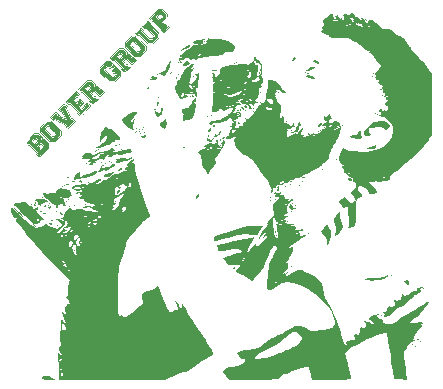
<source format=gbr>
%TF.GenerationSoftware,KiCad,Pcbnew,7.0.1*%
%TF.CreationDate,2023-08-30T00:23:05-03:00*%
%TF.ProjectId,messi_v1,6d657373-695f-4763-912e-6b696361645f,rev?*%
%TF.SameCoordinates,Original*%
%TF.FileFunction,Legend,Top*%
%TF.FilePolarity,Positive*%
%FSLAX46Y46*%
G04 Gerber Fmt 4.6, Leading zero omitted, Abs format (unit mm)*
G04 Created by KiCad (PCBNEW 7.0.1) date 2023-08-30 00:23:05*
%MOMM*%
%LPD*%
G01*
G04 APERTURE LIST*
G04 APERTURE END LIST*
%TO.C,H2*%
G36*
X123896947Y-111224239D02*
G01*
X124167525Y-111324271D01*
X124198485Y-111340281D01*
X124497481Y-111500533D01*
X123931107Y-111500533D01*
X123644472Y-111494213D01*
X123425325Y-111477594D01*
X123318680Y-111454186D01*
X123316837Y-111452636D01*
X123298134Y-111345816D01*
X123312055Y-111292384D01*
X123423064Y-111205802D01*
X123633410Y-111183918D01*
X123896947Y-111224239D01*
G37*
G36*
X130514483Y-93752583D02*
G01*
X130709633Y-93752583D01*
X130749697Y-93792647D01*
X130789760Y-93752583D01*
X130749697Y-93712520D01*
X130709633Y-93752583D01*
X130514483Y-93752583D01*
X130485514Y-93719326D01*
X130442546Y-93712520D01*
X130345822Y-93666018D01*
X130346165Y-93568749D01*
X130428142Y-93484073D01*
X130502641Y-93465816D01*
X130594676Y-93446325D01*
X130569413Y-93419076D01*
X130479559Y-93345877D01*
X130515863Y-93236908D01*
X130685802Y-93075992D01*
X130751877Y-93024352D01*
X130944171Y-92900750D01*
X131070020Y-92861584D01*
X131105659Y-92906415D01*
X131031745Y-93029511D01*
X130974080Y-93125390D01*
X131044818Y-93151439D01*
X131061663Y-93151637D01*
X131163937Y-93211415D01*
X131188190Y-93371984D01*
X131212641Y-93703700D01*
X131290511Y-94131270D01*
X131411332Y-94603579D01*
X131495786Y-94874350D01*
X131595529Y-95180764D01*
X131718358Y-95569666D01*
X131841868Y-95969883D01*
X131874114Y-96076243D01*
X131995080Y-96448882D01*
X132127425Y-96812184D01*
X132248089Y-97104020D01*
X132282049Y-97175314D01*
X132389506Y-97399741D01*
X132458465Y-97565057D01*
X132472266Y-97616008D01*
X132409989Y-97690437D01*
X132250247Y-97814099D01*
X132111698Y-97906471D01*
X131909724Y-98046396D01*
X131778936Y-98160659D01*
X131751274Y-98205442D01*
X131699655Y-98291527D01*
X131561246Y-98463049D01*
X131360720Y-98690305D01*
X131241575Y-98819063D01*
X130917756Y-99180645D01*
X130694662Y-99478162D01*
X130549431Y-99749560D01*
X130459202Y-100032789D01*
X130432704Y-100161653D01*
X130375117Y-100382922D01*
X130271994Y-100695143D01*
X130142223Y-101042537D01*
X130093543Y-101163230D01*
X129973722Y-101467926D01*
X129889484Y-101730423D01*
X129831610Y-101997139D01*
X129790879Y-102314495D01*
X129758071Y-102728908D01*
X129746424Y-102910784D01*
X129713854Y-103660906D01*
X129707505Y-104399846D01*
X129726219Y-105093974D01*
X129768836Y-105709660D01*
X129834198Y-106213275D01*
X129865696Y-106372457D01*
X129982768Y-106893277D01*
X129944870Y-106432552D01*
X129935264Y-106150102D01*
X129961191Y-105995560D01*
X129990313Y-105971826D01*
X130088517Y-106035874D01*
X130119774Y-106092016D01*
X130230805Y-106204336D01*
X130417583Y-106189561D01*
X130664979Y-106052590D01*
X130712717Y-106011889D01*
X131510895Y-106011889D01*
X131550958Y-106051953D01*
X131591021Y-106011889D01*
X131550958Y-105971826D01*
X131510895Y-106011889D01*
X130712717Y-106011889D01*
X130924169Y-105831606D01*
X131179828Y-105597087D01*
X131442947Y-105378124D01*
X131615516Y-105250691D01*
X131801572Y-105110437D01*
X131873696Y-104994958D01*
X131860885Y-104856559D01*
X131859069Y-104850060D01*
X131803868Y-104563963D01*
X131799608Y-104310742D01*
X131843351Y-104133730D01*
X131911526Y-104076027D01*
X132291724Y-104013804D01*
X132557455Y-103941740D01*
X132754414Y-103844660D01*
X132871669Y-103757215D01*
X133115394Y-103552134D01*
X133264373Y-103900624D01*
X133361710Y-104131883D01*
X133496481Y-104456698D01*
X133645933Y-104820104D01*
X133713425Y-104985294D01*
X133894990Y-105394660D01*
X134048039Y-105655513D01*
X134179635Y-105775591D01*
X134296846Y-105762632D01*
X134362094Y-105695746D01*
X134506646Y-105600754D01*
X134664681Y-105571195D01*
X134806375Y-105564827D01*
X134861008Y-105522607D01*
X134833017Y-105409865D01*
X134726838Y-105191928D01*
X134715943Y-105170565D01*
X134618209Y-104967906D01*
X134561465Y-104828792D01*
X134555690Y-104803378D01*
X134590150Y-104775974D01*
X134675984Y-104856096D01*
X134786874Y-105011110D01*
X134896504Y-105208383D01*
X134916050Y-105250230D01*
X135037368Y-105474370D01*
X135128835Y-105561771D01*
X135176600Y-105510584D01*
X135166810Y-105318958D01*
X135160443Y-105282867D01*
X135141237Y-105092426D01*
X135179393Y-105046346D01*
X135270137Y-105141271D01*
X135408700Y-105373843D01*
X135476797Y-105505363D01*
X135577009Y-105694672D01*
X135708153Y-105922451D01*
X135880009Y-106204116D01*
X136102358Y-106555085D01*
X136384979Y-106990776D01*
X136737651Y-107526608D01*
X137170156Y-108177997D01*
X137211011Y-108239335D01*
X137493018Y-108670960D01*
X137685890Y-108988718D01*
X137796150Y-109207312D01*
X137830322Y-109341444D01*
X137794928Y-109405819D01*
X137733577Y-109417252D01*
X137606293Y-109462486D01*
X137418193Y-109575562D01*
X137352978Y-109622377D01*
X137157996Y-109759617D01*
X136876666Y-109946530D01*
X136559653Y-110149679D01*
X136451961Y-110216992D01*
X136155501Y-110405356D01*
X135898077Y-110576875D01*
X135720149Y-110704275D01*
X135678580Y-110738317D01*
X135522801Y-110831426D01*
X135419342Y-110844807D01*
X135277577Y-110862128D01*
X135073226Y-110937285D01*
X135030893Y-110957640D01*
X134810503Y-111059230D01*
X134509320Y-111186661D01*
X134228899Y-111298177D01*
X133701792Y-111500533D01*
X129221012Y-111500527D01*
X124740233Y-111500520D01*
X124715534Y-110318665D01*
X124710943Y-110098965D01*
X124802515Y-110098965D01*
X124809852Y-110205328D01*
X124820209Y-110258577D01*
X124855591Y-110473068D01*
X124893794Y-110769194D01*
X124916252Y-110979200D01*
X124945800Y-111232272D01*
X124974870Y-111341821D01*
X125009815Y-111324434D01*
X125030234Y-111276703D01*
X125055032Y-111076606D01*
X125030890Y-110790902D01*
X125009899Y-110676269D01*
X124945807Y-110415270D01*
X124878901Y-110208431D01*
X124846256Y-110138388D01*
X124802515Y-110098965D01*
X124710943Y-110098965D01*
X124706423Y-109882707D01*
X124786622Y-109882707D01*
X124806835Y-109956616D01*
X124833528Y-109917542D01*
X124911812Y-109852204D01*
X124946474Y-109861609D01*
X124985437Y-109842971D01*
X124971298Y-109782442D01*
X124894931Y-109699046D01*
X124817234Y-109741649D01*
X124786622Y-109882707D01*
X124706423Y-109882707D01*
X124690835Y-109136811D01*
X124982120Y-109597536D01*
X125132908Y-109828336D01*
X125250189Y-109993627D01*
X125308981Y-110058238D01*
X125309363Y-110058262D01*
X125290055Y-109993710D01*
X125207784Y-109821248D01*
X125078106Y-109572663D01*
X125013549Y-109453755D01*
X124854913Y-109158182D01*
X124767160Y-108967145D01*
X124741022Y-108846412D01*
X124767231Y-108761750D01*
X124811163Y-108706279D01*
X124842775Y-108655764D01*
X125121529Y-108655764D01*
X125135523Y-108819187D01*
X125145135Y-108917439D01*
X125177563Y-109181709D01*
X125214500Y-109391289D01*
X125233778Y-109461747D01*
X125285112Y-109567552D01*
X125299670Y-109527417D01*
X125277906Y-109351270D01*
X125220273Y-109049039D01*
X125213475Y-109016621D01*
X125156067Y-108748039D01*
X125126898Y-108629901D01*
X125121529Y-108655764D01*
X124842775Y-108655764D01*
X124893982Y-108573936D01*
X124937708Y-108431696D01*
X124933394Y-108332281D01*
X124875654Y-108326135D01*
X124835293Y-108284914D01*
X124811849Y-108134017D01*
X124805297Y-107923121D01*
X124815612Y-107701905D01*
X124842770Y-107520045D01*
X124876093Y-107436900D01*
X124916117Y-107299157D01*
X124913388Y-107083607D01*
X124906900Y-107036270D01*
X124905686Y-107010952D01*
X125020674Y-107010952D01*
X125033579Y-107215150D01*
X125081098Y-107290409D01*
X125140864Y-107282821D01*
X125239167Y-107296719D01*
X125273058Y-107425557D01*
X125284732Y-107532688D01*
X125302015Y-107491301D01*
X125319275Y-107385453D01*
X125312858Y-107138838D01*
X125257485Y-106924727D01*
X125156547Y-106739620D01*
X125078285Y-106711107D01*
X125030964Y-106836177D01*
X125020674Y-107010952D01*
X124905686Y-107010952D01*
X124893831Y-106763658D01*
X124927674Y-106509499D01*
X124932565Y-106492647D01*
X124983465Y-106368220D01*
X125012263Y-106373847D01*
X125013787Y-106389670D01*
X125083938Y-106534340D01*
X125180927Y-106612836D01*
X125288606Y-106665077D01*
X125328796Y-106653303D01*
X125301633Y-106551901D01*
X125207254Y-106335256D01*
X125182687Y-106281050D01*
X125078940Y-106025324D01*
X125027856Y-105842644D01*
X125031933Y-105755261D01*
X125093672Y-105785427D01*
X125132214Y-105831606D01*
X125261340Y-105945083D01*
X125342400Y-105971826D01*
X125389685Y-105936397D01*
X125309720Y-105821081D01*
X125309643Y-105820996D01*
X125236438Y-105668337D01*
X125221126Y-105480879D01*
X125259311Y-105320919D01*
X125346601Y-105250757D01*
X125349865Y-105250691D01*
X125412875Y-105185476D01*
X125421305Y-105127682D01*
X125446643Y-105048398D01*
X125549858Y-105074333D01*
X125591227Y-105095613D01*
X125707464Y-105147539D01*
X125711240Y-105108449D01*
X125693703Y-105078401D01*
X125622686Y-104905831D01*
X125602550Y-104817837D01*
X125521388Y-104644740D01*
X125439979Y-104559975D01*
X125348848Y-104479137D01*
X125388344Y-104453790D01*
X125430095Y-104451977D01*
X125515535Y-104410840D01*
X125542269Y-104268229D01*
X125537581Y-104147685D01*
X125541742Y-103991640D01*
X125754726Y-103991640D01*
X125774222Y-104036418D01*
X125854900Y-104122437D01*
X125901282Y-104104791D01*
X125902062Y-104093590D01*
X125845150Y-104025818D01*
X125809556Y-104001084D01*
X125754726Y-103991640D01*
X125541742Y-103991640D01*
X125547499Y-103775710D01*
X125548648Y-103768356D01*
X125661684Y-103768356D01*
X125701747Y-103808419D01*
X125741810Y-103768356D01*
X125701747Y-103728293D01*
X125661684Y-103768356D01*
X125548648Y-103768356D01*
X125612577Y-103359095D01*
X125699267Y-103047221D01*
X125729073Y-102945408D01*
X125689049Y-102981817D01*
X125670469Y-103007158D01*
X125601642Y-103083184D01*
X125583200Y-103016622D01*
X125582785Y-102992942D01*
X125522935Y-102855424D01*
X125378707Y-102700130D01*
X125361211Y-102686011D01*
X125173626Y-102526400D01*
X125421305Y-102526400D01*
X125450622Y-102592353D01*
X125474723Y-102579818D01*
X125484312Y-102484727D01*
X125474723Y-102472983D01*
X125427088Y-102483982D01*
X125421305Y-102526400D01*
X125173626Y-102526400D01*
X125083026Y-102449311D01*
X124864914Y-102245959D01*
X125180927Y-102245959D01*
X125220990Y-102286022D01*
X125261053Y-102245959D01*
X125220990Y-102205896D01*
X125180927Y-102245959D01*
X124864914Y-102245959D01*
X124788652Y-102174858D01*
X125528975Y-102174858D01*
X125541495Y-102205896D01*
X125613497Y-102282335D01*
X125626350Y-102286022D01*
X125660765Y-102224029D01*
X125661684Y-102205896D01*
X125600087Y-102128849D01*
X125576829Y-102125770D01*
X125528975Y-102174858D01*
X124788652Y-102174858D01*
X124723181Y-102113818D01*
X124304781Y-101702002D01*
X124054003Y-101444697D01*
X124780296Y-101444697D01*
X124820359Y-101484760D01*
X124854340Y-101450779D01*
X125024341Y-101450779D01*
X125048414Y-101545176D01*
X125143219Y-101616940D01*
X125218825Y-101666643D01*
X125165761Y-101740555D01*
X125123187Y-101774875D01*
X125034026Y-101851780D01*
X125073665Y-101852934D01*
X125112727Y-101840062D01*
X125253286Y-101845095D01*
X125301035Y-101885259D01*
X125370787Y-101964831D01*
X125393750Y-101926386D01*
X125369327Y-101805359D01*
X125304967Y-101652459D01*
X125198835Y-101486380D01*
X125107703Y-101406016D01*
X125098743Y-101404634D01*
X125024341Y-101450779D01*
X124854340Y-101450779D01*
X124860422Y-101444697D01*
X124820359Y-101404634D01*
X124780296Y-101444697D01*
X124054003Y-101444697D01*
X123897817Y-101284445D01*
X126462946Y-101284445D01*
X126503009Y-101324508D01*
X126543072Y-101284445D01*
X126503009Y-101244382D01*
X126462946Y-101284445D01*
X123897817Y-101284445D01*
X123850929Y-101236337D01*
X123820602Y-101204318D01*
X124700170Y-101204318D01*
X124740233Y-101244382D01*
X124780296Y-101204318D01*
X124740233Y-101164255D01*
X124700170Y-101204318D01*
X123820602Y-101204318D01*
X123741944Y-101121272D01*
X126583460Y-101121272D01*
X126632919Y-101106400D01*
X126636695Y-101102682D01*
X126693179Y-100964167D01*
X126686319Y-100912923D01*
X126645035Y-100894322D01*
X126601661Y-100997580D01*
X126583460Y-101121272D01*
X123741944Y-101121272D01*
X123618466Y-100990907D01*
X123347298Y-100697296D01*
X123049912Y-100367741D01*
X123013461Y-100326632D01*
X125872313Y-100326632D01*
X125896589Y-100480844D01*
X125924352Y-100537657D01*
X126053454Y-100766967D01*
X126144283Y-100883816D01*
X126224884Y-100921634D01*
X126247328Y-100922650D01*
X126300172Y-100903573D01*
X126246021Y-100859942D01*
X126186658Y-100742157D01*
X126181261Y-100683498D01*
X126302693Y-100683498D01*
X126332010Y-100749451D01*
X126356111Y-100736916D01*
X126365538Y-100643435D01*
X126789129Y-100643435D01*
X126821634Y-100642359D01*
X126900191Y-100529243D01*
X126903640Y-100523246D01*
X126987549Y-100350719D01*
X127018150Y-100242804D01*
X126985645Y-100243880D01*
X126907089Y-100356997D01*
X126903640Y-100362994D01*
X126819731Y-100535521D01*
X126789129Y-100643435D01*
X126365538Y-100643435D01*
X126365700Y-100641825D01*
X126356111Y-100630081D01*
X126308476Y-100641080D01*
X126302693Y-100683498D01*
X126181261Y-100683498D01*
X126166268Y-100520524D01*
X126167507Y-100483183D01*
X126543072Y-100483183D01*
X126583135Y-100523246D01*
X126623198Y-100483183D01*
X126583135Y-100443120D01*
X126543072Y-100483183D01*
X126167507Y-100483183D01*
X126168379Y-100456905D01*
X126167589Y-100282867D01*
X126543072Y-100282867D01*
X126572389Y-100348820D01*
X126596489Y-100336285D01*
X126606079Y-100241194D01*
X126596489Y-100229450D01*
X126548854Y-100240449D01*
X126543072Y-100282867D01*
X126167589Y-100282867D01*
X126167076Y-100169884D01*
X126123589Y-100033387D01*
X126039201Y-100049259D01*
X125956309Y-100152276D01*
X125872313Y-100326632D01*
X123013461Y-100326632D01*
X122814488Y-100102229D01*
X125563419Y-100102229D01*
X125607843Y-100196976D01*
X125718389Y-100274632D01*
X125810634Y-100226547D01*
X125883277Y-100122920D01*
X125955299Y-99960680D01*
X125954064Y-99950922D01*
X126190325Y-99950922D01*
X126247861Y-100058641D01*
X126281900Y-100101645D01*
X126419390Y-100271094D01*
X126547357Y-100076019D01*
X126654796Y-99955419D01*
X126733562Y-99939184D01*
X126733622Y-99939243D01*
X126757351Y-99927505D01*
X126734314Y-99847423D01*
X126685576Y-99754361D01*
X126622079Y-99772227D01*
X126516463Y-99889928D01*
X126414426Y-100004198D01*
X126394464Y-99994935D01*
X126419885Y-99922300D01*
X126508495Y-99642092D01*
X126503799Y-99449538D01*
X126463034Y-99388842D01*
X126311764Y-99646806D01*
X126210236Y-99834803D01*
X126190325Y-99950922D01*
X125954064Y-99950922D01*
X125943303Y-99865864D01*
X125884914Y-99861244D01*
X125858268Y-99819499D01*
X125873804Y-99760177D01*
X125881111Y-99671534D01*
X125817389Y-99678566D01*
X125719902Y-99758825D01*
X125625918Y-99889864D01*
X125611849Y-99917968D01*
X125563419Y-100102229D01*
X122814488Y-100102229D01*
X122745250Y-100024142D01*
X122452255Y-99688399D01*
X122377992Y-99601795D01*
X125661684Y-99601795D01*
X125701747Y-99641858D01*
X125741810Y-99601795D01*
X125718390Y-99578375D01*
X125989550Y-99578375D01*
X126036339Y-99669299D01*
X126124401Y-99657977D01*
X126267335Y-99558295D01*
X126284803Y-99542433D01*
X126457893Y-99381187D01*
X126463034Y-99388842D01*
X126479118Y-99361416D01*
X126457893Y-99381187D01*
X126403737Y-99300551D01*
X126390262Y-99288025D01*
X126250442Y-99191179D01*
X126140312Y-99212592D01*
X126103881Y-99239980D01*
X126001938Y-99397581D01*
X125989550Y-99578375D01*
X125718390Y-99578375D01*
X125701747Y-99561732D01*
X125661684Y-99601795D01*
X122377992Y-99601795D01*
X122309283Y-99521669D01*
X125261053Y-99521669D01*
X125301116Y-99561732D01*
X125341179Y-99521669D01*
X125301116Y-99481606D01*
X125261053Y-99521669D01*
X122309283Y-99521669D01*
X122189869Y-99382411D01*
X122139644Y-99322393D01*
X124901128Y-99322393D01*
X124901338Y-99322734D01*
X125019624Y-99385231D01*
X125195429Y-99377067D01*
X125349542Y-99311159D01*
X125401195Y-99241227D01*
X125412802Y-99165033D01*
X125357773Y-99229337D01*
X125355880Y-99232040D01*
X125210758Y-99306075D01*
X125062624Y-99288923D01*
X124913009Y-99269427D01*
X124901128Y-99322393D01*
X122139644Y-99322393D01*
X121977034Y-99128078D01*
X121971413Y-99121038D01*
X123578403Y-99121038D01*
X123618466Y-99161101D01*
X123658529Y-99121038D01*
X123623900Y-99086409D01*
X125064096Y-99086409D01*
X125159238Y-99108171D01*
X125323666Y-99047404D01*
X125392838Y-99003668D01*
X125661684Y-99003668D01*
X125701674Y-99076861D01*
X125817567Y-99013486D01*
X125867723Y-98966509D01*
X125971033Y-98837035D01*
X125950199Y-98792383D01*
X125821936Y-98840596D01*
X125695157Y-98938606D01*
X125661684Y-99003668D01*
X125392838Y-99003668D01*
X125508912Y-98930277D01*
X125666512Y-98782960D01*
X125695040Y-98745730D01*
X125708539Y-98720407D01*
X127264208Y-98720407D01*
X127304271Y-98760470D01*
X127344334Y-98720407D01*
X127304271Y-98680344D01*
X127264208Y-98720407D01*
X125708539Y-98720407D01*
X125779202Y-98587849D01*
X125763442Y-98544849D01*
X127219184Y-98544849D01*
X127262681Y-98600218D01*
X127334493Y-98555760D01*
X127334845Y-98540123D01*
X127332609Y-98411141D01*
X127475248Y-98411141D01*
X127504586Y-98427959D01*
X127677470Y-98415744D01*
X127805059Y-98389463D01*
X127959772Y-98324401D01*
X127957814Y-98265607D01*
X127802449Y-98229431D01*
X127772688Y-98227330D01*
X127641824Y-98234562D01*
X127663778Y-98279048D01*
X127665545Y-98280149D01*
X127703199Y-98337121D01*
X127590346Y-98379255D01*
X127577670Y-98381715D01*
X127475248Y-98411141D01*
X127332609Y-98411141D01*
X127331481Y-98346036D01*
X127383390Y-98243467D01*
X127444491Y-98246676D01*
X127504391Y-98270372D01*
X127447361Y-98198307D01*
X127445827Y-98196652D01*
X127443050Y-98194370D01*
X128565872Y-98194370D01*
X128576832Y-98199587D01*
X128649954Y-98143179D01*
X128666416Y-98119460D01*
X128686834Y-98044551D01*
X128675873Y-98039334D01*
X128602751Y-98095741D01*
X128586290Y-98119460D01*
X128565872Y-98194370D01*
X127443050Y-98194370D01*
X127358106Y-98124580D01*
X127299855Y-98162389D01*
X127245563Y-98332136D01*
X127233890Y-98379871D01*
X127219184Y-98544849D01*
X125763442Y-98544849D01*
X125757408Y-98528384D01*
X125640724Y-98585416D01*
X125611248Y-98608826D01*
X125431946Y-98689278D01*
X125320111Y-98693850D01*
X125212256Y-98703583D01*
X125217768Y-98755256D01*
X125319694Y-98804159D01*
X125357111Y-98790687D01*
X125412907Y-98798040D01*
X125405393Y-98849474D01*
X125304877Y-98949283D01*
X125193494Y-98986545D01*
X125074794Y-99033780D01*
X125064096Y-99086409D01*
X123623900Y-99086409D01*
X123618466Y-99080975D01*
X123578403Y-99121038D01*
X121971413Y-99121038D01*
X121864345Y-98986942D01*
X124580050Y-98986942D01*
X124583767Y-99006975D01*
X124704525Y-99077263D01*
X124879553Y-99008542D01*
X124954271Y-98948367D01*
X125068359Y-98804782D01*
X125100801Y-98707988D01*
X125163518Y-98609843D01*
X125207450Y-98600218D01*
X125278276Y-98560154D01*
X125421305Y-98560154D01*
X125461368Y-98600218D01*
X125501432Y-98560154D01*
X125461368Y-98520091D01*
X125421305Y-98560154D01*
X125278276Y-98560154D01*
X125320352Y-98536353D01*
X125418580Y-98404994D01*
X125420544Y-98399902D01*
X125581558Y-98399902D01*
X125621621Y-98439965D01*
X125661684Y-98399902D01*
X125621621Y-98359839D01*
X125581558Y-98399902D01*
X125420544Y-98399902D01*
X125480601Y-98244176D01*
X125437158Y-98127849D01*
X125429450Y-98119460D01*
X125661684Y-98119460D01*
X125691001Y-98185413D01*
X125715101Y-98172878D01*
X125724529Y-98079397D01*
X126783450Y-98079397D01*
X126823514Y-98119460D01*
X126863577Y-98079397D01*
X126823514Y-98039334D01*
X126783450Y-98079397D01*
X125724529Y-98079397D01*
X125724691Y-98077787D01*
X125715101Y-98066043D01*
X125667466Y-98077042D01*
X125661684Y-98119460D01*
X125429450Y-98119460D01*
X125392057Y-98078766D01*
X125294492Y-97996835D01*
X125263356Y-98048749D01*
X125261053Y-98138486D01*
X125222041Y-98339813D01*
X125087740Y-98525959D01*
X124832250Y-98731465D01*
X124799385Y-98754172D01*
X124645026Y-98883450D01*
X124580050Y-98986942D01*
X121864345Y-98986942D01*
X121832692Y-98947299D01*
X121775785Y-98861974D01*
X121775564Y-98860271D01*
X121725423Y-98787797D01*
X121593667Y-98631568D01*
X121408300Y-98424726D01*
X121399211Y-98414829D01*
X121200339Y-98187136D01*
X121102757Y-98038372D01*
X121090408Y-97938329D01*
X121118769Y-97887205D01*
X121171573Y-97803006D01*
X121101137Y-97811535D01*
X121085991Y-97817077D01*
X120974344Y-97782423D01*
X120849225Y-97634410D01*
X120736173Y-97415110D01*
X120713725Y-97341166D01*
X120867029Y-97341166D01*
X120886525Y-97385945D01*
X120967203Y-97471964D01*
X121013585Y-97454318D01*
X121014365Y-97443117D01*
X121010394Y-97438388D01*
X121094491Y-97438388D01*
X121134555Y-97478451D01*
X121174618Y-97438388D01*
X121134555Y-97398325D01*
X121094491Y-97438388D01*
X121010394Y-97438388D01*
X120957453Y-97375345D01*
X120921859Y-97350610D01*
X120867029Y-97341166D01*
X120713725Y-97341166D01*
X120660730Y-97166596D01*
X120653005Y-97117883D01*
X120693861Y-97117883D01*
X120733924Y-97157946D01*
X120773987Y-97117883D01*
X120733924Y-97077820D01*
X120693861Y-97117883D01*
X120653005Y-97117883D01*
X120649989Y-97098868D01*
X120652059Y-96973605D01*
X120732319Y-96977244D01*
X120787047Y-97004683D01*
X120906511Y-97092547D01*
X121110517Y-97266692D01*
X121369381Y-97501002D01*
X121624075Y-97741109D01*
X121913462Y-98013751D01*
X122180954Y-98256207D01*
X122394286Y-98439787D01*
X122510140Y-98528908D01*
X122809437Y-98636986D01*
X123132913Y-98614422D01*
X123421912Y-98467758D01*
X123473029Y-98421508D01*
X123672843Y-98221694D01*
X123923704Y-98450820D01*
X124142887Y-98606346D01*
X124312787Y-98635988D01*
X124317178Y-98634682D01*
X124434225Y-98634345D01*
X124459791Y-98674944D01*
X124523499Y-98753279D01*
X124566013Y-98760470D01*
X124692706Y-98703437D01*
X124848971Y-98570152D01*
X124977067Y-98417335D01*
X125020674Y-98313854D01*
X124955838Y-98215921D01*
X124792825Y-98086929D01*
X124578885Y-97963147D01*
X124539917Y-97944808D01*
X124480052Y-97901719D01*
X124571263Y-97885132D01*
X124582183Y-97884714D01*
X124774452Y-97925421D01*
X124912194Y-97996442D01*
X125077543Y-98068317D01*
X125169453Y-98014109D01*
X125178682Y-97959208D01*
X127464523Y-97959208D01*
X127470876Y-98033043D01*
X127499857Y-98039334D01*
X127531663Y-98016661D01*
X127671516Y-98016661D01*
X127715689Y-98030742D01*
X127868649Y-98033093D01*
X127871831Y-98033008D01*
X128004532Y-98017558D01*
X128010571Y-97988583D01*
X128004876Y-97986102D01*
X127945924Y-97896670D01*
X127960162Y-97852207D01*
X127951467Y-97821505D01*
X127860503Y-97876440D01*
X127727925Y-97975659D01*
X127671516Y-98016661D01*
X127531663Y-98016661D01*
X127581451Y-97981170D01*
X127584712Y-97959208D01*
X127557374Y-97881165D01*
X127549378Y-97879082D01*
X127480969Y-97935229D01*
X127464523Y-97959208D01*
X125178682Y-97959208D01*
X125180927Y-97945854D01*
X125112765Y-97890642D01*
X125000643Y-97871095D01*
X124882211Y-97861719D01*
X124909822Y-97839355D01*
X124910958Y-97839019D01*
X127344334Y-97839019D01*
X127384397Y-97879082D01*
X127424460Y-97839019D01*
X127384397Y-97798956D01*
X127664838Y-97798956D01*
X127694155Y-97864909D01*
X127718256Y-97852373D01*
X127727845Y-97757282D01*
X127718256Y-97745538D01*
X127670621Y-97756537D01*
X127664838Y-97798956D01*
X127384397Y-97798956D01*
X127344334Y-97839019D01*
X124910958Y-97839019D01*
X125020674Y-97806567D01*
X125171072Y-97723376D01*
X125172199Y-97716315D01*
X126863577Y-97716315D01*
X126922310Y-97760401D01*
X126983766Y-97747805D01*
X127028249Y-97723809D01*
X128065469Y-97723809D01*
X128132624Y-97784880D01*
X128225722Y-97798956D01*
X128356026Y-97772486D01*
X128385974Y-97735881D01*
X128318495Y-97679446D01*
X128315124Y-97678766D01*
X128626353Y-97678766D01*
X128666416Y-97718830D01*
X128706479Y-97678766D01*
X128666416Y-97638703D01*
X128626353Y-97678766D01*
X128315124Y-97678766D01*
X128225722Y-97660734D01*
X128095945Y-97682152D01*
X128065469Y-97723809D01*
X127028249Y-97723809D01*
X127089193Y-97690933D01*
X127103955Y-97670194D01*
X127038526Y-97642184D01*
X126983766Y-97638703D01*
X126877116Y-97680636D01*
X126863577Y-97716315D01*
X125172199Y-97716315D01*
X125193106Y-97585286D01*
X129053692Y-97585286D01*
X129064691Y-97632921D01*
X129107110Y-97638703D01*
X129173063Y-97609386D01*
X129160527Y-97585286D01*
X129065436Y-97575696D01*
X129053692Y-97585286D01*
X125193106Y-97585286D01*
X125195357Y-97571181D01*
X125195069Y-97569139D01*
X125207023Y-97511837D01*
X129433940Y-97511837D01*
X129448672Y-97615762D01*
X129476024Y-97617002D01*
X129495152Y-97509762D01*
X129482350Y-97463427D01*
X129446771Y-97433077D01*
X129433940Y-97511837D01*
X125207023Y-97511837D01*
X125222345Y-97438388D01*
X128866731Y-97438388D01*
X128906794Y-97478451D01*
X128946857Y-97438388D01*
X128906794Y-97398325D01*
X128866731Y-97438388D01*
X125222345Y-97438388D01*
X125237473Y-97365872D01*
X125243105Y-97358262D01*
X129267362Y-97358262D01*
X129307425Y-97398325D01*
X129347488Y-97358262D01*
X129307425Y-97318199D01*
X129267362Y-97358262D01*
X125243105Y-97358262D01*
X125302400Y-97278136D01*
X126863577Y-97278136D01*
X126903640Y-97318199D01*
X126943703Y-97278136D01*
X126903640Y-97238072D01*
X126863577Y-97278136D01*
X125302400Y-97278136D01*
X125355321Y-97206624D01*
X125530025Y-97062183D01*
X125686181Y-96974447D01*
X125785947Y-96960260D01*
X125800944Y-97008278D01*
X125850857Y-97098422D01*
X125961175Y-97162701D01*
X126098832Y-97191612D01*
X126121428Y-97149490D01*
X126180451Y-97093426D01*
X126351471Y-97049496D01*
X126442914Y-97038831D01*
X126650349Y-97035306D01*
X126771006Y-97059397D01*
X126783450Y-97075719D01*
X126859208Y-97148788D01*
X127069185Y-97210782D01*
X127387437Y-97255992D01*
X127692838Y-97275881D01*
X127950465Y-97276601D01*
X128057466Y-97254434D01*
X128035071Y-97222653D01*
X127975864Y-97198009D01*
X129667993Y-97198009D01*
X129708056Y-97238072D01*
X129748119Y-97198009D01*
X129708056Y-97157946D01*
X129915322Y-97157946D01*
X129933949Y-97224281D01*
X129961438Y-97177978D01*
X130050351Y-97085086D01*
X130083874Y-97077820D01*
X130131742Y-97136375D01*
X130119774Y-97198009D01*
X130112706Y-97303079D01*
X130212150Y-97292721D01*
X130309003Y-97238072D01*
X130377563Y-97173771D01*
X130359286Y-97159173D01*
X130342223Y-97109694D01*
X130383208Y-97044890D01*
X130429503Y-96929786D01*
X130404274Y-96886865D01*
X130271553Y-96881958D01*
X130100378Y-96953677D01*
X129959637Y-97063831D01*
X129915322Y-97157946D01*
X129708056Y-97157946D01*
X129667993Y-97198009D01*
X127975864Y-97198009D01*
X127900731Y-97166736D01*
X127855778Y-97161758D01*
X127767429Y-97117883D01*
X128706479Y-97117883D01*
X128746542Y-97157946D01*
X128786355Y-97118133D01*
X129137390Y-97118133D01*
X129139101Y-97153078D01*
X129237650Y-97157946D01*
X129397387Y-97104822D01*
X129594083Y-96972139D01*
X129654074Y-96918816D01*
X129813992Y-96727921D01*
X129817463Y-96717252D01*
X130389129Y-96717252D01*
X130429192Y-96757315D01*
X130469255Y-96717252D01*
X130429192Y-96677189D01*
X130389129Y-96717252D01*
X129817463Y-96717252D01*
X129862600Y-96578514D01*
X129857700Y-96558248D01*
X129857695Y-96557000D01*
X129988498Y-96557000D01*
X130028561Y-96597063D01*
X130068624Y-96557000D01*
X130028561Y-96516937D01*
X129988498Y-96557000D01*
X129857695Y-96557000D01*
X129857280Y-96454409D01*
X129892709Y-96436811D01*
X129952298Y-96372541D01*
X129954166Y-96299509D01*
X129990025Y-96140969D01*
X130081446Y-96003958D01*
X130151266Y-95915990D01*
X130309003Y-95915990D01*
X130349066Y-95956053D01*
X130389129Y-95915990D01*
X130349066Y-95875927D01*
X130309003Y-95915990D01*
X130151266Y-95915990D01*
X130191193Y-95865684D01*
X130228876Y-95784419D01*
X130168875Y-95782012D01*
X130025924Y-95834637D01*
X129855604Y-95916764D01*
X129713496Y-96002865D01*
X129668054Y-96042024D01*
X129565720Y-96106637D01*
X129492365Y-96137881D01*
X129398390Y-96231835D01*
X129372448Y-96372346D01*
X129415971Y-96488335D01*
X129484729Y-96516937D01*
X129584451Y-96548242D01*
X129562393Y-96619011D01*
X129438821Y-96694519D01*
X129367520Y-96717747D01*
X129225369Y-96763261D01*
X129226786Y-96800528D01*
X129301130Y-96832458D01*
X129398781Y-96880197D01*
X129377480Y-96937809D01*
X129263270Y-97023592D01*
X129137390Y-97118133D01*
X128786355Y-97118133D01*
X128786605Y-97117883D01*
X128746542Y-97077820D01*
X128706479Y-97117883D01*
X127767429Y-97117883D01*
X127766831Y-97117586D01*
X127753923Y-97101483D01*
X127641808Y-97021860D01*
X127458727Y-96954437D01*
X127264960Y-96913663D01*
X127120785Y-96913987D01*
X127082908Y-96940646D01*
X126995633Y-96986520D01*
X126898835Y-96962172D01*
X126807294Y-96912534D01*
X126846518Y-96872296D01*
X126971372Y-96832454D01*
X127206684Y-96807985D01*
X127389198Y-96839267D01*
X127565783Y-96868869D01*
X127629072Y-96830489D01*
X127722056Y-96799450D01*
X127789467Y-96841126D01*
X127935795Y-96899667D01*
X128002681Y-96891406D01*
X128015851Y-96877505D01*
X128626353Y-96877505D01*
X128666416Y-96917568D01*
X128706479Y-96877505D01*
X128666416Y-96837442D01*
X128626353Y-96877505D01*
X128015851Y-96877505D01*
X128036637Y-96855565D01*
X127965312Y-96843767D01*
X127846331Y-96791093D01*
X127825063Y-96737284D01*
X127753298Y-96663991D01*
X127572166Y-96623772D01*
X128332557Y-96623772D01*
X128343556Y-96671407D01*
X128385974Y-96677189D01*
X128451927Y-96647872D01*
X128439392Y-96623772D01*
X128344301Y-96614182D01*
X128332557Y-96623772D01*
X127572166Y-96623772D01*
X127570653Y-96623436D01*
X127550291Y-96622084D01*
X127277097Y-96571777D01*
X127023828Y-96476873D01*
X126863001Y-96377382D01*
X126830237Y-96294784D01*
X126869836Y-96228953D01*
X126890912Y-96196432D01*
X127023829Y-96196432D01*
X127053146Y-96262385D01*
X127077246Y-96249849D01*
X127078593Y-96236495D01*
X127264208Y-96236495D01*
X127304271Y-96276558D01*
X127344334Y-96236495D01*
X127304271Y-96196432D01*
X127264208Y-96236495D01*
X127078593Y-96236495D01*
X127086836Y-96154758D01*
X127077246Y-96143015D01*
X127029612Y-96154013D01*
X127023829Y-96196432D01*
X126890912Y-96196432D01*
X126918999Y-96153092D01*
X126856513Y-96155648D01*
X126761523Y-96189537D01*
X126577125Y-96225853D01*
X126464934Y-96158764D01*
X126431908Y-96076243D01*
X126543072Y-96076243D01*
X126583135Y-96116306D01*
X126623198Y-96076243D01*
X126583135Y-96036180D01*
X126543072Y-96076243D01*
X126431908Y-96076243D01*
X126426748Y-96063351D01*
X126530100Y-96000297D01*
X126540017Y-95997086D01*
X126651935Y-95927208D01*
X126658888Y-95868851D01*
X126561853Y-95832194D01*
X126525155Y-95846937D01*
X126477029Y-95851555D01*
X126503158Y-95795560D01*
X126516902Y-95724336D01*
X126404869Y-95733168D01*
X126395349Y-95735615D01*
X126261172Y-95741572D01*
X126222567Y-95702439D01*
X126289814Y-95646957D01*
X126402851Y-95638684D01*
X126633629Y-95645677D01*
X126735018Y-95610261D01*
X126734911Y-95582131D01*
X126890285Y-95582131D01*
X126901284Y-95629766D01*
X126943703Y-95635549D01*
X127103955Y-95635549D01*
X127131293Y-95713592D01*
X127139289Y-95715675D01*
X127207699Y-95659528D01*
X127224144Y-95635549D01*
X127222095Y-95611728D01*
X127394363Y-95611728D01*
X127504586Y-95622897D01*
X127618336Y-95610305D01*
X127604744Y-95582483D01*
X127440698Y-95571900D01*
X127404428Y-95582483D01*
X127394363Y-95611728D01*
X127222095Y-95611728D01*
X127217792Y-95561714D01*
X127188810Y-95555423D01*
X127107216Y-95613587D01*
X127103955Y-95635549D01*
X126943703Y-95635549D01*
X127009656Y-95606232D01*
X126997120Y-95582131D01*
X126902029Y-95572542D01*
X126890285Y-95582131D01*
X126734911Y-95582131D01*
X126734681Y-95521881D01*
X126731515Y-95513314D01*
X126664860Y-95435658D01*
X126574818Y-95482199D01*
X126434481Y-95530002D01*
X126256379Y-95518768D01*
X126109981Y-95461278D01*
X126084384Y-95421879D01*
X126810159Y-95421879D01*
X126821158Y-95469514D01*
X126863577Y-95475296D01*
X126929530Y-95445979D01*
X126916994Y-95421879D01*
X126821903Y-95412289D01*
X126810159Y-95421879D01*
X126084384Y-95421879D01*
X126062315Y-95387909D01*
X126098971Y-95355107D01*
X127264208Y-95355107D01*
X127304271Y-95395170D01*
X127504586Y-95395170D01*
X127565560Y-95472968D01*
X127584712Y-95475296D01*
X127662510Y-95414322D01*
X127662741Y-95412424D01*
X129452180Y-95412424D01*
X129463704Y-95466492D01*
X129505826Y-95661673D01*
X129524316Y-95775770D01*
X129592259Y-95866429D01*
X129750300Y-95850722D01*
X129973993Y-95734357D01*
X130054427Y-95675612D01*
X130389129Y-95675612D01*
X130429192Y-95715675D01*
X130469255Y-95675612D01*
X130429192Y-95635549D01*
X130389129Y-95675612D01*
X130054427Y-95675612D01*
X130101934Y-95640915D01*
X130243767Y-95515359D01*
X130629507Y-95515359D01*
X130669570Y-95555423D01*
X130709633Y-95515359D01*
X130669570Y-95475296D01*
X130629507Y-95515359D01*
X130243767Y-95515359D01*
X130271049Y-95491208D01*
X130324735Y-95426451D01*
X130960910Y-95426451D01*
X130986523Y-95472749D01*
X131021566Y-95475296D01*
X131107617Y-95411075D01*
X131143589Y-95343774D01*
X131164135Y-95257272D01*
X131095770Y-95294159D01*
X131072036Y-95313522D01*
X130960910Y-95426451D01*
X130324735Y-95426451D01*
X130365528Y-95377245D01*
X130373362Y-95345536D01*
X130424670Y-95287552D01*
X130582263Y-95225108D01*
X130609476Y-95217689D01*
X130790314Y-95149278D01*
X130868905Y-95078030D01*
X130827158Y-95029290D01*
X130749697Y-95021248D01*
X130642968Y-95057409D01*
X130629507Y-95088020D01*
X130574785Y-95151696D01*
X130459285Y-95140415D01*
X130356011Y-95067445D01*
X130338155Y-95035063D01*
X130262731Y-94953696D01*
X130220480Y-94959665D01*
X130152934Y-94945045D01*
X130148750Y-94919142D01*
X130102206Y-94906039D01*
X129990109Y-94992932D01*
X129988498Y-94994539D01*
X129866876Y-95133991D01*
X129829945Y-95213618D01*
X129888499Y-95206432D01*
X129908372Y-95194855D01*
X129982324Y-95198518D01*
X129988498Y-95225460D01*
X129941082Y-95334268D01*
X129849249Y-95341412D01*
X129801480Y-95280740D01*
X129696113Y-95202991D01*
X129585574Y-95212301D01*
X129464248Y-95277130D01*
X129452180Y-95412424D01*
X127662741Y-95412424D01*
X127664838Y-95395170D01*
X127603864Y-95317372D01*
X127584712Y-95315044D01*
X127506915Y-95376018D01*
X127504586Y-95395170D01*
X127304271Y-95395170D01*
X127344334Y-95355107D01*
X127304271Y-95315044D01*
X127264208Y-95355107D01*
X126098971Y-95355107D01*
X126129482Y-95327804D01*
X126242599Y-95318179D01*
X126495685Y-95327923D01*
X126595483Y-95302857D01*
X126572548Y-95274981D01*
X126943703Y-95274981D01*
X126983766Y-95315044D01*
X127023829Y-95274981D01*
X126983766Y-95234918D01*
X126943703Y-95274981D01*
X126572548Y-95274981D01*
X126545361Y-95241938D01*
X126526069Y-95230195D01*
X126363834Y-95189323D01*
X126175639Y-95206204D01*
X126027499Y-95267538D01*
X125982189Y-95339756D01*
X125945410Y-95377892D01*
X125886337Y-95331369D01*
X125851782Y-95220651D01*
X125890107Y-95181500D01*
X126730033Y-95181500D01*
X126741032Y-95229135D01*
X126783450Y-95234918D01*
X126849403Y-95205601D01*
X126836868Y-95181500D01*
X126741777Y-95171911D01*
X126730033Y-95181500D01*
X125890107Y-95181500D01*
X125951048Y-95119245D01*
X125963225Y-95114729D01*
X128706479Y-95114729D01*
X128746542Y-95154792D01*
X128786605Y-95114729D01*
X128746542Y-95074665D01*
X128706479Y-95114729D01*
X125963225Y-95114729D01*
X126157819Y-95042564D01*
X126441556Y-95006177D01*
X126704269Y-94977754D01*
X126924702Y-94923297D01*
X126970704Y-94903694D01*
X127084557Y-94852236D01*
X127075696Y-94885532D01*
X127043861Y-94920630D01*
X126947243Y-95053403D01*
X126972888Y-95097261D01*
X127102597Y-95040432D01*
X127164050Y-94998372D01*
X127374882Y-94876317D01*
X127571270Y-94809757D01*
X127745710Y-94745933D01*
X127824058Y-94675705D01*
X127944822Y-94595601D01*
X128138778Y-94554251D01*
X128303771Y-94551421D01*
X128332242Y-94589304D01*
X128254171Y-94686868D01*
X128083804Y-94804157D01*
X127952893Y-94836723D01*
X127835881Y-94845286D01*
X127867166Y-94885651D01*
X127936980Y-94927396D01*
X128074203Y-94968454D01*
X128093746Y-94954476D01*
X128546226Y-94954476D01*
X128586290Y-94994539D01*
X128626353Y-94954476D01*
X129587867Y-94954476D01*
X129627930Y-94994539D01*
X129667993Y-94954476D01*
X129627930Y-94914413D01*
X129587867Y-94954476D01*
X128626353Y-94954476D01*
X128586290Y-94914413D01*
X128546226Y-94954476D01*
X128093746Y-94954476D01*
X128193426Y-94883179D01*
X128200714Y-94874350D01*
X129908372Y-94874350D01*
X129948435Y-94914413D01*
X129988498Y-94874350D01*
X129948435Y-94834287D01*
X130469255Y-94834287D01*
X130498572Y-94900240D01*
X130522672Y-94887704D01*
X130529509Y-94819909D01*
X130646650Y-94819909D01*
X130653730Y-94907610D01*
X130682925Y-94941122D01*
X130748040Y-94988814D01*
X130814025Y-94940784D01*
X130855636Y-94891520D01*
X130888451Y-94810100D01*
X130785321Y-94788501D01*
X130646650Y-94819909D01*
X130529509Y-94819909D01*
X130532262Y-94792613D01*
X130522672Y-94780869D01*
X130475037Y-94791868D01*
X130469255Y-94834287D01*
X129948435Y-94834287D01*
X129908372Y-94874350D01*
X128200714Y-94874350D01*
X128217422Y-94854111D01*
X128290206Y-94794224D01*
X128546226Y-94794224D01*
X128586290Y-94834287D01*
X128626353Y-94794224D01*
X128586290Y-94754161D01*
X128546226Y-94794224D01*
X128290206Y-94794224D01*
X128381648Y-94718985D01*
X128555315Y-94633971D01*
X129828245Y-94633971D01*
X129868309Y-94674035D01*
X129908372Y-94633971D01*
X130709633Y-94633971D01*
X130749697Y-94674035D01*
X130789760Y-94633971D01*
X130749697Y-94593908D01*
X130709633Y-94633971D01*
X129908372Y-94633971D01*
X129868309Y-94593908D01*
X129828245Y-94633971D01*
X128555315Y-94633971D01*
X128607590Y-94608381D01*
X128626353Y-94602064D01*
X128867355Y-94488847D01*
X128909915Y-94460365D01*
X129614576Y-94460365D01*
X129625575Y-94508000D01*
X129667993Y-94513782D01*
X129733946Y-94484465D01*
X129721411Y-94460365D01*
X129626319Y-94450775D01*
X129614576Y-94460365D01*
X128909915Y-94460365D01*
X129009690Y-94393593D01*
X130629507Y-94393593D01*
X130669570Y-94433656D01*
X130709633Y-94393593D01*
X130669570Y-94353530D01*
X130629507Y-94393593D01*
X129009690Y-94393593D01*
X129121981Y-94318445D01*
X129185168Y-94266078D01*
X129352734Y-94137016D01*
X129465224Y-94085348D01*
X129488887Y-94096655D01*
X129567494Y-94111429D01*
X129734401Y-94057640D01*
X129808371Y-94022732D01*
X130056256Y-93924424D01*
X130290144Y-93874381D01*
X130325945Y-93872773D01*
X130487251Y-93847951D01*
X130549381Y-93792647D01*
X130514483Y-93752583D01*
G37*
G36*
X142990999Y-96030963D02*
G01*
X143148837Y-96030963D01*
X143159797Y-96036180D01*
X143211731Y-95996117D01*
X143609949Y-95996117D01*
X143650012Y-96036180D01*
X143690075Y-95996117D01*
X143650012Y-95956053D01*
X143609949Y-95996117D01*
X143211731Y-95996117D01*
X143232919Y-95979772D01*
X143249381Y-95956053D01*
X143269799Y-95881144D01*
X143258839Y-95875927D01*
X143185717Y-95932335D01*
X143169255Y-95956053D01*
X143148837Y-96030963D01*
X142990999Y-96030963D01*
X142968074Y-96015060D01*
X143029928Y-95928782D01*
X143052956Y-95913586D01*
X143088940Y-95823401D01*
X143043145Y-95748605D01*
X142995651Y-95658281D01*
X143084046Y-95635549D01*
X143174359Y-95672070D01*
X143169255Y-95715675D01*
X143185513Y-95785804D01*
X143234841Y-95795801D01*
X143386721Y-95734132D01*
X143499299Y-95598779D01*
X143516332Y-95528714D01*
X143541475Y-95432765D01*
X143579313Y-95476568D01*
X143585673Y-95535391D01*
X143539656Y-95720827D01*
X143498869Y-95788686D01*
X143460706Y-95865003D01*
X143542255Y-95874662D01*
X143621008Y-95861607D01*
X143775834Y-95854611D01*
X143816000Y-95927485D01*
X143813930Y-95947178D01*
X143848185Y-96130210D01*
X143984142Y-96222411D01*
X144175361Y-96194068D01*
X144188972Y-96187145D01*
X144313053Y-96126676D01*
X144313263Y-96157437D01*
X144250958Y-96236495D01*
X144175597Y-96337129D01*
X144215949Y-96335733D01*
X144305785Y-96289676D01*
X144482307Y-96208577D01*
X144559365Y-96216351D01*
X144571463Y-96271159D01*
X144505724Y-96354045D01*
X144423370Y-96392888D01*
X144266343Y-96515513D01*
X144145488Y-96739460D01*
X144091290Y-97005902D01*
X144090706Y-97034850D01*
X144053187Y-97197870D01*
X143990548Y-97265133D01*
X143972530Y-97299157D01*
X144050643Y-97312401D01*
X144136975Y-97329235D01*
X144105018Y-97382848D01*
X143970517Y-97478451D01*
X143730138Y-97637647D01*
X143970517Y-97641383D01*
X144210895Y-97645119D01*
X143990548Y-97764660D01*
X143838505Y-97871250D01*
X143773210Y-97961761D01*
X143806589Y-98003883D01*
X143910422Y-97981754D01*
X144004050Y-97958359D01*
X143974293Y-98022263D01*
X143945312Y-98058807D01*
X143886134Y-98171393D01*
X143962046Y-98252955D01*
X143994871Y-98271306D01*
X144136487Y-98318684D01*
X144196624Y-98307339D01*
X144297809Y-98292484D01*
X144490403Y-98314144D01*
X144547695Y-98325377D01*
X144851905Y-98390278D01*
X144531400Y-98443815D01*
X144210895Y-98497351D01*
X144519941Y-98508721D01*
X144726208Y-98533966D01*
X144793860Y-98594674D01*
X144787764Y-98627515D01*
X144770876Y-98795989D01*
X144868043Y-98869195D01*
X145056671Y-98835573D01*
X145129160Y-98802181D01*
X145336760Y-98716926D01*
X145439082Y-98724568D01*
X145422938Y-98823315D01*
X145412707Y-98840728D01*
X145300081Y-98899102D01*
X145248346Y-98890139D01*
X145114722Y-98907144D01*
X144955978Y-99002200D01*
X144839893Y-99109342D01*
X144845463Y-99151541D01*
X144916728Y-99158435D01*
X145014267Y-99126302D01*
X145012157Y-99080975D01*
X145013610Y-99006927D01*
X145038919Y-99000848D01*
X145129145Y-99066337D01*
X145184601Y-99204274D01*
X145172559Y-99321111D01*
X145194436Y-99356877D01*
X145302042Y-99342593D01*
X145435369Y-99294854D01*
X145534410Y-99230255D01*
X145543742Y-99218458D01*
X145653780Y-99168754D01*
X145698149Y-99176095D01*
X145701764Y-99232544D01*
X145585276Y-99338472D01*
X145487069Y-99403642D01*
X145272333Y-99542236D01*
X145010485Y-99721105D01*
X144733011Y-99917387D01*
X144471401Y-100108222D01*
X144257144Y-100270747D01*
X144121727Y-100382101D01*
X144090706Y-100417445D01*
X144146378Y-100403641D01*
X144268787Y-100327474D01*
X144418910Y-100234826D01*
X144500593Y-100202741D01*
X144582852Y-100266330D01*
X144604572Y-100422898D01*
X144574962Y-100621146D01*
X144503231Y-100809776D01*
X144398589Y-100937488D01*
X144365549Y-100955001D01*
X144270290Y-101062023D01*
X144250958Y-101157012D01*
X144214930Y-101311307D01*
X144171263Y-101364305D01*
X144073888Y-101468820D01*
X143997892Y-101589380D01*
X143940867Y-101708384D01*
X143974180Y-101705325D01*
X144037525Y-101655233D01*
X144126941Y-101598703D01*
X144163512Y-101650446D01*
X144169605Y-101815485D01*
X144145766Y-102064779D01*
X144053964Y-102221905D01*
X143890391Y-102334673D01*
X143748987Y-102466895D01*
X143701352Y-102569972D01*
X143691206Y-102662726D01*
X143738558Y-102667220D01*
X143879481Y-102583280D01*
X143901667Y-102569011D01*
X144130769Y-102421467D01*
X143970517Y-102605829D01*
X143883094Y-102721480D01*
X143884565Y-102756530D01*
X143890391Y-102754267D01*
X143997978Y-102704183D01*
X144207392Y-102605419D01*
X144475774Y-102478196D01*
X144509609Y-102462119D01*
X144787930Y-102337033D01*
X145019816Y-102245788D01*
X145159288Y-102206309D01*
X145166880Y-102205896D01*
X145345888Y-102240450D01*
X145605393Y-102349517D01*
X145962528Y-102541205D01*
X146306832Y-102745332D01*
X146638919Y-102965415D01*
X146869918Y-103176678D01*
X147025539Y-103420493D01*
X147131494Y-103738228D01*
X147213493Y-104171254D01*
X147220233Y-104215036D01*
X147300780Y-104613897D01*
X147405590Y-104884619D01*
X147495080Y-105010312D01*
X147659148Y-105239670D01*
X147850797Y-105588722D01*
X148055053Y-106022662D01*
X148256942Y-106506685D01*
X148441492Y-107005985D01*
X148593729Y-107485758D01*
X148649842Y-107694539D01*
X148759831Y-108108341D01*
X148850418Y-108384189D01*
X148929467Y-108542045D01*
X149004842Y-108601873D01*
X149007534Y-108602441D01*
X149101025Y-108593123D01*
X149107302Y-108485741D01*
X149092832Y-108421252D01*
X149071872Y-108276754D01*
X149126361Y-108249390D01*
X149169805Y-108263089D01*
X149279549Y-108261298D01*
X149298908Y-108213916D01*
X149361149Y-108150833D01*
X149545358Y-108164492D01*
X149713406Y-108186388D01*
X149775873Y-108130586D01*
X149777737Y-107956350D01*
X149777618Y-107954160D01*
X149769474Y-107715650D01*
X149786584Y-107609825D01*
X149839805Y-107609765D01*
X149898834Y-107653629D01*
X150063570Y-107724642D01*
X150178418Y-107660324D01*
X150205142Y-107485172D01*
X150201026Y-107460016D01*
X150204351Y-107261379D01*
X150275544Y-107114840D01*
X150385423Y-107061451D01*
X150461213Y-107093987D01*
X150615532Y-107150156D01*
X150734502Y-107075455D01*
X150776996Y-106899160D01*
X150774807Y-106870757D01*
X150770051Y-106853214D01*
X152183450Y-106853214D01*
X152212767Y-106919167D01*
X152236868Y-106906632D01*
X152246457Y-106811541D01*
X152236868Y-106799797D01*
X152189233Y-106810796D01*
X152183450Y-106853214D01*
X150770051Y-106853214D01*
X150729099Y-106702161D01*
X150666094Y-106627871D01*
X150584030Y-106539491D01*
X150580927Y-106516221D01*
X150626670Y-106484828D01*
X150697606Y-106529797D01*
X150828144Y-106590701D01*
X150886117Y-106582237D01*
X150998049Y-106590405D01*
X151109974Y-106652917D01*
X151281219Y-106754549D01*
X151390942Y-106772133D01*
X151409288Y-106710823D01*
X151342126Y-106612836D01*
X151196121Y-106492314D01*
X151089328Y-106452583D01*
X150990976Y-106401732D01*
X150981558Y-106366734D01*
X151049922Y-106214008D01*
X151211087Y-106087543D01*
X151399162Y-106035911D01*
X151427677Y-106037882D01*
X151590647Y-106023242D01*
X151659706Y-105976558D01*
X151758249Y-105898135D01*
X151845876Y-105920602D01*
X151862946Y-105976555D01*
X151814656Y-106026088D01*
X151788356Y-106015311D01*
X151684711Y-106023900D01*
X151667403Y-106044229D01*
X151689203Y-106138719D01*
X151802363Y-106258697D01*
X151952829Y-106362302D01*
X152086549Y-106407673D01*
X152125364Y-106398899D01*
X152176927Y-106414015D01*
X152164864Y-106515005D01*
X152178950Y-106679901D01*
X152252400Y-106738154D01*
X152458461Y-106796024D01*
X152683348Y-106817655D01*
X152882260Y-106805567D01*
X152899339Y-106799797D01*
X155415207Y-106799797D01*
X155426205Y-106847432D01*
X155468624Y-106853214D01*
X155534577Y-106823897D01*
X155522041Y-106799797D01*
X155426950Y-106790207D01*
X155415207Y-106799797D01*
X152899339Y-106799797D01*
X153010394Y-106762279D01*
X153025828Y-106694666D01*
X153052929Y-106656652D01*
X153132571Y-106666504D01*
X153302037Y-106628961D01*
X153490221Y-106456168D01*
X153628373Y-106305871D01*
X153720396Y-106231241D01*
X153734026Y-106229688D01*
X153814468Y-106202751D01*
X153982394Y-106109090D01*
X154104813Y-106031921D01*
X154309582Y-105904923D01*
X154458743Y-105825295D01*
X154500027Y-105811574D01*
X154593026Y-105766987D01*
X154764232Y-105653458D01*
X154873436Y-105573425D01*
X155070474Y-105434266D01*
X155218730Y-105347352D01*
X155260745Y-105333046D01*
X155366784Y-105287200D01*
X155537773Y-105176512D01*
X155581250Y-105144634D01*
X155847869Y-104964401D01*
X156008517Y-104897981D01*
X156061864Y-104937815D01*
X156006576Y-105076343D01*
X155841321Y-105306003D01*
X155648908Y-105528582D01*
X155471267Y-105730984D01*
X155346997Y-105887090D01*
X155305472Y-105956940D01*
X155242787Y-106027282D01*
X155082462Y-106155552D01*
X154890448Y-106292331D01*
X154667844Y-106455916D01*
X154505454Y-106597886D01*
X154445266Y-106675059D01*
X154450154Y-106723094D01*
X154519937Y-106744950D01*
X154678230Y-106740019D01*
X154948649Y-106707695D01*
X155321155Y-106652566D01*
X155508530Y-106659070D01*
X155564518Y-106755461D01*
X155489267Y-106940086D01*
X155282928Y-107211296D01*
X155269325Y-107226925D01*
X155071490Y-107475219D01*
X154905524Y-107723445D01*
X154785390Y-107943770D01*
X154725048Y-108108363D01*
X154738458Y-108189392D01*
X154788155Y-108186152D01*
X154905520Y-108151774D01*
X154906570Y-108175903D01*
X154814628Y-108238418D01*
X154653017Y-108319202D01*
X154614996Y-108335525D01*
X154441265Y-108421210D01*
X154362246Y-108486954D01*
X154364075Y-108499665D01*
X154340991Y-108577557D01*
X154233273Y-108723414D01*
X154176063Y-108787528D01*
X154035681Y-108969777D01*
X153964135Y-109166506D01*
X153955162Y-109420757D01*
X154002502Y-109775573D01*
X154019041Y-109867041D01*
X154063319Y-110148249D01*
X154109809Y-110511341D01*
X154148547Y-110878413D01*
X154149008Y-110883439D01*
X154206161Y-111508301D01*
X153655795Y-111484385D01*
X153105429Y-111460470D01*
X153009293Y-110779397D01*
X152962661Y-110449874D01*
X152900436Y-110011359D01*
X152829671Y-109513504D01*
X152757422Y-109005960D01*
X152733248Y-108836337D01*
X152553338Y-107574350D01*
X152268237Y-107577186D01*
X152041215Y-107617517D01*
X151708757Y-107725268D01*
X151302869Y-107885450D01*
X150855558Y-108083080D01*
X150398830Y-108303170D01*
X149964691Y-108530734D01*
X149585147Y-108750789D01*
X149292205Y-108948346D01*
X149224313Y-109002398D01*
X148969372Y-109216937D01*
X149218225Y-110218514D01*
X149315705Y-110608832D01*
X149402149Y-110951253D01*
X149468737Y-111211083D01*
X149506645Y-111353629D01*
X149508582Y-111360312D01*
X149512582Y-111407052D01*
X149480152Y-111442110D01*
X149391832Y-111467150D01*
X149228160Y-111483839D01*
X148969677Y-111493841D01*
X148596920Y-111498822D01*
X148090430Y-111500448D01*
X147870028Y-111500533D01*
X146189970Y-111500533D01*
X146090591Y-111079871D01*
X146021194Y-110804669D01*
X145954490Y-110569619D01*
X145925710Y-110482554D01*
X145860208Y-110305899D01*
X145315993Y-110494557D01*
X144995661Y-110608190D01*
X144694096Y-110719484D01*
X144491337Y-110798448D01*
X144236886Y-110899460D01*
X143936530Y-111014006D01*
X143838753Y-111050252D01*
X143578687Y-111176392D01*
X143437850Y-111312761D01*
X143425592Y-111343678D01*
X143406908Y-111390925D01*
X143366339Y-111427544D01*
X143285532Y-111454836D01*
X143146136Y-111474106D01*
X142929798Y-111486654D01*
X142618165Y-111493784D01*
X142192886Y-111496799D01*
X141635608Y-111496999D01*
X141273759Y-111496397D01*
X139162946Y-111492262D01*
X138902536Y-111167228D01*
X138754536Y-110970081D01*
X138660195Y-110820547D01*
X138642126Y-110772580D01*
X138717116Y-110655461D01*
X138921668Y-110546627D01*
X139225149Y-110458756D01*
X139511284Y-110412874D01*
X139827240Y-110363682D01*
X140049955Y-110283512D01*
X140246396Y-110145037D01*
X140312545Y-110085890D01*
X140481124Y-109917080D01*
X140537758Y-109814694D01*
X140497977Y-109748041D01*
X140487143Y-109740784D01*
X140357682Y-109713225D01*
X140318697Y-109747591D01*
X140248229Y-109738594D01*
X140147982Y-109660666D01*
X141218506Y-109660666D01*
X141269176Y-109709470D01*
X141439490Y-109728986D01*
X141692256Y-109722824D01*
X141990280Y-109694596D01*
X142296367Y-109647913D01*
X142573324Y-109586388D01*
X142783957Y-109513630D01*
X142796865Y-109507414D01*
X143063091Y-109394138D01*
X143374638Y-109286709D01*
X143469728Y-109259182D01*
X143689294Y-109186827D01*
X143826808Y-109116776D01*
X143850327Y-109086334D01*
X143913693Y-109022314D01*
X143950485Y-109017874D01*
X144074992Y-108982841D01*
X144288682Y-108892456D01*
X144541772Y-108771169D01*
X144784474Y-108643428D01*
X144967003Y-108533683D01*
X145021568Y-108491883D01*
X145127422Y-108359341D01*
X145226688Y-108184789D01*
X145296349Y-108018548D01*
X145313385Y-107910944D01*
X145294656Y-107894855D01*
X145221575Y-107830065D01*
X145212473Y-107775741D01*
X145145910Y-107682518D01*
X144984131Y-107570504D01*
X144784000Y-107471426D01*
X144602383Y-107417015D01*
X144564331Y-107414098D01*
X144479501Y-107464668D01*
X144306126Y-107600746D01*
X144073175Y-107798885D01*
X143913075Y-107941221D01*
X143633160Y-108183193D01*
X143369030Y-108392637D01*
X143160753Y-108538564D01*
X143089129Y-108578464D01*
X142798736Y-108719676D01*
X142465604Y-108894395D01*
X142120066Y-109085070D01*
X141792457Y-109274152D01*
X141513112Y-109444092D01*
X141312366Y-109577341D01*
X141220554Y-109656348D01*
X141218506Y-109660666D01*
X140147982Y-109660666D01*
X140124440Y-109642365D01*
X139988483Y-109501117D01*
X139881508Y-109357064D01*
X139844018Y-109260663D01*
X139920259Y-109125773D01*
X140143778Y-109033878D01*
X140506769Y-108987606D01*
X140670323Y-108982619D01*
X141276498Y-108910805D01*
X141796029Y-108706988D01*
X142167678Y-108435266D01*
X142501685Y-108160891D01*
X142825825Y-107953133D01*
X143049066Y-107855423D01*
X143309118Y-107756392D01*
X143645918Y-107601062D01*
X144000929Y-107419034D01*
X144315612Y-107239910D01*
X144483155Y-107130224D01*
X144763896Y-106984886D01*
X145026580Y-106933341D01*
X145257938Y-106959675D01*
X145504008Y-107026200D01*
X145714449Y-107114193D01*
X145838921Y-107204936D01*
X145853482Y-107240839D01*
X145927274Y-107322871D01*
X146132118Y-107366815D01*
X146443215Y-107371884D01*
X146835766Y-107337290D01*
X147179048Y-107282922D01*
X147496948Y-107219386D01*
X147740532Y-107162689D01*
X147877758Y-107120750D01*
X147895586Y-107105834D01*
X147920107Y-107037021D01*
X147990604Y-106973237D01*
X148098222Y-106796710D01*
X148092865Y-106507004D01*
X147974512Y-106103957D01*
X147846623Y-105801944D01*
X147521606Y-105267182D01*
X147051678Y-104746442D01*
X146452176Y-104254501D01*
X145825933Y-103855062D01*
X145169757Y-103526560D01*
X144588862Y-103327858D01*
X144087234Y-103259566D01*
X143668859Y-103322295D01*
X143380449Y-103480073D01*
X143124123Y-103662652D01*
X142862509Y-103810658D01*
X142632678Y-103907361D01*
X142471705Y-103936032D01*
X142422704Y-103912246D01*
X142394790Y-103775001D01*
X142388414Y-103516695D01*
X142396923Y-103274245D01*
X143075774Y-103274245D01*
X143086773Y-103321880D01*
X143129192Y-103327662D01*
X143195145Y-103298345D01*
X143182609Y-103274245D01*
X143087518Y-103264655D01*
X143075774Y-103274245D01*
X142396923Y-103274245D01*
X142400420Y-103174607D01*
X142401290Y-103162193D01*
X143389216Y-103162193D01*
X143400176Y-103167410D01*
X143473298Y-103111003D01*
X143489760Y-103087284D01*
X143510177Y-103012375D01*
X143499217Y-103007158D01*
X143426095Y-103063565D01*
X143409633Y-103087284D01*
X143389216Y-103162193D01*
X142401290Y-103162193D01*
X142427655Y-102786016D01*
X142461743Y-102441057D01*
X143469342Y-102441057D01*
X143480302Y-102446274D01*
X143553424Y-102389867D01*
X143569886Y-102366148D01*
X143590304Y-102291239D01*
X143579343Y-102286022D01*
X143506221Y-102342429D01*
X143489760Y-102366148D01*
X143469342Y-102441057D01*
X142461743Y-102441057D01*
X142466966Y-102388200D01*
X142515199Y-102018438D01*
X142537122Y-101894849D01*
X143690075Y-101894849D01*
X143739443Y-101938290D01*
X143770201Y-101925454D01*
X143847336Y-101819310D01*
X143850327Y-101795807D01*
X143800959Y-101752366D01*
X143770201Y-101765202D01*
X143693067Y-101871346D01*
X143690075Y-101894849D01*
X142537122Y-101894849D01*
X142545906Y-101845328D01*
X143449697Y-101845328D01*
X143489760Y-101885391D01*
X143529823Y-101845328D01*
X143489760Y-101805265D01*
X143449697Y-101845328D01*
X142545906Y-101845328D01*
X142569200Y-101714007D01*
X142625720Y-101512421D01*
X142676143Y-101404634D01*
X143690075Y-101404634D01*
X143719392Y-101470587D01*
X143743493Y-101458051D01*
X143753082Y-101362960D01*
X143743493Y-101351216D01*
X143695858Y-101362215D01*
X143690075Y-101404634D01*
X142676143Y-101404634D01*
X142721622Y-101307417D01*
X142802476Y-101182428D01*
X142828719Y-101164556D01*
X142849731Y-101137547D01*
X143716784Y-101137547D01*
X143727003Y-101235632D01*
X143733682Y-101244382D01*
X143791326Y-101192379D01*
X143839244Y-101137547D01*
X143883865Y-101049421D01*
X143822347Y-101030712D01*
X143725994Y-101094027D01*
X143716784Y-101137547D01*
X142849731Y-101137547D01*
X142880604Y-101097864D01*
X142890595Y-101024035D01*
X142939207Y-100863324D01*
X143049066Y-100683498D01*
X143127830Y-100563309D01*
X143690075Y-100563309D01*
X143730138Y-100603372D01*
X143770201Y-100563309D01*
X143730138Y-100523246D01*
X143690075Y-100563309D01*
X143127830Y-100563309D01*
X143175632Y-100490366D01*
X143188892Y-100342585D01*
X143094296Y-100177906D01*
X143093437Y-100176773D01*
X143021408Y-100101815D01*
X142955259Y-100115572D01*
X142863753Y-100238057D01*
X142780753Y-100377088D01*
X142657365Y-100612955D01*
X142504132Y-100940187D01*
X142348050Y-101300318D01*
X142297860Y-101423024D01*
X142067437Y-101924199D01*
X141825668Y-102298346D01*
X141684808Y-102457882D01*
X141478682Y-102676927D01*
X141304121Y-102881123D01*
X141229785Y-102980942D01*
X141106823Y-103168605D01*
X140815957Y-102995406D01*
X140581756Y-102852238D01*
X140292385Y-102670400D01*
X140109192Y-102552993D01*
X139693293Y-102283779D01*
X139888845Y-102088227D01*
X140039112Y-101916719D01*
X140063851Y-101814685D01*
X139953489Y-101771342D01*
X139698452Y-101775905D01*
X139617603Y-101782662D01*
X139352627Y-101801738D01*
X139187847Y-101783586D01*
X139063932Y-101706224D01*
X138921554Y-101547671D01*
X138894216Y-101514654D01*
X138637624Y-101204318D01*
X138860222Y-101107775D01*
X139077732Y-101034198D01*
X139243072Y-101004778D01*
X139432815Y-100960479D01*
X139603640Y-100883814D01*
X139840060Y-100794636D01*
X140030177Y-100766464D01*
X140193542Y-100739262D01*
X140233414Y-100648558D01*
X140229837Y-100623404D01*
X140141788Y-100511611D01*
X139927075Y-100461561D01*
X139578698Y-100472859D01*
X139089654Y-100545111D01*
X139031277Y-100555950D01*
X138723786Y-100608380D01*
X138478073Y-100639916D01*
X138335266Y-100645634D01*
X138318185Y-100641312D01*
X138250931Y-100545449D01*
X138175640Y-100369490D01*
X138094005Y-100135314D01*
X138989043Y-99937938D01*
X139601672Y-99803513D01*
X140076276Y-99701045D01*
X140431054Y-99626780D01*
X140684205Y-99576965D01*
X140853929Y-99547846D01*
X140925722Y-99538489D01*
X141082231Y-99493033D01*
X141136802Y-99451808D01*
X141247634Y-99406207D01*
X141273792Y-99411745D01*
X141277668Y-99489067D01*
X141205734Y-99667987D01*
X141071203Y-99916853D01*
X141043954Y-99962363D01*
X140841235Y-100309689D01*
X140649248Y-100662023D01*
X140482245Y-100990288D01*
X140354476Y-101265406D01*
X140280191Y-101458301D01*
X140271554Y-101538374D01*
X140322668Y-101495086D01*
X140411562Y-101341279D01*
X140481448Y-101193750D01*
X140589520Y-100967953D01*
X140680745Y-100809132D01*
X140716543Y-100766428D01*
X140794003Y-100678099D01*
X140918764Y-100500918D01*
X140994875Y-100383025D01*
X141146540Y-100184611D01*
X141292132Y-100063176D01*
X141402007Y-100035814D01*
X141446522Y-100119615D01*
X141446542Y-100122615D01*
X141492454Y-100198832D01*
X141506637Y-100200594D01*
X141602987Y-100145985D01*
X141769424Y-100009200D01*
X141969349Y-99825541D01*
X142166164Y-99630307D01*
X142323269Y-99458799D01*
X142404065Y-99346319D01*
X142408056Y-99331154D01*
X142367272Y-99245643D01*
X142258421Y-99285630D01*
X142101755Y-99442895D01*
X142086750Y-99461574D01*
X141912331Y-99681921D01*
X142080067Y-99376868D01*
X142195663Y-99159792D01*
X142239243Y-99047457D01*
X142219119Y-99005940D01*
X142172219Y-99000848D01*
X142089698Y-99063292D01*
X141962779Y-99222636D01*
X141883789Y-99341385D01*
X141774533Y-99504545D01*
X141717847Y-99565243D01*
X141718996Y-99535147D01*
X141760828Y-99347030D01*
X141767047Y-99269940D01*
X141818971Y-99157747D01*
X141956237Y-98969440D01*
X142151086Y-98742437D01*
X142187709Y-98702936D01*
X142392640Y-98476049D01*
X142489288Y-98344503D01*
X142486257Y-98294008D01*
X142431009Y-98298836D01*
X142344303Y-98309177D01*
X142341150Y-98262006D01*
X142430345Y-98134473D01*
X142551198Y-97986638D01*
X142848750Y-97629968D01*
X142889862Y-98455629D01*
X142916334Y-98819518D01*
X142954602Y-99136085D01*
X142998709Y-99362717D01*
X143027646Y-99441542D01*
X143103076Y-99533904D01*
X143126755Y-99486323D01*
X143154244Y-99431669D01*
X143241838Y-99512364D01*
X143253157Y-99526386D01*
X143334039Y-99618312D01*
X143354791Y-99592247D01*
X143328344Y-99429252D01*
X143326391Y-99419120D01*
X143283209Y-99147683D01*
X143250066Y-98861032D01*
X143249822Y-98858237D01*
X143217593Y-98613065D01*
X143173566Y-98413862D01*
X143169029Y-98399902D01*
X143141060Y-98297693D01*
X143181782Y-98334279D01*
X143200533Y-98359839D01*
X143265150Y-98424397D01*
X143286929Y-98349533D01*
X143287659Y-98318632D01*
X143412716Y-98318632D01*
X143495078Y-98368029D01*
X143648858Y-98423915D01*
X143678005Y-98409618D01*
X143610681Y-98320658D01*
X143491377Y-98245338D01*
X143425905Y-98254354D01*
X143412716Y-98318632D01*
X143287659Y-98318632D01*
X143288217Y-98295016D01*
X143263163Y-98170685D01*
X143215303Y-98155825D01*
X143156996Y-98110645D01*
X143100279Y-97985917D01*
X143556531Y-97985917D01*
X143567530Y-98033552D01*
X143609949Y-98039334D01*
X143675902Y-98010017D01*
X143663366Y-97985917D01*
X143568275Y-97976327D01*
X143556531Y-97985917D01*
X143100279Y-97985917D01*
X143080030Y-97941387D01*
X142995466Y-97681446D01*
X142914368Y-97364215D01*
X142855721Y-97070398D01*
X142842001Y-96867468D01*
X142890609Y-96717252D01*
X143609949Y-96717252D01*
X143650012Y-96757315D01*
X143661286Y-96746041D01*
X143781700Y-96746041D01*
X143840516Y-96757315D01*
X143942922Y-96702133D01*
X144020800Y-96624008D01*
X144085792Y-96535180D01*
X144039591Y-96541083D01*
X143950485Y-96586764D01*
X143799817Y-96685961D01*
X143781700Y-96746041D01*
X143661286Y-96746041D01*
X143690075Y-96717252D01*
X143650012Y-96677189D01*
X143609949Y-96717252D01*
X142890609Y-96717252D01*
X142898494Y-96692886D01*
X143047799Y-96478490D01*
X143054964Y-96469452D01*
X143186758Y-96316621D01*
X143289444Y-96316621D01*
X143329507Y-96356684D01*
X143369570Y-96316621D01*
X143329507Y-96276558D01*
X143289444Y-96316621D01*
X143186758Y-96316621D01*
X143210659Y-96288905D01*
X143331714Y-96175776D01*
X143370056Y-96156369D01*
X143484234Y-96108477D01*
X143447465Y-96081929D01*
X143295834Y-96077017D01*
X143250532Y-96079454D01*
X143047006Y-96069815D01*
X142990999Y-96030963D01*
G37*
G36*
X154266731Y-108896432D02*
G01*
X154226668Y-108936495D01*
X154186605Y-108896432D01*
X154226668Y-108856369D01*
X154266731Y-108896432D01*
G37*
G36*
X154987867Y-108656053D02*
G01*
X154947804Y-108696117D01*
X154907741Y-108656053D01*
X154947804Y-108615990D01*
X154987867Y-108656053D01*
G37*
G36*
X154747488Y-108495801D02*
G01*
X154707425Y-108535864D01*
X154667362Y-108495801D01*
X154707425Y-108455738D01*
X154747488Y-108495801D01*
G37*
G36*
X155388498Y-108255423D02*
G01*
X155348435Y-108295486D01*
X155308372Y-108255423D01*
X155348435Y-108215359D01*
X155388498Y-108255423D01*
G37*
G36*
X155201537Y-108081816D02*
G01*
X155190538Y-108129451D01*
X155148119Y-108135233D01*
X155082166Y-108105916D01*
X155094702Y-108081816D01*
X155189793Y-108072226D01*
X155201537Y-108081816D01*
G37*
G36*
X155591712Y-103678481D02*
G01*
X155674245Y-103736877D01*
X155667804Y-103792046D01*
X155565527Y-103773681D01*
X155401454Y-103769316D01*
X155341038Y-103857138D01*
X155407961Y-103990467D01*
X155440569Y-104020008D01*
X155515328Y-104091102D01*
X155483607Y-104086954D01*
X155346958Y-104091320D01*
X155243228Y-104152866D01*
X155059633Y-104265438D01*
X154947804Y-104302033D01*
X154817355Y-104372091D01*
X154787551Y-104441015D01*
X154723192Y-104550084D01*
X154566295Y-104669458D01*
X154546843Y-104680296D01*
X154334065Y-104820423D01*
X154099067Y-105010549D01*
X154036721Y-105067970D01*
X153838401Y-105236378D01*
X153658746Y-105354378D01*
X153607568Y-105376642D01*
X153473203Y-105438216D01*
X153300181Y-105557854D01*
X153060974Y-105756204D01*
X152840674Y-105951795D01*
X152687486Y-106074857D01*
X152583757Y-106131638D01*
X152578934Y-106132079D01*
X152454485Y-106157993D01*
X152406165Y-106174634D01*
X152273931Y-106181326D01*
X152240055Y-106161974D01*
X152235681Y-106063515D01*
X152274083Y-105999230D01*
X152322225Y-105909494D01*
X152273388Y-105891700D01*
X152187831Y-105837966D01*
X152183450Y-105814089D01*
X152240814Y-105766822D01*
X152287639Y-105776458D01*
X152390481Y-105737857D01*
X152505139Y-105577424D01*
X152520622Y-105546357D01*
X152625887Y-105367335D01*
X152742918Y-105303807D01*
X152885771Y-105310964D01*
X153093930Y-105292156D01*
X153187903Y-105164739D01*
X153161871Y-104938159D01*
X153144979Y-104890161D01*
X153101635Y-104753729D01*
X153142008Y-104740451D01*
X153229798Y-104790699D01*
X153366524Y-104849173D01*
X153449465Y-104794348D01*
X153458215Y-104780899D01*
X153522275Y-104713196D01*
X153561601Y-104777886D01*
X153614041Y-104788682D01*
X153702721Y-104669145D01*
X153730266Y-104616968D01*
X153806822Y-104425496D01*
X153825580Y-104294083D01*
X153820590Y-104280362D01*
X153840886Y-104243816D01*
X153901542Y-104258427D01*
X153981925Y-104339962D01*
X153972685Y-104391315D01*
X153979176Y-104442125D01*
X154059825Y-104422982D01*
X154241641Y-104375916D01*
X154313348Y-104369303D01*
X154413405Y-104304867D01*
X154426984Y-104247130D01*
X154495696Y-104135002D01*
X154657385Y-104039446D01*
X154845376Y-103990914D01*
X154961621Y-104002950D01*
X155049183Y-103976748D01*
X155067993Y-103881302D01*
X155099241Y-103772102D01*
X155148119Y-103768356D01*
X155221954Y-103762003D01*
X155228245Y-103733022D01*
X155292755Y-103668472D01*
X155438034Y-103650500D01*
X155591712Y-103678481D01*
G37*
G36*
X152078186Y-106023584D02*
G01*
X152063261Y-106051953D01*
X151987765Y-106128473D01*
X151973677Y-106132079D01*
X151968211Y-106080321D01*
X151983135Y-106051953D01*
X152058631Y-105975432D01*
X152072719Y-105971826D01*
X152078186Y-106023584D01*
G37*
G36*
X152023198Y-105771511D02*
G01*
X151983135Y-105811574D01*
X151943072Y-105771511D01*
X151983135Y-105731448D01*
X152023198Y-105771511D01*
G37*
G36*
X153465469Y-105691385D02*
G01*
X153425406Y-105731448D01*
X153385343Y-105691385D01*
X153425406Y-105651322D01*
X153465469Y-105691385D01*
G37*
G36*
X134555690Y-104649744D02*
G01*
X134515627Y-104689807D01*
X134475564Y-104649744D01*
X134515627Y-104609681D01*
X134555690Y-104649744D01*
G37*
G36*
X153465469Y-104569618D02*
G01*
X153425406Y-104609681D01*
X153385343Y-104569618D01*
X153425406Y-104529555D01*
X153465469Y-104569618D01*
G37*
G36*
X154266731Y-103105879D02*
G01*
X154373099Y-103218823D01*
X154427297Y-103358567D01*
X154413916Y-103465007D01*
X154364686Y-103487915D01*
X154258722Y-103446193D01*
X154124307Y-103363182D01*
X154011416Y-103258768D01*
X153947995Y-103158112D01*
X153951435Y-103103083D01*
X154026353Y-103127347D01*
X154100171Y-103120610D01*
X154106479Y-103091334D01*
X154159323Y-103055090D01*
X154266731Y-103105879D01*
G37*
G36*
X152626040Y-102670344D02*
G01*
X152616842Y-102716852D01*
X152491988Y-102846153D01*
X152248633Y-102959175D01*
X151928297Y-103048291D01*
X151572498Y-103105874D01*
X151222755Y-103124296D01*
X150920586Y-103095929D01*
X150781242Y-103054076D01*
X150684543Y-103007076D01*
X150668067Y-102974672D01*
X150751254Y-102952027D01*
X150953544Y-102934301D01*
X151294377Y-102916655D01*
X151342126Y-102914467D01*
X151857946Y-102874562D01*
X152223698Y-102808014D01*
X152401645Y-102741309D01*
X152568739Y-102663160D01*
X152626040Y-102670344D01*
G37*
G36*
X153866100Y-103047221D02*
G01*
X153826037Y-103087284D01*
X153785974Y-103047221D01*
X153826037Y-103007158D01*
X153866100Y-103047221D01*
G37*
G36*
X154106479Y-102886968D02*
G01*
X154066416Y-102927031D01*
X154026353Y-102886968D01*
X154066416Y-102846905D01*
X154106479Y-102886968D01*
G37*
G36*
X152904586Y-102646590D02*
G01*
X152864523Y-102686653D01*
X152824460Y-102646590D01*
X152864523Y-102606527D01*
X152904586Y-102646590D01*
G37*
G36*
X143850327Y-102486337D02*
G01*
X143810264Y-102526400D01*
X143770201Y-102486337D01*
X143810264Y-102446274D01*
X143850327Y-102486337D01*
G37*
G36*
X139671926Y-102061915D02*
G01*
X139627373Y-102134087D01*
X139526965Y-102173528D01*
X139491187Y-102138288D01*
X139498272Y-102029754D01*
X139527537Y-102003093D01*
X139641290Y-101984405D01*
X139671926Y-102061915D01*
G37*
G36*
X144466198Y-101857022D02*
G01*
X144451274Y-101885391D01*
X144375778Y-101961912D01*
X144361690Y-101965517D01*
X144356223Y-101913760D01*
X144371148Y-101885391D01*
X144446644Y-101808870D01*
X144460731Y-101805265D01*
X144466198Y-101857022D01*
G37*
G36*
X144571463Y-101444697D02*
G01*
X144531400Y-101484760D01*
X144491337Y-101444697D01*
X144531400Y-101404634D01*
X144571463Y-101444697D01*
G37*
G36*
X147596616Y-98661765D02*
G01*
X147757515Y-98957630D01*
X147820565Y-99192291D01*
X147792478Y-99425982D01*
X147707442Y-99656123D01*
X147589263Y-99901797D01*
X147494310Y-100045421D01*
X147436081Y-100073790D01*
X147428075Y-99973699D01*
X147436631Y-99921061D01*
X147406862Y-99690347D01*
X147246074Y-99369582D01*
X147218589Y-99325969D01*
X146962944Y-98927581D01*
X147188291Y-98645163D01*
X147413637Y-98362745D01*
X147596616Y-98661765D01*
G37*
G36*
X141618984Y-98485502D02*
G01*
X141859838Y-98492433D01*
X141992569Y-98503727D01*
X142007374Y-98509696D01*
X141962924Y-98611990D01*
X141852868Y-98788865D01*
X141712397Y-98990323D01*
X141576702Y-99166362D01*
X141480975Y-99266984D01*
X141469659Y-99273685D01*
X141342252Y-99283143D01*
X141113858Y-99265735D01*
X140908775Y-99237030D01*
X140713239Y-99206957D01*
X140544175Y-99192180D01*
X140372328Y-99197131D01*
X140168439Y-99226244D01*
X139903252Y-99283950D01*
X139547510Y-99374683D01*
X139071955Y-99502874D01*
X138969004Y-99530914D01*
X138594801Y-99632467D01*
X138281479Y-99716703D01*
X138058688Y-99775710D01*
X137956076Y-99801576D01*
X137952794Y-99802110D01*
X137915466Y-99736760D01*
X137878367Y-99633792D01*
X137862966Y-99473869D01*
X137892999Y-99402487D01*
X137995287Y-99354844D01*
X138215210Y-99277821D01*
X138515709Y-99183877D01*
X138722252Y-99123724D01*
X139134417Y-99001196D01*
X139566789Y-98863476D01*
X139944265Y-98734736D01*
X140044334Y-98698211D01*
X140412182Y-98578457D01*
X140760612Y-98512164D01*
X141167418Y-98486141D01*
X141306270Y-98484251D01*
X141618984Y-98485502D01*
G37*
G36*
X148529573Y-97366978D02*
G01*
X148532910Y-97518871D01*
X148580259Y-97765443D01*
X148652881Y-98025285D01*
X148737590Y-98299627D01*
X148773261Y-98476526D01*
X148760452Y-98610925D01*
X148699720Y-98757766D01*
X148661091Y-98834339D01*
X148507800Y-99065982D01*
X148325767Y-99252830D01*
X148290086Y-99278669D01*
X148143168Y-99369840D01*
X148098826Y-99363581D01*
X148125670Y-99250411D01*
X148131687Y-99230814D01*
X148211560Y-98936993D01*
X148232095Y-98726980D01*
X148194241Y-98536103D01*
X148143825Y-98403689D01*
X148039408Y-98085284D01*
X148043017Y-97841742D01*
X148162817Y-97622591D01*
X148292788Y-97482854D01*
X148456684Y-97336286D01*
X148529634Y-97306351D01*
X148529573Y-97366978D01*
G37*
G36*
X143209318Y-99281290D02*
G01*
X143169255Y-99321353D01*
X143129192Y-99281290D01*
X143169255Y-99241227D01*
X143209318Y-99281290D01*
G37*
G36*
X145933608Y-99121038D02*
G01*
X145893545Y-99161101D01*
X145853482Y-99121038D01*
X145893545Y-99080975D01*
X145933608Y-99121038D01*
G37*
G36*
X143103801Y-98905699D02*
G01*
X143113353Y-99030926D01*
X143097475Y-99059274D01*
X143061057Y-99035377D01*
X143055391Y-98954108D01*
X143074960Y-98868611D01*
X143103801Y-98905699D01*
G37*
G36*
X149402318Y-80611889D02*
G01*
X149619413Y-80611889D01*
X149659476Y-80651953D01*
X149699539Y-80611889D01*
X149659476Y-80571826D01*
X149619413Y-80611889D01*
X149402318Y-80611889D01*
X149397223Y-80539544D01*
X149492029Y-80494579D01*
X149570004Y-80491700D01*
X149733233Y-80527133D01*
X149779665Y-80644451D01*
X149821642Y-80757796D01*
X149928997Y-80758151D01*
X150099892Y-80794076D01*
X150249502Y-80936710D01*
X150361198Y-81060447D01*
X150418623Y-81088371D01*
X150420674Y-81079414D01*
X150370066Y-80961641D01*
X150330076Y-80913909D01*
X150290795Y-80845753D01*
X150374056Y-80843063D01*
X150502162Y-80920366D01*
X150642591Y-81084780D01*
X150663792Y-81117951D01*
X150790302Y-81309486D01*
X150857304Y-81362575D01*
X150875226Y-81282960D01*
X150872497Y-81232867D01*
X150922994Y-81116163D01*
X151086561Y-81066825D01*
X151283101Y-81080573D01*
X151441178Y-81149546D01*
X151512088Y-81246698D01*
X151500189Y-81296504D01*
X151518045Y-81389744D01*
X151553514Y-81419995D01*
X151609710Y-81430785D01*
X151590155Y-81385468D01*
X151565204Y-81302814D01*
X151638819Y-81314836D01*
X151787225Y-81412704D01*
X151887616Y-81495956D01*
X152022704Y-81640552D01*
X152073437Y-81748941D01*
X152069355Y-81763859D01*
X152112242Y-81799242D01*
X152270832Y-81807039D01*
X152365190Y-81800458D01*
X152658060Y-81807867D01*
X152905940Y-81878169D01*
X153066717Y-81994507D01*
X153104902Y-82096590D01*
X153171872Y-82212622D01*
X153330856Y-82332974D01*
X153518962Y-82420915D01*
X153673298Y-82439713D01*
X153685816Y-82435867D01*
X153775768Y-82453944D01*
X153785974Y-82491011D01*
X153834557Y-82546825D01*
X153866100Y-82534918D01*
X153935130Y-82552551D01*
X153946226Y-82607496D01*
X154010005Y-82738446D01*
X154108723Y-82816561D01*
X154218946Y-82908642D01*
X154229373Y-82971236D01*
X154252958Y-83052718D01*
X154307255Y-83084890D01*
X154413556Y-83192096D01*
X154426984Y-83253539D01*
X154473925Y-83361700D01*
X154515682Y-83376243D01*
X154568390Y-83434851D01*
X154556663Y-83500594D01*
X154548528Y-83584862D01*
X154579140Y-83581562D01*
X154660367Y-83617280D01*
X154811150Y-83751314D01*
X155001503Y-83956391D01*
X155037080Y-83998063D01*
X155238973Y-84230257D01*
X155411265Y-84415461D01*
X155519945Y-84517288D01*
X155526852Y-84522023D01*
X155635186Y-84635907D01*
X155743861Y-84808449D01*
X155874093Y-85011201D01*
X156054840Y-85238745D01*
X156104427Y-85293698D01*
X156350012Y-85556597D01*
X156350012Y-88187559D01*
X156347524Y-88986852D01*
X156340171Y-89652485D01*
X156328118Y-90179018D01*
X156311529Y-90561010D01*
X156290570Y-90793023D01*
X156268672Y-90868791D01*
X156183842Y-90971852D01*
X156086595Y-91155228D01*
X156078418Y-91173993D01*
X155940165Y-91399534D01*
X155696334Y-91698252D01*
X155370441Y-92048376D01*
X154986007Y-92428136D01*
X154566546Y-92815761D01*
X154135578Y-93189480D01*
X153716621Y-93527522D01*
X153333190Y-93808117D01*
X153024775Y-94000811D01*
X152897603Y-94135017D01*
X152799787Y-94345989D01*
X152792495Y-94372411D01*
X152743703Y-94531267D01*
X152670760Y-94621834D01*
X152529922Y-94671123D01*
X152277442Y-94706143D01*
X152246233Y-94709689D01*
X151965982Y-94745910D01*
X151737163Y-94783455D01*
X151637188Y-94806373D01*
X151548241Y-94826967D01*
X151595706Y-94775708D01*
X151622567Y-94754161D01*
X151695007Y-94686991D01*
X151628285Y-94696307D01*
X151595982Y-94706539D01*
X151408153Y-94741629D01*
X151204577Y-94754161D01*
X150959946Y-94754161D01*
X151165344Y-94915727D01*
X151319295Y-95065769D01*
X151475366Y-95261640D01*
X151604797Y-95460131D01*
X151678831Y-95618033D01*
X151678387Y-95686563D01*
X151578803Y-95723055D01*
X151382056Y-95762269D01*
X151308680Y-95773025D01*
X151093569Y-95788952D01*
X150997330Y-95754353D01*
X150981558Y-95696968D01*
X150910936Y-95486477D01*
X150732022Y-95293677D01*
X150494241Y-95164645D01*
X150384096Y-95139991D01*
X150155528Y-95147846D01*
X150063021Y-95239922D01*
X150106961Y-95415156D01*
X150220667Y-95588768D01*
X150379352Y-95833272D01*
X150409514Y-95982283D01*
X150311186Y-96035984D01*
X150300485Y-96036180D01*
X150158826Y-96089226D01*
X150017668Y-96198807D01*
X149945155Y-96284147D01*
X149901474Y-96386854D01*
X149882854Y-96541517D01*
X149885528Y-96782725D01*
X149905725Y-97145067D01*
X149908999Y-97196040D01*
X149926586Y-97724250D01*
X149899516Y-98111106D01*
X149825059Y-98369922D01*
X149700487Y-98514014D01*
X149632883Y-98543434D01*
X149438655Y-98608837D01*
X149357508Y-98640336D01*
X149263398Y-98663050D01*
X149259688Y-98591493D01*
X149293878Y-98493258D01*
X149331826Y-98238228D01*
X149303070Y-97869226D01*
X149295836Y-97823071D01*
X149252502Y-97505092D01*
X149224710Y-97198763D01*
X149219246Y-97055941D01*
X149213262Y-96862733D01*
X149176993Y-96801462D01*
X149081726Y-96843819D01*
X149034846Y-96874140D01*
X148904445Y-96943862D01*
X148817243Y-96914675D01*
X148715610Y-96765599D01*
X148709811Y-96755798D01*
X148595191Y-96595208D01*
X148501334Y-96518118D01*
X148493116Y-96516937D01*
X148418549Y-96478453D01*
X148472717Y-96373449D01*
X148646790Y-96217600D01*
X148672788Y-96198093D01*
X148928056Y-96009366D01*
X149191326Y-96313925D01*
X149351252Y-96491193D01*
X149455670Y-96563638D01*
X149552428Y-96548906D01*
X149657194Y-96485737D01*
X149800326Y-96379548D01*
X149859791Y-96310795D01*
X149814112Y-96173128D01*
X149706155Y-95984011D01*
X149579537Y-95812273D01*
X149493989Y-95733574D01*
X149435339Y-95673607D01*
X149485031Y-95593682D01*
X149637174Y-95479325D01*
X149823201Y-95319650D01*
X149894961Y-95149698D01*
X149899790Y-95045260D01*
X149856417Y-94840893D01*
X149753272Y-94768189D01*
X149652328Y-94697291D01*
X149661544Y-94587392D01*
X149663432Y-94462750D01*
X149574116Y-94433656D01*
X149426150Y-94380239D01*
X152210159Y-94380239D01*
X152221158Y-94427873D01*
X152263577Y-94433656D01*
X152329530Y-94404339D01*
X152316994Y-94380239D01*
X152221903Y-94370649D01*
X152210159Y-94380239D01*
X149426150Y-94380239D01*
X149417516Y-94377122D01*
X149325238Y-94300112D01*
X151809528Y-94300112D01*
X151820527Y-94347747D01*
X151862946Y-94353530D01*
X151928899Y-94324213D01*
X151916363Y-94300112D01*
X151821272Y-94290523D01*
X151809528Y-94300112D01*
X149325238Y-94300112D01*
X149308306Y-94285982D01*
X149248836Y-94233341D01*
X152103324Y-94233341D01*
X152143387Y-94273404D01*
X152183450Y-94233341D01*
X152143387Y-94193277D01*
X152103324Y-94233341D01*
X149248836Y-94233341D01*
X149130748Y-94128813D01*
X148993261Y-94040015D01*
X148944974Y-94001987D01*
X149246325Y-94001987D01*
X149258845Y-94033025D01*
X149330847Y-94109464D01*
X149343700Y-94113151D01*
X149378115Y-94051158D01*
X149379034Y-94033025D01*
X149317437Y-93955978D01*
X149294179Y-93952899D01*
X149246325Y-94001987D01*
X148944974Y-94001987D01*
X148868989Y-93942145D01*
X148888979Y-93843926D01*
X148890199Y-93842442D01*
X148913404Y-93731281D01*
X148798870Y-93594414D01*
X148682535Y-93485396D01*
X148685574Y-93429028D01*
X148781742Y-93384409D01*
X148882721Y-93330650D01*
X148832635Y-93296934D01*
X148736904Y-93281842D01*
X148645442Y-93207185D01*
X148538757Y-93042802D01*
X148451331Y-92851318D01*
X148417520Y-92701784D01*
X148463860Y-92601170D01*
X148497646Y-92590754D01*
X148563260Y-92523812D01*
X148577772Y-92434272D01*
X148610795Y-92242575D01*
X148671036Y-92073097D01*
X148750597Y-91934377D01*
X148839615Y-91925235D01*
X148939092Y-91982932D01*
X149107045Y-92048939D01*
X149375234Y-92109543D01*
X149667121Y-92149530D01*
X149966520Y-92181210D01*
X150214478Y-92213712D01*
X150354366Y-92239352D01*
X150541474Y-92248640D01*
X150832730Y-92215764D01*
X151180631Y-92150354D01*
X151537672Y-92062039D01*
X151856350Y-91960449D01*
X151983135Y-91909175D01*
X152454372Y-91623409D01*
X152796203Y-91244311D01*
X152940399Y-90970772D01*
X153049366Y-90539174D01*
X153023338Y-90128648D01*
X152875637Y-89766373D01*
X152619584Y-89479527D01*
X152268502Y-89295289D01*
X152099704Y-89255644D01*
X151923554Y-89209280D01*
X151728756Y-89132574D01*
X151552047Y-89044955D01*
X151430165Y-88965851D01*
X151399845Y-88914690D01*
X151437554Y-88905477D01*
X151564417Y-88964479D01*
X151587791Y-88993630D01*
X151660126Y-89030201D01*
X151711482Y-88973599D01*
X151767060Y-88916050D01*
X151781593Y-89002592D01*
X151828558Y-89101201D01*
X151903009Y-89094177D01*
X152009543Y-88990650D01*
X152023198Y-88931711D01*
X151978952Y-88857777D01*
X151936334Y-88869051D01*
X151876372Y-88853337D01*
X151876239Y-88740812D01*
X151947279Y-88590678D01*
X152033501Y-88540121D01*
X152129235Y-88570746D01*
X152126678Y-88664046D01*
X152142386Y-88814104D01*
X152190087Y-88868988D01*
X152257187Y-88881231D01*
X152240630Y-88800470D01*
X152234721Y-88665829D01*
X152267076Y-88622345D01*
X152338363Y-88632099D01*
X152343703Y-88659842D01*
X152407815Y-88736739D01*
X152454547Y-88744697D01*
X152566939Y-88679919D01*
X152616427Y-88529240D01*
X152592675Y-88358145D01*
X152530344Y-88264414D01*
X152439611Y-88186358D01*
X152442847Y-88221558D01*
X152464360Y-88263940D01*
X152493093Y-88339792D01*
X152427281Y-88291694D01*
X152381282Y-88169323D01*
X152416768Y-88028457D01*
X152507532Y-87944189D01*
X152549218Y-87942265D01*
X152637094Y-87894310D01*
X152648868Y-87869264D01*
X152617374Y-87818270D01*
X152550714Y-87831764D01*
X152449331Y-87826224D01*
X152423829Y-87711629D01*
X152461120Y-87576933D01*
X152517310Y-87542804D01*
X152571924Y-87511319D01*
X152559309Y-87491323D01*
X152465117Y-87492438D01*
X152385702Y-87541197D01*
X152289241Y-87600913D01*
X152263665Y-87538189D01*
X152263577Y-87528577D01*
X152316299Y-87374247D01*
X152359728Y-87318451D01*
X152391949Y-87234615D01*
X152284585Y-87202579D01*
X152171637Y-87210072D01*
X152145761Y-87152333D01*
X152158586Y-87068351D01*
X152149899Y-86918927D01*
X152106414Y-86863641D01*
X152059064Y-86781413D01*
X152112997Y-86689825D01*
X152161462Y-86602342D01*
X152136919Y-86589490D01*
X151973120Y-86571637D01*
X151846509Y-86468915D01*
X151784801Y-86329177D01*
X151815709Y-86200276D01*
X151882977Y-86151012D01*
X151890889Y-86129547D01*
X151770327Y-86137774D01*
X151767679Y-86138142D01*
X151615835Y-86139279D01*
X151589893Y-86072475D01*
X151595968Y-86054277D01*
X151579988Y-85954763D01*
X151530982Y-85939054D01*
X151470638Y-85920208D01*
X151542441Y-85858927D01*
X151622311Y-85783361D01*
X151559526Y-85710245D01*
X151542441Y-85698460D01*
X151481238Y-85628437D01*
X151522886Y-85537955D01*
X151647067Y-85418018D01*
X151774981Y-85291221D01*
X151815724Y-85221225D01*
X151807319Y-85216597D01*
X151804979Y-85175078D01*
X151865000Y-85116439D01*
X151975632Y-84963456D01*
X151927002Y-84806164D01*
X151802851Y-84695324D01*
X151668282Y-84557684D01*
X151622567Y-84440048D01*
X151596013Y-84357401D01*
X151565985Y-84367631D01*
X151499921Y-84341460D01*
X151407593Y-84205375D01*
X151385269Y-84160638D01*
X151224397Y-83941183D01*
X151068294Y-83869756D01*
X150945212Y-83836558D01*
X150970189Y-83784473D01*
X150986355Y-83773909D01*
X151043932Y-83710185D01*
X150956763Y-83653517D01*
X150939249Y-83646869D01*
X150785209Y-83561305D01*
X150576587Y-83411827D01*
X150477111Y-83331268D01*
X150268824Y-83175927D01*
X154266731Y-83175927D01*
X154306794Y-83215990D01*
X154346857Y-83175927D01*
X154306794Y-83135864D01*
X154266731Y-83175927D01*
X150268824Y-83175927D01*
X150238626Y-83153405D01*
X149931206Y-82955082D01*
X149897098Y-82935549D01*
X153705848Y-82935549D01*
X153745911Y-82975612D01*
X153785974Y-82935549D01*
X153745911Y-82895486D01*
X153705848Y-82935549D01*
X149897098Y-82935549D01*
X149684802Y-82813970D01*
X149434270Y-82686117D01*
X149238365Y-82612003D01*
X149039380Y-82580766D01*
X148779608Y-82581544D01*
X148525034Y-82595674D01*
X148192864Y-82613028D01*
X147982403Y-82610331D01*
X147855704Y-82581370D01*
X147774821Y-82519934D01*
X147761757Y-82502979D01*
X152686906Y-82502979D01*
X152703718Y-82583267D01*
X152709422Y-82598468D01*
X152772898Y-82696586D01*
X152808985Y-82697290D01*
X152799998Y-82612528D01*
X152771331Y-82575590D01*
X153070087Y-82575590D01*
X153089984Y-82617083D01*
X153134744Y-82675139D01*
X153251697Y-82799709D01*
X153303902Y-82799167D01*
X153305217Y-82785107D01*
X153250461Y-82718223D01*
X153223595Y-82695170D01*
X153545596Y-82695170D01*
X153585659Y-82735233D01*
X153625722Y-82695170D01*
X153585659Y-82655107D01*
X153545596Y-82695170D01*
X153223595Y-82695170D01*
X153164996Y-82644887D01*
X153124123Y-82615044D01*
X153305217Y-82615044D01*
X153345280Y-82655107D01*
X153385343Y-82615044D01*
X153345280Y-82574981D01*
X153305217Y-82615044D01*
X153124123Y-82615044D01*
X153070087Y-82575590D01*
X152771331Y-82575590D01*
X152754276Y-82553614D01*
X152686906Y-82502979D01*
X147761757Y-82502979D01*
X147733307Y-82466056D01*
X147723834Y-82454792D01*
X151862946Y-82454792D01*
X151903009Y-82494855D01*
X151943072Y-82454792D01*
X151903009Y-82414729D01*
X151862946Y-82454792D01*
X147723834Y-82454792D01*
X147650093Y-82367111D01*
X152207220Y-82367111D01*
X152263577Y-82414729D01*
X152391428Y-82486795D01*
X152408462Y-82459653D01*
X152405790Y-82454792D01*
X153225091Y-82454792D01*
X153265154Y-82494855D01*
X153305217Y-82454792D01*
X153265154Y-82414729D01*
X153225091Y-82454792D01*
X152405790Y-82454792D01*
X152383766Y-82414729D01*
X152266748Y-82338547D01*
X152238816Y-82335829D01*
X152207220Y-82367111D01*
X147650093Y-82367111D01*
X147631544Y-82345056D01*
X147575156Y-82313515D01*
X147476950Y-82296608D01*
X147472156Y-82294539D01*
X149859791Y-82294539D01*
X149899854Y-82334602D01*
X149939917Y-82294539D01*
X149899854Y-82254476D01*
X149859791Y-82294539D01*
X147472156Y-82294539D01*
X147308619Y-82223963D01*
X147130443Y-82127157D01*
X147026128Y-82054161D01*
X149939917Y-82054161D01*
X149979980Y-82094224D01*
X150020044Y-82054161D01*
X149979980Y-82014098D01*
X149939917Y-82054161D01*
X147026128Y-82054161D01*
X147002700Y-82037767D01*
X146975249Y-81999257D01*
X147036306Y-81935476D01*
X147052860Y-81933971D01*
X147097034Y-81875274D01*
X147085940Y-81821139D01*
X151309231Y-81821139D01*
X151333233Y-81891359D01*
X151422680Y-82013592D01*
X151528411Y-82127842D01*
X151598663Y-82174350D01*
X151579438Y-82119352D01*
X151489581Y-81986566D01*
X151486087Y-81981882D01*
X151479198Y-81974035D01*
X152023198Y-81974035D01*
X152063261Y-82014098D01*
X152343703Y-82014098D01*
X152373020Y-82080051D01*
X152397120Y-82067515D01*
X152402507Y-82014098D01*
X152904586Y-82014098D01*
X152933903Y-82080051D01*
X152958004Y-82067515D01*
X152967593Y-81972424D01*
X152958004Y-81960680D01*
X152910369Y-81971679D01*
X152904586Y-82014098D01*
X152402507Y-82014098D01*
X152406710Y-81972424D01*
X152397120Y-81960680D01*
X152349485Y-81971679D01*
X152343703Y-82014098D01*
X152063261Y-82014098D01*
X152103324Y-81974035D01*
X152063261Y-81933971D01*
X152023198Y-81974035D01*
X151479198Y-81974035D01*
X151375636Y-81856077D01*
X151309744Y-81820681D01*
X151309231Y-81821139D01*
X147085940Y-81821139D01*
X147084527Y-81814242D01*
X147003333Y-81736753D01*
X146954472Y-81746496D01*
X146908824Y-81747554D01*
X146928342Y-81704666D01*
X147003668Y-81653530D01*
X149699539Y-81653530D01*
X149739602Y-81693593D01*
X149779665Y-81653530D01*
X149739602Y-81613467D01*
X149699539Y-81653530D01*
X147003668Y-81653530D01*
X147019111Y-81643046D01*
X147051802Y-81651322D01*
X147119247Y-81628791D01*
X147162377Y-81510505D01*
X147164920Y-81453214D01*
X149058529Y-81453214D01*
X149119503Y-81531012D01*
X149138656Y-81533341D01*
X149189774Y-81493277D01*
X149539286Y-81493277D01*
X149579350Y-81533341D01*
X149619413Y-81493277D01*
X149579350Y-81453214D01*
X149539286Y-81493277D01*
X149189774Y-81493277D01*
X149216453Y-81472367D01*
X149218782Y-81453214D01*
X149157808Y-81375417D01*
X149138656Y-81373088D01*
X149060858Y-81434062D01*
X149058529Y-81453214D01*
X147164920Y-81453214D01*
X147169035Y-81360494D01*
X147153566Y-81315930D01*
X149311824Y-81315930D01*
X149331320Y-81360708D01*
X149411998Y-81446727D01*
X149458380Y-81429082D01*
X149459160Y-81417880D01*
X149402248Y-81350108D01*
X149366654Y-81325374D01*
X149311824Y-81315930D01*
X147153566Y-81315930D01*
X147128942Y-81244995D01*
X147120589Y-81172773D01*
X147135501Y-81172773D01*
X147175564Y-81212836D01*
X147215627Y-81172773D01*
X147175564Y-81132710D01*
X147135501Y-81172773D01*
X147120589Y-81172773D01*
X147116449Y-81136972D01*
X147224121Y-80967708D01*
X147312579Y-80868269D01*
X147330055Y-80852268D01*
X147696384Y-80852268D01*
X147736447Y-80892331D01*
X147776510Y-80852268D01*
X147736447Y-80812205D01*
X147696384Y-80852268D01*
X147330055Y-80852268D01*
X147501800Y-80695017D01*
X147686677Y-80569625D01*
X147835882Y-80506318D01*
X147918090Y-80519317D01*
X147914224Y-80595115D01*
X147927215Y-80722277D01*
X148017120Y-80849954D01*
X148134260Y-80925980D01*
X148216521Y-80912537D01*
X148243733Y-80911646D01*
X148221008Y-80959406D01*
X148101408Y-81029579D01*
X147996304Y-81023984D01*
X147896972Y-81014999D01*
X147905189Y-81046722D01*
X148030249Y-81111330D01*
X148211165Y-81167466D01*
X148365187Y-81195873D01*
X148390341Y-81165048D01*
X148383557Y-81155677D01*
X148750941Y-81155677D01*
X148770436Y-81200456D01*
X148851115Y-81286475D01*
X148897497Y-81268829D01*
X148898277Y-81257628D01*
X148841365Y-81189856D01*
X148805771Y-81165121D01*
X148750941Y-81155677D01*
X148383557Y-81155677D01*
X148370353Y-81137438D01*
X148978403Y-81137438D01*
X149004152Y-81210241D01*
X149063239Y-81146729D01*
X149089102Y-81088485D01*
X149094702Y-81005773D01*
X149057612Y-81013088D01*
X148981251Y-81115675D01*
X148978403Y-81137438D01*
X148370353Y-81137438D01*
X148341575Y-81097685D01*
X148283569Y-80998137D01*
X148299938Y-80972457D01*
X148300077Y-80920984D01*
X148214232Y-80796694D01*
X148210445Y-80792173D01*
X148126045Y-80684807D01*
X148126463Y-80668006D01*
X148130560Y-80671289D01*
X148244355Y-80678404D01*
X148330021Y-80633867D01*
X148406719Y-80585237D01*
X148396755Y-80608587D01*
X148403138Y-80707093D01*
X148496649Y-80846817D01*
X148632708Y-80977688D01*
X148766734Y-81049634D01*
X148792055Y-81052583D01*
X148872967Y-80983283D01*
X148889868Y-80892639D01*
X149374464Y-80892639D01*
X149552070Y-81132864D01*
X149668845Y-81288014D01*
X149734203Y-81369489D01*
X149738362Y-81373088D01*
X149740689Y-81342075D01*
X149886500Y-81342075D01*
X149890410Y-81443867D01*
X149893177Y-81454421D01*
X149964767Y-81479478D01*
X150136789Y-81541027D01*
X150220359Y-81571093D01*
X150462598Y-81654962D01*
X150571511Y-81680695D01*
X150562828Y-81649005D01*
X150482015Y-81582964D01*
X150460399Y-81555314D01*
X150908892Y-81555314D01*
X150929897Y-81592573D01*
X151016904Y-81658603D01*
X151167011Y-81757787D01*
X151218289Y-81751717D01*
X151204238Y-81680562D01*
X151108228Y-81593006D01*
X151017277Y-81565446D01*
X150908892Y-81555314D01*
X150460399Y-81555314D01*
X150395238Y-81471966D01*
X150401888Y-81405229D01*
X150413507Y-81373946D01*
X150387984Y-81392425D01*
X150274714Y-81398593D01*
X150199617Y-81355873D01*
X150032320Y-81258387D01*
X149916582Y-81266474D01*
X149886500Y-81342075D01*
X149740689Y-81342075D01*
X149743549Y-81303966D01*
X149743325Y-81160715D01*
X149699948Y-80988932D01*
X149557033Y-80920490D01*
X149374464Y-80892639D01*
X148889868Y-80892639D01*
X148897395Y-80852268D01*
X149058529Y-80852268D01*
X149098592Y-80892331D01*
X149138656Y-80852268D01*
X149098592Y-80812205D01*
X149058529Y-80852268D01*
X148897395Y-80852268D01*
X148898277Y-80847539D01*
X148872842Y-80711214D01*
X148818151Y-80692016D01*
X148743396Y-80708237D01*
X148738025Y-80694761D01*
X148804015Y-80636145D01*
X148954802Y-80565568D01*
X149129129Y-80525612D01*
X149251974Y-80595162D01*
X149312169Y-80667709D01*
X149452759Y-80852268D01*
X149432222Y-80772142D01*
X149539286Y-80772142D01*
X149579350Y-80812205D01*
X149619413Y-80772142D01*
X149579350Y-80732079D01*
X149539286Y-80772142D01*
X149432222Y-80772142D01*
X149406551Y-80671984D01*
X149402318Y-80611889D01*
G37*
G36*
X122262033Y-97959208D02*
G01*
X122879298Y-97959208D01*
X122882993Y-98089366D01*
X122899491Y-98119460D01*
X122957551Y-98058276D01*
X123017520Y-97959208D01*
X123062612Y-97834316D01*
X123001314Y-97798987D01*
X122997327Y-97798956D01*
X122906064Y-97866283D01*
X122879298Y-97959208D01*
X122262033Y-97959208D01*
X122200416Y-97899275D01*
X121897302Y-97613432D01*
X121485975Y-97231390D01*
X121238559Y-97003118D01*
X121025598Y-96815405D01*
X120897061Y-96726566D01*
X120827135Y-96719160D01*
X120822588Y-96722069D01*
X120808116Y-96713802D01*
X120817932Y-96700016D01*
X120920346Y-96645238D01*
X121124605Y-96576760D01*
X121374912Y-96509698D01*
X121615471Y-96459169D01*
X121776383Y-96440347D01*
X121940856Y-96490183D01*
X122130688Y-96616778D01*
X122153485Y-96637126D01*
X122317946Y-96769553D01*
X122442523Y-96835720D01*
X122455654Y-96837442D01*
X122556896Y-96901422D01*
X122586757Y-96954618D01*
X122638543Y-97028849D01*
X122734826Y-97001773D01*
X122807451Y-96956653D01*
X122935422Y-96885289D01*
X122979164Y-96918832D01*
X122983180Y-96990625D01*
X122940982Y-97098449D01*
X122880161Y-97100207D01*
X122790487Y-97085929D01*
X122805225Y-97155907D01*
X122929052Y-97317824D01*
X123166646Y-97579361D01*
X123181574Y-97595167D01*
X123361639Y-97798397D01*
X123471021Y-97948032D01*
X123490351Y-98016783D01*
X123482048Y-98018442D01*
X123262543Y-98023017D01*
X123133852Y-98052766D01*
X123123845Y-98092242D01*
X123121944Y-98170989D01*
X123018505Y-98252887D01*
X122868866Y-98308361D01*
X122728365Y-98307835D01*
X122723557Y-98306173D01*
X122628845Y-98278378D01*
X122639809Y-98320293D01*
X122729465Y-98426379D01*
X122825511Y-98549172D01*
X122842042Y-98600218D01*
X122765208Y-98547415D01*
X122649339Y-98431553D01*
X122551958Y-98307760D01*
X122534888Y-98251269D01*
X122511767Y-98211029D01*
X122402757Y-98096086D01*
X122262033Y-97959208D01*
G37*
G36*
X124681263Y-98401472D02*
G01*
X124600409Y-98493975D01*
X124525378Y-98520091D01*
X124493079Y-98474310D01*
X124541524Y-98397966D01*
X124639503Y-98313970D01*
X124679548Y-98312509D01*
X124681263Y-98401472D01*
G37*
G36*
X124024742Y-98230728D02*
G01*
X124155688Y-98273457D01*
X124190632Y-98279713D01*
X124194345Y-98331579D01*
X124179350Y-98359839D01*
X124073921Y-98436528D01*
X123972304Y-98364158D01*
X123946635Y-98310855D01*
X123940034Y-98219381D01*
X124024742Y-98230728D01*
G37*
G36*
X144170832Y-98079397D02*
G01*
X144130769Y-98119460D01*
X144090706Y-98079397D01*
X144130769Y-98039334D01*
X144170832Y-98079397D01*
G37*
G36*
X124277838Y-97990925D02*
G01*
X124253941Y-98027343D01*
X124172672Y-98033008D01*
X124087175Y-98013440D01*
X124124263Y-97984599D01*
X124249490Y-97975047D01*
X124277838Y-97990925D01*
G37*
G36*
X121031775Y-96977351D02*
G01*
X121185522Y-97097735D01*
X121387580Y-97283675D01*
X121415093Y-97310703D01*
X121639923Y-97544006D01*
X121744978Y-97675370D01*
X121735828Y-97702698D01*
X121618046Y-97623898D01*
X121397203Y-97436873D01*
X121304146Y-97352418D01*
X121112950Y-97164640D01*
X120988502Y-97019072D01*
X120957751Y-96947473D01*
X121031775Y-96977351D01*
G37*
G36*
X124885774Y-97323739D02*
G01*
X124945101Y-97376068D01*
X125060718Y-97509657D01*
X125090349Y-97594868D01*
X125087736Y-97598351D01*
X125009645Y-97585348D01*
X124964442Y-97540482D01*
X124849911Y-97374837D01*
X124823000Y-97296735D01*
X124885774Y-97323739D01*
G37*
G36*
X123613848Y-97405797D02*
G01*
X123526192Y-97460741D01*
X123405376Y-97480634D01*
X123338445Y-97452244D01*
X123338025Y-97447733D01*
X123404095Y-97405648D01*
X123498388Y-97375079D01*
X123606829Y-97369803D01*
X123613848Y-97405797D01*
G37*
G36*
X123297394Y-97238990D02*
G01*
X123211694Y-97305412D01*
X123119853Y-97316559D01*
X123097646Y-97286708D01*
X123160497Y-97235248D01*
X123221997Y-97207500D01*
X123304709Y-97201900D01*
X123297394Y-97238990D01*
G37*
G36*
X124593335Y-97264781D02*
G01*
X124582336Y-97312416D01*
X124539917Y-97318199D01*
X124473964Y-97288882D01*
X124486500Y-97264781D01*
X124581591Y-97255192D01*
X124593335Y-97264781D01*
G37*
G36*
X144464628Y-97264781D02*
G01*
X144453629Y-97312416D01*
X144411211Y-97318199D01*
X144345258Y-97288882D01*
X144357793Y-97264781D01*
X144452884Y-97255192D01*
X144464628Y-97264781D01*
G37*
G36*
X123566023Y-97110232D02*
G01*
X123651367Y-97184716D01*
X123658529Y-97202738D01*
X123620503Y-97235671D01*
X123541334Y-97161877D01*
X123530689Y-97145566D01*
X123521245Y-97090736D01*
X123566023Y-97110232D01*
G37*
G36*
X127344334Y-97117883D02*
G01*
X127304271Y-97157946D01*
X127264208Y-97117883D01*
X127304271Y-97077820D01*
X127344334Y-97117883D01*
G37*
G36*
X144283729Y-96717252D02*
G01*
X144331085Y-96717252D01*
X144371148Y-96757315D01*
X144411211Y-96717252D01*
X144371148Y-96677189D01*
X144331085Y-96717252D01*
X144283729Y-96717252D01*
X144290802Y-96665693D01*
X144326806Y-96601242D01*
X144387247Y-96548933D01*
X144435905Y-96634129D01*
X144454455Y-96701400D01*
X144539353Y-96882698D01*
X144689264Y-96933294D01*
X144751747Y-96927056D01*
X144808888Y-96979323D01*
X144811842Y-97006266D01*
X144753986Y-97060957D01*
X144696829Y-97050831D01*
X144580710Y-97057289D01*
X144553031Y-97093052D01*
X144484900Y-97114700D01*
X144387602Y-97042765D01*
X144264680Y-96856102D01*
X144283729Y-96717252D01*
G37*
G36*
X124113046Y-96806463D02*
G01*
X124073340Y-96860419D01*
X124019480Y-96978934D01*
X124033147Y-97025098D01*
X124060703Y-97068164D01*
X123981347Y-97050039D01*
X123871285Y-97008382D01*
X123785936Y-96960254D01*
X123825851Y-96908344D01*
X123944864Y-96849336D01*
X124088966Y-96790104D01*
X124113046Y-96806463D01*
G37*
G36*
X124507147Y-95755738D02*
G01*
X124620044Y-95755738D01*
X124660107Y-95795801D01*
X124700170Y-95755738D01*
X124660107Y-95715675D01*
X124620044Y-95755738D01*
X124507147Y-95755738D01*
X124520325Y-95612198D01*
X124620560Y-95451150D01*
X124762352Y-95330442D01*
X124901150Y-95297606D01*
X124933208Y-95310507D01*
X125097309Y-95348149D01*
X125180754Y-95338306D01*
X125325444Y-95346010D01*
X125374765Y-95384690D01*
X125482828Y-95434501D01*
X125544061Y-95423161D01*
X125649246Y-95418654D01*
X125667814Y-95446692D01*
X125731165Y-95748752D01*
X125836641Y-95894888D01*
X125877284Y-95943241D01*
X125773926Y-95933323D01*
X125767837Y-95932010D01*
X125641745Y-95929599D01*
X125636537Y-96006094D01*
X125632214Y-96081900D01*
X125542329Y-96065476D01*
X125394885Y-96069038D01*
X125341243Y-96116202D01*
X125267926Y-96163103D01*
X125132552Y-96123154D01*
X124968730Y-96031216D01*
X124791385Y-95932561D01*
X124738598Y-95929811D01*
X124767500Y-95976478D01*
X124930275Y-96112261D01*
X125029074Y-96159035D01*
X125133992Y-96228559D01*
X125136960Y-96282874D01*
X125148640Y-96390926D01*
X125236746Y-96561396D01*
X125261442Y-96597610D01*
X125432218Y-96837442D01*
X125266509Y-96837442D01*
X125130675Y-96787407D01*
X125100801Y-96714433D01*
X125069638Y-96634123D01*
X124953173Y-96670433D01*
X124952823Y-96670620D01*
X124783488Y-96702033D01*
X124703439Y-96653407D01*
X124635471Y-96608330D01*
X124642992Y-96691472D01*
X124653489Y-96727795D01*
X124652108Y-96890080D01*
X124583329Y-96945258D01*
X124483340Y-96957472D01*
X124470241Y-96934716D01*
X124461835Y-96755871D01*
X124384715Y-96677664D01*
X124376174Y-96677189D01*
X124275058Y-96626423D01*
X124103831Y-96495809D01*
X123968502Y-96376716D01*
X123766361Y-96196415D01*
X123598156Y-96058736D01*
X123531299Y-96012167D01*
X123452071Y-95920089D01*
X123413205Y-95798079D01*
X123434485Y-95719787D01*
X123451661Y-95715675D01*
X123546436Y-95694026D01*
X123631944Y-95668053D01*
X123728698Y-95644612D01*
X123684524Y-95694303D01*
X123658529Y-95715067D01*
X123597574Y-95775657D01*
X123666138Y-95771764D01*
X123738656Y-95752100D01*
X124038270Y-95699060D01*
X124296045Y-95712332D01*
X124462040Y-95788346D01*
X124475810Y-95804761D01*
X124527063Y-95860409D01*
X124521944Y-95835864D01*
X124860422Y-95835864D01*
X124900485Y-95875927D01*
X124940548Y-95835864D01*
X124900485Y-95795801D01*
X124860422Y-95835864D01*
X124521944Y-95835864D01*
X124509553Y-95776443D01*
X124506200Y-95766056D01*
X124507147Y-95755738D01*
G37*
G36*
X123625849Y-96775344D02*
G01*
X123539527Y-96875829D01*
X123462116Y-96905239D01*
X123364784Y-96894610D01*
X123374135Y-96843837D01*
X123465970Y-96787332D01*
X123496970Y-96796571D01*
X123588146Y-96780888D01*
X123605613Y-96755811D01*
X123630729Y-96737072D01*
X123625849Y-96775344D01*
G37*
G36*
X125714267Y-96806404D02*
G01*
X125701747Y-96837442D01*
X125629745Y-96913881D01*
X125616892Y-96917568D01*
X125582476Y-96855575D01*
X125581558Y-96837442D01*
X125643155Y-96760394D01*
X125666413Y-96757315D01*
X125714267Y-96806404D01*
G37*
G36*
X122793977Y-96536611D02*
G01*
X122785130Y-96547374D01*
X122731592Y-96649527D01*
X122789777Y-96694755D01*
X122825187Y-96739981D01*
X122753058Y-96780159D01*
X122642246Y-96781138D01*
X122616889Y-96683247D01*
X122679053Y-96532807D01*
X122748412Y-96483612D01*
X122834674Y-96464454D01*
X122793977Y-96536611D01*
G37*
G36*
X122943698Y-96476874D02*
G01*
X123338025Y-96476874D01*
X123378088Y-96516937D01*
X123418151Y-96476874D01*
X123378088Y-96436811D01*
X123338025Y-96476874D01*
X122943698Y-96476874D01*
X122941226Y-96463298D01*
X122845271Y-96367130D01*
X122732347Y-96325349D01*
X122668676Y-96361577D01*
X122644786Y-96377172D01*
X122650006Y-96338656D01*
X122736404Y-96249832D01*
X122824281Y-96228327D01*
X122983210Y-96212262D01*
X123037551Y-96201011D01*
X123261291Y-96172979D01*
X123507705Y-96199251D01*
X123690164Y-96269959D01*
X123698282Y-96276301D01*
X123778912Y-96363964D01*
X123735641Y-96433210D01*
X123643920Y-96488345D01*
X123449617Y-96569086D01*
X123320508Y-96594224D01*
X123221921Y-96642945D01*
X123228923Y-96717252D01*
X123244546Y-96821101D01*
X123226408Y-96837442D01*
X123179069Y-96775673D01*
X123177772Y-96757315D01*
X123112306Y-96687607D01*
X123049010Y-96677189D01*
X122957656Y-96627793D01*
X122960889Y-96571281D01*
X122943698Y-96476874D01*
G37*
G36*
X123898908Y-96717252D02*
G01*
X123858845Y-96757315D01*
X123818782Y-96717252D01*
X123858845Y-96677189D01*
X123898908Y-96717252D01*
G37*
G36*
X126115732Y-96703898D02*
G01*
X126104733Y-96751533D01*
X126062315Y-96757315D01*
X125996362Y-96727998D01*
X126008897Y-96703898D01*
X126103988Y-96694308D01*
X126115732Y-96703898D01*
G37*
G36*
X127061736Y-96659382D02*
G01*
X127055639Y-96690543D01*
X126989925Y-96756232D01*
X126983766Y-96757315D01*
X126919792Y-96702521D01*
X126911893Y-96690543D01*
X126935766Y-96631539D01*
X126983766Y-96623772D01*
X127061736Y-96659382D01*
G37*
G36*
X144811842Y-96717252D02*
G01*
X144771779Y-96757315D01*
X144731715Y-96717252D01*
X144771779Y-96677189D01*
X144811842Y-96717252D01*
G37*
G36*
X122456637Y-96637126D02*
G01*
X122416573Y-96677189D01*
X122376510Y-96637126D01*
X122416573Y-96597063D01*
X122456637Y-96637126D01*
G37*
G36*
X123979034Y-96557000D02*
G01*
X123938971Y-96597063D01*
X123898908Y-96557000D01*
X123938971Y-96516937D01*
X123979034Y-96557000D01*
G37*
G36*
X144571463Y-96557000D02*
G01*
X144531400Y-96597063D01*
X144491337Y-96557000D01*
X144531400Y-96516937D01*
X144571463Y-96557000D01*
G37*
G36*
X125421305Y-96396747D02*
G01*
X125381242Y-96436811D01*
X125341179Y-96396747D01*
X125381242Y-96356684D01*
X125421305Y-96396747D01*
G37*
G36*
X142728561Y-96316621D02*
G01*
X142688498Y-96356684D01*
X142648435Y-96316621D01*
X142688498Y-96276558D01*
X142728561Y-96316621D01*
G37*
G36*
X125581558Y-96236495D02*
G01*
X125541495Y-96276558D01*
X125501432Y-96236495D01*
X125541495Y-96196432D01*
X125581558Y-96236495D01*
G37*
G36*
X143129192Y-96236495D02*
G01*
X143089129Y-96276558D01*
X143049066Y-96236495D01*
X143089129Y-96196432D01*
X143129192Y-96236495D01*
G37*
G36*
X136618042Y-95828289D02*
G01*
X136626319Y-95931209D01*
X136551813Y-96067818D01*
X136434883Y-96169251D01*
X136412900Y-96178309D01*
X136329953Y-96144684D01*
X136318466Y-96092731D01*
X136366762Y-95960854D01*
X136474258Y-95850803D01*
X136584863Y-95812089D01*
X136618042Y-95828289D01*
G37*
G36*
X123391442Y-96062888D02*
G01*
X123380443Y-96110523D01*
X123338025Y-96116306D01*
X123272072Y-96086989D01*
X123284607Y-96062888D01*
X123379698Y-96053299D01*
X123391442Y-96062888D01*
G37*
G36*
X142701852Y-95982762D02*
G01*
X142711442Y-96077853D01*
X142701852Y-96089597D01*
X142654217Y-96078598D01*
X142648435Y-96036180D01*
X142677752Y-95970227D01*
X142701852Y-95982762D01*
G37*
G36*
X123338025Y-95915990D02*
G01*
X123297962Y-95956053D01*
X123257898Y-95915990D01*
X123297962Y-95875927D01*
X123338025Y-95915990D01*
G37*
G36*
X126062315Y-95835864D02*
G01*
X126022252Y-95875927D01*
X125982189Y-95835864D01*
X126022252Y-95795801D01*
X126062315Y-95835864D01*
G37*
G36*
X126142441Y-95675612D02*
G01*
X126102378Y-95715675D01*
X126062315Y-95675612D01*
X126102378Y-95635549D01*
X126142441Y-95675612D01*
G37*
G36*
X138378881Y-85301853D02*
G01*
X140645280Y-85301853D01*
X140710857Y-85369138D01*
X140775280Y-85379397D01*
X140860306Y-85400472D01*
X140815078Y-85487939D01*
X140805532Y-85499587D01*
X140747191Y-85595654D01*
X140811776Y-85622108D01*
X140815753Y-85622212D01*
X140861028Y-85648816D01*
X140783816Y-85707263D01*
X140690030Y-85815132D01*
X140728219Y-85905959D01*
X140873098Y-85923588D01*
X140974424Y-85838710D01*
X141003629Y-85642744D01*
X141138953Y-85642744D01*
X141158449Y-85687522D01*
X141239127Y-85773541D01*
X141285510Y-85755895D01*
X141286290Y-85744694D01*
X141229378Y-85676922D01*
X141193783Y-85652188D01*
X141138953Y-85642744D01*
X141003629Y-85642744D01*
X141005848Y-85627857D01*
X140976087Y-85418894D01*
X140867855Y-85309061D01*
X140825564Y-85291000D01*
X140682820Y-85265145D01*
X140645280Y-85301853D01*
X138378881Y-85301853D01*
X138390162Y-85201579D01*
X138437044Y-85142974D01*
X138619054Y-85049367D01*
X138910352Y-84962007D01*
X139272518Y-84885861D01*
X139667136Y-84825892D01*
X140055786Y-84787065D01*
X140400052Y-84774344D01*
X140661514Y-84792694D01*
X140792697Y-84838566D01*
X140874874Y-84891442D01*
X140859788Y-84844274D01*
X140874926Y-84759204D01*
X140977796Y-84724085D01*
X141121204Y-84646168D01*
X141223023Y-84443533D01*
X141239395Y-84389095D01*
X141299066Y-84196496D01*
X141349748Y-84136952D01*
X141423681Y-84188659D01*
X141466748Y-84235345D01*
X141550939Y-84372693D01*
X141546874Y-84457263D01*
X141543457Y-84486898D01*
X141583243Y-84468239D01*
X141699617Y-84477454D01*
X141811280Y-84612424D01*
X141901916Y-84839072D01*
X141955212Y-85123320D01*
X141962664Y-85260772D01*
X141955189Y-85488576D01*
X141930964Y-85626438D01*
X141907268Y-85647336D01*
X141850417Y-85669729D01*
X141847173Y-85695173D01*
X141891160Y-85776999D01*
X141907268Y-85780146D01*
X141949724Y-85851409D01*
X141982882Y-86029366D01*
X141989456Y-86102374D01*
X141983900Y-86336937D01*
X141918573Y-86454781D01*
X141882580Y-86473975D01*
X141803715Y-86531835D01*
X141850720Y-86583482D01*
X141906576Y-86687980D01*
X141891965Y-86733891D01*
X141793784Y-86787540D01*
X141757443Y-86775670D01*
X141710782Y-86813567D01*
X141694448Y-86986024D01*
X141697202Y-87082817D01*
X141685149Y-87358422D01*
X141599814Y-87554393D01*
X141536667Y-87630657D01*
X141357716Y-87822738D01*
X141542350Y-87976514D01*
X141644837Y-88074512D01*
X141614385Y-88088477D01*
X141586763Y-88079441D01*
X141385937Y-88050511D01*
X141275515Y-88121811D01*
X141283654Y-88273029D01*
X141292177Y-88291981D01*
X141346113Y-88409994D01*
X141320293Y-88394213D01*
X141250820Y-88308957D01*
X141088429Y-88176226D01*
X140963181Y-88128752D01*
X140850623Y-88129581D01*
X140859245Y-88211658D01*
X140885701Y-88264019D01*
X140978177Y-88390458D01*
X141035376Y-88424192D01*
X141093193Y-88488780D01*
X141099328Y-88536742D01*
X141057170Y-88613864D01*
X140964488Y-88589226D01*
X140871971Y-88485313D01*
X140845596Y-88424192D01*
X140749952Y-88278143D01*
X140683644Y-88234312D01*
X140606545Y-88135078D01*
X140614964Y-88067118D01*
X140690341Y-87983431D01*
X140733802Y-87988687D01*
X140803702Y-88013193D01*
X140777667Y-87957119D01*
X140671734Y-87854529D01*
X140669962Y-87853088D01*
X140585645Y-87800612D01*
X140587269Y-87831473D01*
X140587775Y-87959387D01*
X140536213Y-88061965D01*
X140429322Y-88156924D01*
X140293353Y-88128929D01*
X140258338Y-88111013D01*
X140107796Y-87993879D01*
X140113758Y-87891327D01*
X140216054Y-87829932D01*
X140225483Y-87823246D01*
X140404902Y-87823246D01*
X140444965Y-87863309D01*
X140485028Y-87823246D01*
X140444965Y-87783183D01*
X140404902Y-87823246D01*
X140225483Y-87823246D01*
X140305228Y-87766701D01*
X140302775Y-87744595D01*
X140823811Y-87744595D01*
X140875438Y-87810128D01*
X140995084Y-87914718D01*
X141095810Y-87945726D01*
X141126037Y-87906191D01*
X141064159Y-87845193D01*
X140945753Y-87772884D01*
X140823987Y-87714127D01*
X140823811Y-87744595D01*
X140302775Y-87744595D01*
X140301511Y-87733210D01*
X140203774Y-87727719D01*
X140149822Y-87752875D01*
X139987241Y-87823695D01*
X139940193Y-87834519D01*
X139793541Y-87896349D01*
X139712078Y-87953188D01*
X139633094Y-88040399D01*
X139696246Y-88094758D01*
X139736092Y-88110043D01*
X139906878Y-88118517D01*
X139984239Y-88083974D01*
X140071614Y-88048460D01*
X140084397Y-88088001D01*
X140147849Y-88188001D01*
X140184555Y-88206502D01*
X140205284Y-88224482D01*
X140134294Y-88217211D01*
X139939701Y-88241428D01*
X139758179Y-88345416D01*
X139642536Y-88489324D01*
X139630281Y-88597539D01*
X139630666Y-88718178D01*
X139596138Y-88744697D01*
X139526883Y-88806985D01*
X139523514Y-88833741D01*
X139594435Y-88886952D01*
X139797707Y-88871345D01*
X140032659Y-88861946D01*
X140141155Y-88948645D01*
X140127662Y-89135129D01*
X140125530Y-89141956D01*
X140036249Y-89254512D01*
X139946961Y-89247812D01*
X139860211Y-89237687D01*
X139878999Y-89297357D01*
X139870371Y-89393929D01*
X139771954Y-89440508D01*
X139637776Y-89505653D01*
X139603640Y-89560033D01*
X139648097Y-89605457D01*
X139663734Y-89598402D01*
X139706654Y-89631603D01*
X139721181Y-89761555D01*
X139708058Y-89927429D01*
X139668026Y-90068396D01*
X139657779Y-90086811D01*
X139655419Y-90165341D01*
X139750326Y-90187714D01*
X139890701Y-90156603D01*
X140024746Y-90074680D01*
X140032172Y-90067494D01*
X140136935Y-89995019D01*
X140191822Y-90047463D01*
X140227952Y-90101096D01*
X140238323Y-90042019D01*
X140288927Y-89975628D01*
X140324775Y-89986653D01*
X140392658Y-89967626D01*
X140404902Y-89906527D01*
X140364829Y-89820593D01*
X140304744Y-89837053D01*
X140251585Y-89853661D01*
X140310602Y-89766418D01*
X140444910Y-89678838D01*
X140532443Y-89680057D01*
X140604636Y-89686410D01*
X140597201Y-89597004D01*
X140564096Y-89503112D01*
X140515135Y-89357118D01*
X140537972Y-89335581D01*
X140607080Y-89387253D01*
X140690311Y-89429180D01*
X140786920Y-89398136D01*
X140928492Y-89275663D01*
X140976084Y-89225454D01*
X142608372Y-89225454D01*
X142614724Y-89299289D01*
X142643706Y-89305580D01*
X142699907Y-89265517D01*
X143289444Y-89265517D01*
X143329507Y-89305580D01*
X143369570Y-89265517D01*
X143329507Y-89225454D01*
X143289444Y-89265517D01*
X142699907Y-89265517D01*
X142725300Y-89247416D01*
X142728561Y-89225454D01*
X142701223Y-89147411D01*
X142693227Y-89145328D01*
X142624817Y-89201475D01*
X142608372Y-89225454D01*
X140976084Y-89225454D01*
X141090390Y-89104861D01*
X141226732Y-88945012D01*
X143289444Y-88945012D01*
X143329507Y-88985076D01*
X143369570Y-88945012D01*
X143329507Y-88904949D01*
X143289444Y-88945012D01*
X141226732Y-88945012D01*
X141273563Y-88890107D01*
X141402101Y-88710300D01*
X141446542Y-88610628D01*
X141497410Y-88513270D01*
X141531397Y-88504318D01*
X141577082Y-88457455D01*
X142247804Y-88457455D01*
X142314871Y-88603032D01*
X142472012Y-88681468D01*
X142653133Y-88661580D01*
X142666397Y-88654958D01*
X142783722Y-88559562D01*
X142808687Y-88504014D01*
X142750335Y-88461179D01*
X142694759Y-88472940D01*
X142538637Y-88472536D01*
X142414317Y-88427543D01*
X142287541Y-88379063D01*
X142248546Y-88435099D01*
X142247804Y-88457455D01*
X141577082Y-88457455D01*
X141579251Y-88455230D01*
X141566731Y-88424192D01*
X141585759Y-88356310D01*
X141646857Y-88344066D01*
X141732791Y-88303994D01*
X141716332Y-88243908D01*
X141705744Y-88195556D01*
X141791729Y-88253719D01*
X141899114Y-88310404D01*
X141927299Y-88278480D01*
X141868586Y-88160094D01*
X141847173Y-88143751D01*
X141769891Y-88028671D01*
X141767047Y-88002807D01*
X141796942Y-87956077D01*
X141863198Y-88007536D01*
X141971002Y-88088669D01*
X142059520Y-88064366D01*
X142159996Y-87916654D01*
X142218388Y-87803214D01*
X142249772Y-87708509D01*
X142363131Y-87708509D01*
X142388220Y-87843243D01*
X142530173Y-88021061D01*
X142721394Y-88194081D01*
X142830780Y-88244310D01*
X142879434Y-88171778D01*
X142888813Y-88021578D01*
X142851900Y-87824969D01*
X142713256Y-87713552D01*
X142675450Y-87698096D01*
X142461968Y-87653247D01*
X142363131Y-87708509D01*
X142249772Y-87708509D01*
X142317573Y-87503914D01*
X142386218Y-87081919D01*
X142407802Y-86821669D01*
X142448119Y-86140596D01*
X142713008Y-86161540D01*
X143039957Y-86257859D01*
X143337474Y-86466374D01*
X143542906Y-86742508D01*
X143549314Y-86756560D01*
X143646099Y-86915314D01*
X143739388Y-86981918D01*
X143739887Y-86981921D01*
X143864635Y-87037481D01*
X143922688Y-87092753D01*
X143965458Y-87194971D01*
X143875697Y-87256914D01*
X143710635Y-87241725D01*
X143613242Y-87154615D01*
X143446864Y-87009510D01*
X143263634Y-86937774D01*
X143118030Y-86956229D01*
X143083492Y-86991042D01*
X143070755Y-87049248D01*
X143116812Y-87029635D01*
X143199327Y-87023063D01*
X143209318Y-87053337D01*
X143147884Y-87156257D01*
X143078839Y-87207230D01*
X143001615Y-87288848D01*
X143035277Y-87333967D01*
X143088149Y-87443878D01*
X143077316Y-87504632D01*
X143100287Y-87627888D01*
X143162987Y-87671676D01*
X143246721Y-87743637D01*
X143209318Y-87823246D01*
X143177365Y-87923309D01*
X143250954Y-87973014D01*
X143400128Y-88104584D01*
X143510401Y-88334311D01*
X143561961Y-88601242D01*
X143534995Y-88844423D01*
X143534585Y-88845604D01*
X143470399Y-89081737D01*
X143452867Y-89264237D01*
X143482870Y-89354850D01*
X143522979Y-89349873D01*
X143615279Y-89366256D01*
X143642429Y-89405239D01*
X143661922Y-89420495D01*
X143644033Y-89326116D01*
X143634862Y-89196375D01*
X143708664Y-89188238D01*
X143785521Y-89292189D01*
X143814062Y-89488207D01*
X143833110Y-89673683D01*
X143921528Y-89755197D01*
X144007440Y-89774092D01*
X144194874Y-89840574D01*
X144289996Y-89918674D01*
X144399340Y-89984889D01*
X144526119Y-89977556D01*
X144606571Y-89913355D01*
X144598220Y-89838036D01*
X144588104Y-89790124D01*
X144614353Y-89808688D01*
X144689749Y-89927409D01*
X144694675Y-90039514D01*
X144630743Y-90082421D01*
X144607466Y-90076308D01*
X144481475Y-90099800D01*
X144421084Y-90166480D01*
X144347517Y-90254678D01*
X144251485Y-90220597D01*
X144203269Y-90183183D01*
X144115373Y-90127720D01*
X144115887Y-90160093D01*
X144109228Y-90267134D01*
X144071174Y-90293988D01*
X144014134Y-90330534D01*
X144068957Y-90340895D01*
X144126703Y-90380670D01*
X144092487Y-90510595D01*
X144077208Y-90545163D01*
X144027832Y-90729396D01*
X144085911Y-90862263D01*
X144164570Y-90924803D01*
X144269960Y-90911886D01*
X144448489Y-90814650D01*
X144498322Y-90783505D01*
X144681033Y-90684421D01*
X144794036Y-90654444D01*
X144811842Y-90671766D01*
X144862802Y-90671731D01*
X144993762Y-90579462D01*
X145109913Y-90476731D01*
X145282807Y-90322159D01*
X145402133Y-90231471D01*
X145432919Y-90220454D01*
X145414002Y-90298566D01*
X145335223Y-90458454D01*
X145316637Y-90491448D01*
X145234569Y-90685255D01*
X145241703Y-90797719D01*
X145328817Y-90803591D01*
X145410852Y-90749459D01*
X145509170Y-90700525D01*
X145527255Y-90754508D01*
X145459545Y-90872533D01*
X145432820Y-90902979D01*
X145385203Y-90973318D01*
X145459465Y-90973083D01*
X145532977Y-90954023D01*
X145743223Y-90904263D01*
X145871088Y-90883027D01*
X146038455Y-90820759D01*
X146161713Y-90737036D01*
X146333606Y-90653418D01*
X146424549Y-90675715D01*
X146486599Y-90732595D01*
X146404145Y-90746625D01*
X146249122Y-90805131D01*
X146163766Y-90880423D01*
X146113190Y-90954121D01*
X146159711Y-90951171D01*
X146323555Y-90869619D01*
X146326528Y-90868041D01*
X146654744Y-90868041D01*
X146694807Y-90908104D01*
X146734870Y-90868041D01*
X146694807Y-90827978D01*
X146654744Y-90868041D01*
X146326528Y-90868041D01*
X146334239Y-90863949D01*
X146528439Y-90773134D01*
X146662653Y-90732610D01*
X146680731Y-90733363D01*
X146707633Y-90698939D01*
X146705528Y-90694434D01*
X147082083Y-90694434D01*
X147093082Y-90742069D01*
X147135501Y-90747852D01*
X147201454Y-90718535D01*
X147188918Y-90694434D01*
X147093827Y-90684845D01*
X147082083Y-90694434D01*
X146705528Y-90694434D01*
X146687618Y-90656094D01*
X146681134Y-90594379D01*
X146765950Y-90613128D01*
X146859188Y-90626429D01*
X146859681Y-90595077D01*
X146872582Y-90547536D01*
X147295753Y-90547536D01*
X147335816Y-90587599D01*
X147375879Y-90547536D01*
X147335816Y-90507473D01*
X147295753Y-90547536D01*
X146872582Y-90547536D01*
X146882337Y-90511591D01*
X146940724Y-90476372D01*
X146949087Y-90467410D01*
X147456006Y-90467410D01*
X147496069Y-90507473D01*
X147536132Y-90467410D01*
X148337394Y-90467410D01*
X148377457Y-90507473D01*
X148417520Y-90467410D01*
X148377457Y-90427347D01*
X148337394Y-90467410D01*
X147536132Y-90467410D01*
X147496069Y-90427347D01*
X147456006Y-90467410D01*
X146949087Y-90467410D01*
X147020071Y-90391339D01*
X147008010Y-90335406D01*
X146997739Y-90280213D01*
X147046505Y-90301675D01*
X147181837Y-90312523D01*
X147187759Y-90307158D01*
X147856637Y-90307158D01*
X147896700Y-90347221D01*
X147936763Y-90307158D01*
X147896700Y-90267094D01*
X147856637Y-90307158D01*
X147187759Y-90307158D01*
X147290423Y-90214148D01*
X147319026Y-90080133D01*
X147616258Y-90080133D01*
X147643083Y-90158823D01*
X147676353Y-90141160D01*
X147797437Y-90023807D01*
X147816573Y-90008844D01*
X147824418Y-89959272D01*
X147756479Y-89947817D01*
X147637699Y-90008918D01*
X147616258Y-90080133D01*
X147319026Y-90080133D01*
X147324146Y-90056146D01*
X147317758Y-90022081D01*
X147263114Y-89915137D01*
X147169847Y-89951366D01*
X147165777Y-89954712D01*
X147075061Y-90004792D01*
X147055375Y-89948899D01*
X147122189Y-89851358D01*
X147210084Y-89811003D01*
X147349677Y-89736948D01*
X147412965Y-89637096D01*
X147380866Y-89560463D01*
X147313270Y-89545959D01*
X147199455Y-89480877D01*
X147175564Y-89355845D01*
X147208772Y-89217592D01*
X147275262Y-89203989D01*
X147337612Y-89292008D01*
X147326563Y-89334008D01*
X147339148Y-89340226D01*
X147429005Y-89245148D01*
X147473831Y-89192727D01*
X147603898Y-89048431D01*
X147675019Y-89018751D01*
X147726461Y-89091673D01*
X147735724Y-89112600D01*
X147784664Y-89264268D01*
X147789231Y-89325612D01*
X147839963Y-89386262D01*
X147876668Y-89393693D01*
X147887658Y-89417322D01*
X147776510Y-89460881D01*
X147635515Y-89538375D01*
X147599038Y-89621581D01*
X147571872Y-89762563D01*
X147518912Y-89848828D01*
X147473952Y-89917577D01*
X147535165Y-89894646D01*
X147632766Y-89833488D01*
X147810077Y-89752349D01*
X147941733Y-89749552D01*
X147945619Y-89751748D01*
X148003864Y-89764882D01*
X147982216Y-89714933D01*
X147989156Y-89653202D01*
X148126433Y-89633667D01*
X148240969Y-89637543D01*
X148452500Y-89666957D01*
X148533888Y-89730839D01*
X148534531Y-89781422D01*
X148508007Y-89961704D01*
X148503777Y-90011413D01*
X148457186Y-90080443D01*
X148425042Y-90071428D01*
X148381085Y-89967007D01*
X148386624Y-89846352D01*
X148406038Y-89725229D01*
X148381640Y-89755155D01*
X148348941Y-89826400D01*
X148323272Y-90014148D01*
X148357107Y-90086811D01*
X148390976Y-90177941D01*
X148347205Y-90196984D01*
X148173087Y-90220766D01*
X148091701Y-90250127D01*
X148063629Y-90273772D01*
X148041558Y-90329627D01*
X148120043Y-90330804D01*
X148254118Y-90289733D01*
X148398818Y-90218846D01*
X148482556Y-90157954D01*
X148667782Y-89989497D01*
X148618566Y-90228453D01*
X148551108Y-90538356D01*
X148508848Y-90690727D01*
X148497822Y-90707789D01*
X148476109Y-90775412D01*
X148450645Y-90897816D01*
X148380208Y-91074975D01*
X148243751Y-91299054D01*
X148176157Y-91390104D01*
X148034703Y-91587437D01*
X147948774Y-91743434D01*
X147936763Y-91788653D01*
X147893347Y-91914496D01*
X147787239Y-92094491D01*
X147771444Y-92117112D01*
X147673481Y-92290297D01*
X147648095Y-92413386D01*
X147652561Y-92424418D01*
X147643630Y-92528243D01*
X147621064Y-92547720D01*
X147574397Y-92653110D01*
X147584597Y-92703944D01*
X147548551Y-92815241D01*
X147393657Y-92953964D01*
X147344855Y-92985798D01*
X147153049Y-93133905D01*
X147027940Y-93284610D01*
X147013680Y-93317031D01*
X146948400Y-93426967D01*
X146900062Y-93435132D01*
X146805326Y-93457032D01*
X146701420Y-93544961D01*
X146518363Y-93675516D01*
X146347820Y-93737848D01*
X146139652Y-93822776D01*
X145925149Y-93971176D01*
X145907093Y-93987424D01*
X145706257Y-94125310D01*
X145506718Y-94192109D01*
X145484057Y-94193277D01*
X145346594Y-94220131D01*
X145336038Y-94278866D01*
X145445119Y-94330187D01*
X145507714Y-94318875D01*
X145593293Y-94321658D01*
X145589751Y-94373507D01*
X145538747Y-94446564D01*
X145434540Y-94446109D01*
X145259423Y-94385913D01*
X145153123Y-94365652D01*
X145157014Y-94408746D01*
X145128175Y-94460046D01*
X144958679Y-94463460D01*
X144929780Y-94460538D01*
X144743250Y-94460600D01*
X144653474Y-94502262D01*
X144651589Y-94511895D01*
X144582954Y-94573263D01*
X144448759Y-94593908D01*
X144278113Y-94636346D01*
X144199808Y-94714098D01*
X144090237Y-94816709D01*
X144007731Y-94834287D01*
X143827367Y-94888509D01*
X143752998Y-94943063D01*
X143597025Y-95015859D01*
X143418081Y-95027729D01*
X143237401Y-95041083D01*
X143154251Y-95148947D01*
X143150036Y-95163863D01*
X143072475Y-95278265D01*
X142999433Y-95282396D01*
X142907938Y-95276042D01*
X142899263Y-95297896D01*
X142890680Y-95513949D01*
X142806342Y-95647612D01*
X142785794Y-95657936D01*
X142699722Y-95629917D01*
X142682774Y-95552202D01*
X142713551Y-95451855D01*
X142754042Y-95450981D01*
X142769194Y-95426997D01*
X142706588Y-95307903D01*
X142704674Y-95304878D01*
X142614193Y-95114729D01*
X142888813Y-95114729D01*
X142928876Y-95154792D01*
X142968939Y-95114729D01*
X142928876Y-95074665D01*
X142888813Y-95114729D01*
X142614193Y-95114729D01*
X142599674Y-95084217D01*
X142529959Y-94855297D01*
X142514381Y-94820933D01*
X143449697Y-94820933D01*
X143461392Y-94894983D01*
X143525767Y-94904200D01*
X143686750Y-94850703D01*
X143729744Y-94834437D01*
X143865164Y-94751004D01*
X143885892Y-94674035D01*
X144010580Y-94674035D01*
X144039897Y-94739987D01*
X144063997Y-94727452D01*
X144073587Y-94632361D01*
X144063997Y-94620617D01*
X144016362Y-94631616D01*
X144010580Y-94674035D01*
X143885892Y-94674035D01*
X143887257Y-94668965D01*
X143794378Y-94641937D01*
X143695650Y-94709053D01*
X143568966Y-94786359D01*
X143503289Y-94781044D01*
X143453988Y-94788669D01*
X143449697Y-94820933D01*
X142514381Y-94820933D01*
X142420301Y-94613405D01*
X142211634Y-94366100D01*
X142176702Y-94334476D01*
X141995171Y-94139869D01*
X141779858Y-93856178D01*
X141570447Y-93536737D01*
X141521813Y-93454320D01*
X141271375Y-93060253D01*
X141060553Y-92818834D01*
X141018245Y-92791069D01*
X147456006Y-92791069D01*
X147496069Y-92831132D01*
X147536132Y-92791069D01*
X147496069Y-92751006D01*
X147456006Y-92791069D01*
X141018245Y-92791069D01*
X140945753Y-92743495D01*
X140789065Y-92657009D01*
X140725406Y-92581033D01*
X140658106Y-92524100D01*
X140562639Y-92510628D01*
X140408495Y-92458246D01*
X140353606Y-92390061D01*
X140254254Y-92276757D01*
X140072095Y-92158391D01*
X140044665Y-92144847D01*
X139817868Y-91960999D01*
X139687206Y-91663502D01*
X139649968Y-91395425D01*
X139578202Y-91270264D01*
X139531244Y-91244540D01*
X139483862Y-91191129D01*
X139566178Y-91089276D01*
X139611710Y-91050739D01*
X139715267Y-90958833D01*
X139715616Y-90948167D01*
X145132346Y-90948167D01*
X145172409Y-90988230D01*
X145177626Y-90983013D01*
X146914768Y-90983013D01*
X146925728Y-90988230D01*
X146998850Y-90931823D01*
X147015312Y-90908104D01*
X147026231Y-90868041D01*
X147936763Y-90868041D01*
X147976826Y-90908104D01*
X148016889Y-90868041D01*
X147976826Y-90827978D01*
X147936763Y-90868041D01*
X147026231Y-90868041D01*
X147035729Y-90833195D01*
X147024769Y-90827978D01*
X146951647Y-90884385D01*
X146935185Y-90908104D01*
X146914768Y-90983013D01*
X145177626Y-90983013D01*
X145212473Y-90948167D01*
X145172409Y-90908104D01*
X145132346Y-90948167D01*
X139715616Y-90948167D01*
X139715891Y-90939762D01*
X139706624Y-90944196D01*
X139573489Y-90997007D01*
X139355418Y-91069929D01*
X139265930Y-91097527D01*
X139054395Y-91156084D01*
X138952612Y-91156564D01*
X138917673Y-91089625D01*
X138912103Y-91028293D01*
X139042756Y-91028293D01*
X139082820Y-91068356D01*
X139122883Y-91028293D01*
X139082820Y-90988230D01*
X139042756Y-91028293D01*
X138912103Y-91028293D01*
X138911380Y-91020328D01*
X138934809Y-90888219D01*
X139011538Y-90882522D01*
X139104810Y-90861007D01*
X139120692Y-90787915D01*
X139844018Y-90787915D01*
X139884081Y-90827978D01*
X139924144Y-90787915D01*
X139884081Y-90747852D01*
X139844018Y-90787915D01*
X139120692Y-90787915D01*
X139123182Y-90776456D01*
X139163762Y-90611349D01*
X139214265Y-90503752D01*
X139397601Y-90503752D01*
X139409482Y-90590807D01*
X139470410Y-90585434D01*
X139618310Y-90483957D01*
X139620810Y-90482109D01*
X139745837Y-90387284D01*
X140084397Y-90387284D01*
X140124460Y-90427347D01*
X140164523Y-90387284D01*
X140124460Y-90347221D01*
X140084397Y-90387284D01*
X139745837Y-90387284D01*
X139769381Y-90369427D01*
X139842453Y-90308439D01*
X139844018Y-90305966D01*
X139775388Y-90308038D01*
X139620810Y-90327609D01*
X139439440Y-90400319D01*
X139397601Y-90503752D01*
X139214265Y-90503752D01*
X139262986Y-90399953D01*
X139282257Y-90367252D01*
X139378465Y-90184050D01*
X139371201Y-90102255D01*
X139258332Y-90099134D01*
X139257148Y-90099339D01*
X139227505Y-90060051D01*
X139242653Y-90027394D01*
X139343850Y-89983863D01*
X139382414Y-89998490D01*
X139436603Y-89995566D01*
X139418292Y-89916638D01*
X139421282Y-89866464D01*
X139523514Y-89866464D01*
X139552830Y-89932417D01*
X139576931Y-89919881D01*
X139586521Y-89824790D01*
X139576931Y-89813046D01*
X139529296Y-89824045D01*
X139523514Y-89866464D01*
X139421282Y-89866464D01*
X139426549Y-89778085D01*
X139489148Y-89733001D01*
X139556923Y-89682212D01*
X139519180Y-89593065D01*
X139433345Y-89495206D01*
X139254357Y-89304682D01*
X139074362Y-89473778D01*
X138903775Y-89583930D01*
X138788278Y-89581570D01*
X138727977Y-89561967D01*
X138746042Y-89590289D01*
X138724851Y-89649860D01*
X138594810Y-89710477D01*
X138406789Y-89760107D01*
X138211657Y-89786717D01*
X138060283Y-89778274D01*
X138022168Y-89761513D01*
X137895575Y-89723767D01*
X137768602Y-89750789D01*
X137706704Y-89821206D01*
X137717328Y-89861048D01*
X137691348Y-89916240D01*
X137602217Y-89924689D01*
X137467371Y-89862803D01*
X137449634Y-89747411D01*
X137525423Y-89663019D01*
X137657419Y-89624101D01*
X137870166Y-89597302D01*
X137906022Y-89595106D01*
X138110753Y-89558856D01*
X138363191Y-89480037D01*
X138617605Y-89377869D01*
X138828261Y-89271571D01*
X138949427Y-89180363D01*
X138962630Y-89151042D01*
X139026748Y-89076037D01*
X139092390Y-89038096D01*
X139800070Y-89038096D01*
X139860361Y-89127804D01*
X139924144Y-89145328D01*
X140028624Y-89087640D01*
X140040912Y-89070738D01*
X140035707Y-88975753D01*
X139939380Y-88925007D01*
X139842711Y-88945820D01*
X139800070Y-89038096D01*
X139092390Y-89038096D01*
X139143824Y-89008367D01*
X139288890Y-88900053D01*
X139420406Y-88738035D01*
X139504440Y-88574612D01*
X139507062Y-88462085D01*
X139502083Y-88456179D01*
X139409318Y-88461326D01*
X139224644Y-88527271D01*
X139086762Y-88591058D01*
X138847040Y-88696618D01*
X138701541Y-88718982D01*
X138624885Y-88679381D01*
X138469243Y-88600068D01*
X138365690Y-88585672D01*
X138262367Y-88601872D01*
X138308308Y-88654647D01*
X138349907Y-88726132D01*
X138256019Y-88784542D01*
X138051387Y-88819435D01*
X137905091Y-88824823D01*
X137738729Y-88809466D01*
X137692855Y-88739550D01*
X137710235Y-88644539D01*
X137733820Y-88478504D01*
X137739920Y-88384129D01*
X138321621Y-88384129D01*
X138361684Y-88424192D01*
X138398299Y-88387577D01*
X138909213Y-88387577D01*
X138924365Y-88492959D01*
X138977694Y-88455201D01*
X139041791Y-88345869D01*
X139042513Y-88344066D01*
X139162946Y-88344066D01*
X139169299Y-88417901D01*
X139198280Y-88424192D01*
X139279874Y-88366028D01*
X139283135Y-88344066D01*
X139256766Y-88268789D01*
X139406321Y-88268789D01*
X139518090Y-88341238D01*
X139629472Y-88286630D01*
X139633423Y-88280573D01*
X139600953Y-88224576D01*
X139516231Y-88205296D01*
X139409842Y-88226053D01*
X139406321Y-88268789D01*
X139256766Y-88268789D01*
X139255797Y-88266023D01*
X139247801Y-88263940D01*
X139179391Y-88320087D01*
X139162946Y-88344066D01*
X139042513Y-88344066D01*
X139087230Y-88232357D01*
X139033605Y-88223463D01*
X139017902Y-88229128D01*
X138918876Y-88335886D01*
X138909213Y-88387577D01*
X138398299Y-88387577D01*
X138401747Y-88384129D01*
X138361684Y-88344066D01*
X138321621Y-88384129D01*
X137739920Y-88384129D01*
X137745099Y-88304003D01*
X138561999Y-88304003D01*
X138602062Y-88344066D01*
X138642126Y-88304003D01*
X138602062Y-88263940D01*
X138561999Y-88304003D01*
X137745099Y-88304003D01*
X137751358Y-88207179D01*
X137754974Y-88063624D01*
X138561999Y-88063624D01*
X138602062Y-88103688D01*
X138642126Y-88063624D01*
X138602062Y-88023561D01*
X138561999Y-88063624D01*
X137754974Y-88063624D01*
X137759461Y-87885507D01*
X137759643Y-87843277D01*
X137761557Y-87743120D01*
X138001116Y-87743120D01*
X138041179Y-87783183D01*
X138081242Y-87743120D01*
X138041179Y-87703057D01*
X138001116Y-87743120D01*
X137761557Y-87743120D01*
X137764620Y-87582867D01*
X140324775Y-87582867D01*
X140364838Y-87622930D01*
X140404902Y-87582867D01*
X140364838Y-87542804D01*
X140324775Y-87582867D01*
X137764620Y-87582867D01*
X137765774Y-87522470D01*
X137786792Y-87331938D01*
X137799120Y-87305487D01*
X138680296Y-87305487D01*
X138705806Y-87366775D01*
X138792920Y-87382552D01*
X138948274Y-87418307D01*
X139002693Y-87462678D01*
X139134754Y-87537805D01*
X139359627Y-87541016D01*
X139528381Y-87502741D01*
X140645280Y-87502741D01*
X140685343Y-87542804D01*
X140725406Y-87502741D01*
X140685343Y-87462678D01*
X140645280Y-87502741D01*
X139528381Y-87502741D01*
X139630771Y-87479518D01*
X139790692Y-87409261D01*
X141393124Y-87409261D01*
X141404123Y-87456896D01*
X141446542Y-87462678D01*
X141512495Y-87433361D01*
X141499959Y-87409261D01*
X141404868Y-87399671D01*
X141393124Y-87409261D01*
X139790692Y-87409261D01*
X139901642Y-87360518D01*
X139981095Y-87311177D01*
X139992712Y-87302426D01*
X140364838Y-87302426D01*
X140383003Y-87371022D01*
X140440236Y-87382552D01*
X140549866Y-87340718D01*
X140565154Y-87302426D01*
X140507645Y-87224593D01*
X140489757Y-87222300D01*
X140381239Y-87280543D01*
X140364838Y-87302426D01*
X139992712Y-87302426D01*
X140163430Y-87173825D01*
X140264762Y-87069897D01*
X140271896Y-87035877D01*
X140184074Y-87048133D01*
X140017366Y-87133618D01*
X139935936Y-87185920D01*
X139557056Y-87352661D01*
X139153242Y-87365371D01*
X138930620Y-87305487D01*
X138747024Y-87269622D01*
X138680296Y-87305487D01*
X137799120Y-87305487D01*
X137828732Y-87241948D01*
X137885656Y-87222300D01*
X137968182Y-87182877D01*
X137960245Y-87140866D01*
X137864218Y-87094644D01*
X137835327Y-87105532D01*
X137790898Y-87063153D01*
X137784223Y-87021984D01*
X138081242Y-87021984D01*
X138121305Y-87062047D01*
X138161368Y-87021984D01*
X138121305Y-86981921D01*
X138081242Y-87021984D01*
X137784223Y-87021984D01*
X137764524Y-86900488D01*
X140445772Y-86900488D01*
X140463181Y-86970169D01*
X140520362Y-86981921D01*
X140630249Y-86963340D01*
X140645280Y-86946587D01*
X140586566Y-86871796D01*
X140480917Y-86870129D01*
X140445772Y-86900488D01*
X137764524Y-86900488D01*
X137764408Y-86899772D01*
X137760738Y-86786334D01*
X137764498Y-86734509D01*
X139007041Y-86734509D01*
X139023393Y-86784083D01*
X139121407Y-86782799D01*
X139232476Y-86735476D01*
X139254107Y-86717153D01*
X139245884Y-86688125D01*
X140591863Y-86688125D01*
X140602862Y-86735760D01*
X140645280Y-86741542D01*
X140711233Y-86712226D01*
X140698698Y-86688125D01*
X140603607Y-86678535D01*
X140591863Y-86688125D01*
X139245884Y-86688125D01*
X139240729Y-86669930D01*
X139181029Y-86661416D01*
X139041630Y-86701358D01*
X139007041Y-86734509D01*
X137764498Y-86734509D01*
X137776459Y-86569666D01*
X137816288Y-86438719D01*
X137840864Y-86421038D01*
X137917911Y-86359441D01*
X137920990Y-86336183D01*
X137880899Y-86300848D01*
X138404201Y-86300848D01*
X138416306Y-86405963D01*
X138434185Y-86390878D01*
X140404902Y-86390878D01*
X140417324Y-86477045D01*
X140461397Y-86461101D01*
X141286290Y-86461101D01*
X141326353Y-86501164D01*
X141366416Y-86461101D01*
X141326353Y-86421038D01*
X141286290Y-86461101D01*
X140461397Y-86461101D01*
X140480188Y-86454303D01*
X140565130Y-86380975D01*
X141686921Y-86380975D01*
X141726984Y-86421038D01*
X141767047Y-86380975D01*
X141726984Y-86340912D01*
X141686921Y-86380975D01*
X140565130Y-86380975D01*
X140565645Y-86380530D01*
X140671172Y-86262538D01*
X140682578Y-86221883D01*
X141072620Y-86221883D01*
X141130051Y-86310183D01*
X141199486Y-86307991D01*
X141366005Y-86267610D01*
X141586763Y-86220338D01*
X141763547Y-86163771D01*
X141846325Y-86095950D01*
X141847173Y-86089438D01*
X141797708Y-86047528D01*
X141767047Y-86060470D01*
X141707277Y-86032480D01*
X141686921Y-85909675D01*
X141715794Y-85738154D01*
X141767047Y-85659839D01*
X141835722Y-85551313D01*
X141838836Y-85406069D01*
X141780740Y-85303813D01*
X141747015Y-85292945D01*
X141687969Y-85276840D01*
X141747015Y-85246205D01*
X141826110Y-85139673D01*
X141841112Y-84956913D01*
X141787820Y-84770340D01*
X141775823Y-84749845D01*
X141644001Y-84679580D01*
X141524551Y-84698997D01*
X141395591Y-84722810D01*
X141380849Y-84659439D01*
X141391843Y-84627445D01*
X141397943Y-84518734D01*
X141363901Y-84498009D01*
X141293450Y-84562215D01*
X141286290Y-84608388D01*
X141333772Y-84737804D01*
X141437399Y-84837253D01*
X141538937Y-84855381D01*
X141554072Y-84844528D01*
X141586614Y-84880775D01*
X141605155Y-85034751D01*
X141606794Y-85112310D01*
X141592916Y-85330469D01*
X141558419Y-85475030D01*
X141546700Y-85492909D01*
X141486496Y-85643118D01*
X141548436Y-85786332D01*
X141564050Y-85798833D01*
X141592389Y-85851015D01*
X141546700Y-85858927D01*
X141457938Y-85924694D01*
X141446542Y-85980344D01*
X141377654Y-86077454D01*
X141259581Y-86100533D01*
X141108070Y-86145209D01*
X141072620Y-86221883D01*
X140682578Y-86221883D01*
X140689290Y-86197960D01*
X140584615Y-86183820D01*
X140466908Y-86260329D01*
X140405331Y-86380571D01*
X140404902Y-86390878D01*
X138434185Y-86390878D01*
X138467214Y-86363010D01*
X138481873Y-86340912D01*
X138548733Y-86158508D01*
X138550708Y-86140596D01*
X140004271Y-86140596D01*
X140044334Y-86180659D01*
X140084397Y-86140596D01*
X140324775Y-86140596D01*
X140364838Y-86180659D01*
X140404902Y-86140596D01*
X140364838Y-86100533D01*
X140324775Y-86140596D01*
X140084397Y-86140596D01*
X140044334Y-86100533D01*
X140004271Y-86140596D01*
X138550708Y-86140596D01*
X138559545Y-86060470D01*
X138550318Y-85980344D01*
X139203009Y-85980344D01*
X139243072Y-86020407D01*
X139283135Y-85980344D01*
X139243072Y-85940281D01*
X139203009Y-85980344D01*
X138550318Y-85980344D01*
X138547440Y-85955355D01*
X138496532Y-85998308D01*
X138481873Y-86020407D01*
X138415013Y-86202810D01*
X138404201Y-86300848D01*
X137880899Y-86300848D01*
X137870471Y-86291657D01*
X137829246Y-86308028D01*
X137769269Y-86300158D01*
X137777538Y-86155300D01*
X137778033Y-85988247D01*
X137729060Y-85909113D01*
X137695341Y-85847519D01*
X137749260Y-85796144D01*
X137810600Y-85710958D01*
X137769292Y-85665126D01*
X137685861Y-85563211D01*
X137680611Y-85534242D01*
X137736124Y-85511365D01*
X137840265Y-85557871D01*
X137956959Y-85697407D01*
X137955054Y-85798928D01*
X137942852Y-85917657D01*
X138010886Y-85914497D01*
X138026766Y-85900218D01*
X139363261Y-85900218D01*
X139403324Y-85940281D01*
X139443387Y-85900218D01*
X139403324Y-85860154D01*
X139363261Y-85900218D01*
X138026766Y-85900218D01*
X138096565Y-85837456D01*
X138249619Y-85837456D01*
X138329907Y-85820644D01*
X138331381Y-85820091D01*
X139203009Y-85820091D01*
X139243072Y-85860154D01*
X139283135Y-85820091D01*
X139243072Y-85780028D01*
X139203009Y-85820091D01*
X138331381Y-85820091D01*
X138345108Y-85814940D01*
X138443226Y-85751464D01*
X138443930Y-85715377D01*
X138359168Y-85724364D01*
X138300254Y-85770086D01*
X138249619Y-85837456D01*
X138096565Y-85837456D01*
X138143075Y-85795635D01*
X138229251Y-85693424D01*
X138341405Y-85510896D01*
X138378649Y-85363509D01*
X138374235Y-85343148D01*
X138378881Y-85301853D01*
G37*
G36*
X126623198Y-95595486D02*
G01*
X126583135Y-95635549D01*
X126543072Y-95595486D01*
X126583135Y-95555423D01*
X126623198Y-95595486D01*
G37*
G36*
X143359891Y-95131519D02*
G01*
X143401981Y-95243706D01*
X143379468Y-95409511D01*
X143378494Y-95412267D01*
X143300044Y-95503813D01*
X143211544Y-95476672D01*
X143140979Y-95410506D01*
X143216284Y-95356955D01*
X143238313Y-95348267D01*
X143327921Y-95285793D01*
X143287608Y-95233783D01*
X143241019Y-95157191D01*
X143272494Y-95125205D01*
X143359891Y-95131519D01*
G37*
G36*
X125220423Y-95075583D02*
G01*
X125134722Y-95142005D01*
X125042882Y-95153152D01*
X125020674Y-95123301D01*
X125083526Y-95071841D01*
X125145025Y-95044093D01*
X125227738Y-95038493D01*
X125220423Y-95075583D01*
G37*
G36*
X143930454Y-95114729D02*
G01*
X143890391Y-95154792D01*
X143850327Y-95114729D01*
X143890391Y-95074665D01*
X143930454Y-95114729D01*
G37*
G36*
X145132346Y-95034602D02*
G01*
X145092283Y-95074665D01*
X145052220Y-95034602D01*
X145092283Y-94994539D01*
X145132346Y-95034602D01*
G37*
G36*
X125559857Y-94946130D02*
G01*
X125535960Y-94982548D01*
X125454691Y-94988214D01*
X125369194Y-94968645D01*
X125406282Y-94939804D01*
X125531509Y-94930252D01*
X125559857Y-94946130D01*
G37*
G36*
X144010580Y-94954476D02*
G01*
X143970517Y-94994539D01*
X143930454Y-94954476D01*
X143970517Y-94914413D01*
X144010580Y-94954476D01*
G37*
G36*
X144411211Y-94954476D02*
G01*
X144371148Y-94994539D01*
X144331085Y-94954476D01*
X144371148Y-94914413D01*
X144411211Y-94954476D01*
G37*
G36*
X126664340Y-94658331D02*
G01*
X126676616Y-94714098D01*
X126673013Y-94817288D01*
X126669938Y-94827961D01*
X126602827Y-94797541D01*
X126563103Y-94781221D01*
X126470811Y-94697514D01*
X126494458Y-94614564D01*
X126569781Y-94593908D01*
X126664340Y-94658331D01*
G37*
G36*
X127264208Y-94794224D02*
G01*
X127224144Y-94834287D01*
X127184081Y-94794224D01*
X127224144Y-94754161D01*
X127264208Y-94794224D01*
G37*
G36*
X126082346Y-94701095D02*
G01*
X126092412Y-94730340D01*
X125982189Y-94741509D01*
X125868439Y-94728917D01*
X125882031Y-94701095D01*
X126046077Y-94690512D01*
X126082346Y-94701095D01*
G37*
G36*
X144464628Y-94700743D02*
G01*
X144453629Y-94748378D01*
X144411211Y-94754161D01*
X144345258Y-94724844D01*
X144357793Y-94700743D01*
X144452884Y-94691154D01*
X144464628Y-94700743D01*
G37*
G36*
X145372725Y-94714098D02*
G01*
X145332662Y-94754161D01*
X145292599Y-94714098D01*
X145332662Y-94674035D01*
X145372725Y-94714098D01*
G37*
G36*
X149375639Y-94443162D02*
G01*
X149412257Y-94459913D01*
X149541667Y-94546374D01*
X149567781Y-94612627D01*
X149455842Y-94670139D01*
X149310990Y-94647989D01*
X149272199Y-94620617D01*
X149221004Y-94498420D01*
X149218782Y-94467903D01*
X149252113Y-94409382D01*
X149375639Y-94443162D01*
G37*
G36*
X127617637Y-93912836D02*
G01*
X127744965Y-93912836D01*
X127785028Y-93952899D01*
X127825091Y-93912836D01*
X127785028Y-93872773D01*
X127744965Y-93912836D01*
X127617637Y-93912836D01*
X127737940Y-93853096D01*
X127898432Y-93802553D01*
X127967394Y-93834844D01*
X127968824Y-93932867D01*
X127884948Y-94039451D01*
X127697533Y-94164009D01*
X127457739Y-94282700D01*
X127216729Y-94371684D01*
X127025663Y-94407119D01*
X126968732Y-94398911D01*
X126801791Y-94394522D01*
X126717551Y-94423397D01*
X126531267Y-94492202D01*
X126305228Y-94541520D01*
X126098300Y-94562708D01*
X125969351Y-94547121D01*
X125955423Y-94535298D01*
X125985284Y-94453423D01*
X126089502Y-94301689D01*
X126230976Y-94125380D01*
X126372603Y-93969778D01*
X126477281Y-93880166D01*
X126498252Y-93872773D01*
X126512708Y-93941792D01*
X126501587Y-94108308D01*
X126500981Y-94113151D01*
X126503736Y-94300247D01*
X126577391Y-94343632D01*
X126721723Y-94243203D01*
X126739723Y-94225558D01*
X126886546Y-94141085D01*
X126981641Y-94141311D01*
X127113101Y-94130942D01*
X127324198Y-94056465D01*
X127464578Y-93988842D01*
X127617637Y-93912836D01*
G37*
G36*
X125501432Y-94313467D02*
G01*
X125577871Y-94385469D01*
X125581558Y-94398322D01*
X125519565Y-94432737D01*
X125501432Y-94433656D01*
X125424384Y-94372059D01*
X125421305Y-94348801D01*
X125470394Y-94300947D01*
X125501432Y-94313467D01*
G37*
G36*
X129147173Y-94151235D02*
G01*
X128947065Y-94303644D01*
X128834198Y-94342472D01*
X128786626Y-94271440D01*
X128780973Y-94213309D01*
X128769119Y-94124932D01*
X128732855Y-94182749D01*
X128714669Y-94228022D01*
X128646992Y-94321508D01*
X128600994Y-94297196D01*
X128604054Y-94181472D01*
X128754479Y-94081877D01*
X129039584Y-94006450D01*
X129067047Y-94001828D01*
X129387551Y-93949736D01*
X129147173Y-94151235D01*
G37*
G36*
X137087642Y-91669303D02*
G01*
X137279980Y-91669303D01*
X137320044Y-91709366D01*
X137360107Y-91669303D01*
X137440233Y-91669303D01*
X137480296Y-91709366D01*
X137520359Y-91669303D01*
X137480296Y-91629240D01*
X137440233Y-91669303D01*
X137360107Y-91669303D01*
X137320044Y-91629240D01*
X137279980Y-91669303D01*
X137087642Y-91669303D01*
X137104923Y-91638302D01*
X137179823Y-91592577D01*
X137296065Y-91556250D01*
X137320044Y-91557481D01*
X137380281Y-91539173D01*
X137500327Y-91479708D01*
X137633184Y-91431278D01*
X137680611Y-91452814D01*
X137747950Y-91513245D01*
X137907895Y-91528635D01*
X138078997Y-91498017D01*
X138153709Y-91452676D01*
X138088763Y-91393509D01*
X138022628Y-91289737D01*
X138035643Y-91237567D01*
X138134645Y-91148695D01*
X138203590Y-91196753D01*
X138208305Y-91348798D01*
X138206217Y-91497735D01*
X138246801Y-91549113D01*
X138303653Y-91609130D01*
X138301589Y-91644512D01*
X138337168Y-91739327D01*
X138447568Y-91766949D01*
X138558945Y-91720011D01*
X138589466Y-91673236D01*
X138593064Y-91567678D01*
X138559485Y-91549113D01*
X138484110Y-91488063D01*
X138481873Y-91468987D01*
X138542360Y-91407550D01*
X138582031Y-91408893D01*
X138641587Y-91402477D01*
X138650775Y-91326059D01*
X138609682Y-91144749D01*
X138582949Y-91048325D01*
X138597478Y-90931429D01*
X138682654Y-90908104D01*
X138774948Y-90930721D01*
X138728816Y-91020382D01*
X138728013Y-91021351D01*
X138679243Y-91141388D01*
X138750408Y-91241698D01*
X138805121Y-91319240D01*
X138799336Y-91427140D01*
X138724170Y-91604696D01*
X138626598Y-91789492D01*
X138482073Y-92032618D01*
X138349759Y-92218127D01*
X138272202Y-92295205D01*
X138198616Y-92391551D01*
X138208268Y-92441563D01*
X138191470Y-92546544D01*
X138081460Y-92687825D01*
X138076396Y-92692592D01*
X137968937Y-92824052D01*
X137986217Y-92892920D01*
X137987610Y-92893402D01*
X138049913Y-92984588D01*
X138014757Y-93159401D01*
X137894693Y-93384946D01*
X137710635Y-93619280D01*
X137553619Y-93808987D01*
X137456219Y-93962779D01*
X137440616Y-94012994D01*
X137389618Y-94106086D01*
X137360107Y-94113151D01*
X137293053Y-94046699D01*
X137279980Y-93966866D01*
X137224643Y-93812292D01*
X137091254Y-93643298D01*
X137088381Y-93640582D01*
X136967033Y-93484001D01*
X136889856Y-93262216D01*
X136841624Y-92945542D01*
X136797954Y-92644411D01*
X136766297Y-92550691D01*
X138001116Y-92550691D01*
X138041179Y-92590754D01*
X138081242Y-92550691D01*
X138041179Y-92510628D01*
X138001116Y-92550691D01*
X136766297Y-92550691D01*
X136742561Y-92480420D01*
X136667629Y-92430503D01*
X136667084Y-92430501D01*
X136568983Y-92380633D01*
X136565096Y-92310312D01*
X137840864Y-92310312D01*
X137880927Y-92350375D01*
X137920990Y-92310312D01*
X137880927Y-92270249D01*
X137840864Y-92310312D01*
X136565096Y-92310312D01*
X136562645Y-92265972D01*
X136581773Y-92230186D01*
X137039602Y-92230186D01*
X137079665Y-92270249D01*
X137119728Y-92230186D01*
X137079665Y-92190123D01*
X137039602Y-92230186D01*
X136581773Y-92230186D01*
X136624601Y-92150060D01*
X137279980Y-92150060D01*
X137320044Y-92190123D01*
X137360107Y-92150060D01*
X137354129Y-92144082D01*
X137932558Y-92144082D01*
X137951451Y-92185892D01*
X137996387Y-92190123D01*
X138105040Y-92131929D01*
X138120738Y-92110915D01*
X138109130Y-92069934D01*
X138241495Y-92069934D01*
X138281558Y-92109997D01*
X138321621Y-92069934D01*
X138281558Y-92029871D01*
X138241495Y-92069934D01*
X138109130Y-92069934D01*
X138107841Y-92065382D01*
X138045341Y-92079424D01*
X137932558Y-92144082D01*
X137354129Y-92144082D01*
X137320044Y-92109997D01*
X137279980Y-92150060D01*
X136624601Y-92150060D01*
X136630549Y-92138932D01*
X136755171Y-92051927D01*
X136796959Y-92042001D01*
X136894578Y-92010714D01*
X137314733Y-92010714D01*
X137393493Y-92023545D01*
X137497417Y-92008813D01*
X137498658Y-91981461D01*
X137391418Y-91962333D01*
X137345083Y-91975135D01*
X137314733Y-92010714D01*
X136894578Y-92010714D01*
X137022727Y-91969642D01*
X137157527Y-91891921D01*
X137234663Y-91827180D01*
X137554005Y-91827180D01*
X137560422Y-91869618D01*
X137628958Y-91945974D01*
X137640548Y-91949744D01*
X137669460Y-91924381D01*
X138116117Y-91924381D01*
X138233730Y-91946971D01*
X138285564Y-91947308D01*
X138437493Y-91938577D01*
X138446079Y-91905944D01*
X138373993Y-91858879D01*
X138217102Y-91815436D01*
X138137621Y-91861315D01*
X138116117Y-91924381D01*
X137669460Y-91924381D01*
X137704252Y-91893860D01*
X137720674Y-91869618D01*
X137701647Y-91801736D01*
X137640548Y-91789492D01*
X137554005Y-91827180D01*
X137234663Y-91827180D01*
X137254264Y-91810729D01*
X137220238Y-91804501D01*
X137179823Y-91817181D01*
X137061186Y-91813385D01*
X137039602Y-91755487D01*
X137042979Y-91749429D01*
X137920990Y-91749429D01*
X137961053Y-91789492D01*
X138001116Y-91749429D01*
X137961053Y-91709366D01*
X137920990Y-91749429D01*
X137042979Y-91749429D01*
X137087642Y-91669303D01*
G37*
G36*
X129507741Y-93302954D02*
G01*
X129442289Y-93425384D01*
X129296140Y-93526042D01*
X129186319Y-93552268D01*
X129036254Y-93603858D01*
X128885190Y-93712520D01*
X128735641Y-93834224D01*
X128650287Y-93870639D01*
X128655031Y-93812279D01*
X128666416Y-93792647D01*
X128666096Y-93724096D01*
X128574331Y-93717996D01*
X128444158Y-93767470D01*
X128357358Y-93832710D01*
X128228498Y-93930821D01*
X128164673Y-93952899D01*
X128100322Y-93887887D01*
X128092178Y-93832710D01*
X128130862Y-93726014D01*
X128163679Y-93712520D01*
X128199033Y-93662640D01*
X128185659Y-93632394D01*
X128192012Y-93558559D01*
X128220993Y-93552268D01*
X128296247Y-93487444D01*
X128305848Y-93432079D01*
X128369986Y-93325850D01*
X128426037Y-93311889D01*
X128532627Y-93357656D01*
X128546226Y-93396744D01*
X128497138Y-93444599D01*
X128466100Y-93432079D01*
X128396177Y-93448597D01*
X128385974Y-93498956D01*
X128411897Y-93566111D01*
X128514930Y-93575377D01*
X128726510Y-93532017D01*
X128963084Y-93461238D01*
X129141574Y-93385350D01*
X129175288Y-93363765D01*
X129322255Y-93283895D01*
X129454213Y-93261143D01*
X129507741Y-93302954D01*
G37*
G36*
X129507741Y-93912836D02*
G01*
X129467678Y-93952899D01*
X129427615Y-93912836D01*
X129467678Y-93872773D01*
X129507741Y-93912836D01*
G37*
G36*
X130095636Y-93625635D02*
G01*
X129995852Y-93722866D01*
X129840843Y-93848701D01*
X129765298Y-93852681D01*
X129748119Y-93761924D01*
X129816892Y-93666010D01*
X129952438Y-93612018D01*
X130092998Y-93590385D01*
X130095636Y-93625635D01*
G37*
G36*
X126543072Y-93752583D02*
G01*
X126503009Y-93792647D01*
X126462946Y-93752583D01*
X126503009Y-93712520D01*
X126543072Y-93752583D01*
G37*
G36*
X148898277Y-93752583D02*
G01*
X148858214Y-93792647D01*
X148818151Y-93752583D01*
X148858214Y-93712520D01*
X148898277Y-93752583D01*
G37*
G36*
X147135501Y-93672457D02*
G01*
X147095438Y-93712520D01*
X147055375Y-93672457D01*
X147095438Y-93632394D01*
X147135501Y-93672457D01*
G37*
G36*
X128323093Y-92230186D02*
G01*
X128706479Y-92230186D01*
X128746542Y-92270249D01*
X128786605Y-92230186D01*
X128746542Y-92190123D01*
X128706479Y-92230186D01*
X128323093Y-92230186D01*
X128488169Y-92185438D01*
X128612624Y-92168669D01*
X128802406Y-92143958D01*
X128893601Y-92104580D01*
X128893899Y-92089965D01*
X128923601Y-92037658D01*
X128978210Y-92029871D01*
X129116410Y-91967144D01*
X129172453Y-91898880D01*
X129236907Y-91819814D01*
X129318748Y-91847860D01*
X129416813Y-91938943D01*
X129519682Y-92060351D01*
X129500792Y-92107207D01*
X129467678Y-92109997D01*
X129361009Y-92150590D01*
X129347488Y-92185085D01*
X129418883Y-92225869D01*
X129614485Y-92219788D01*
X129906422Y-92170498D01*
X130266819Y-92081653D01*
X130376234Y-92050177D01*
X130628730Y-91982099D01*
X130773011Y-91967339D01*
X130851574Y-92004751D01*
X130875795Y-92036689D01*
X130935802Y-92157752D01*
X130904991Y-92234383D01*
X130757522Y-92295531D01*
X130609476Y-92335027D01*
X130263548Y-92419000D01*
X130038295Y-92463451D01*
X129900059Y-92472022D01*
X129815186Y-92448353D01*
X129781133Y-92424651D01*
X129646900Y-92404314D01*
X129422328Y-92500992D01*
X129395688Y-92516444D01*
X129153591Y-92623934D01*
X128974508Y-92634125D01*
X128966213Y-92631105D01*
X128880929Y-92582296D01*
X128933266Y-92535413D01*
X129006952Y-92505184D01*
X129160272Y-92431725D01*
X129162038Y-92391522D01*
X129116444Y-92390438D01*
X129427615Y-92390438D01*
X129467678Y-92430501D01*
X129507741Y-92390438D01*
X129467678Y-92350375D01*
X129427615Y-92390438D01*
X129116444Y-92390438D01*
X129033668Y-92388470D01*
X128840969Y-92447410D01*
X128704432Y-92565128D01*
X128672968Y-92698167D01*
X128675783Y-92706462D01*
X128649078Y-92819109D01*
X128590894Y-92858341D01*
X128484754Y-92865720D01*
X128466100Y-92836119D01*
X128403809Y-92799887D01*
X128258618Y-92818180D01*
X128093052Y-92878196D01*
X128008885Y-92929729D01*
X127863529Y-92962429D01*
X127808569Y-92942839D01*
X127753825Y-92925190D01*
X127811071Y-93011315D01*
X127816393Y-93017901D01*
X127885545Y-93116033D01*
X127840880Y-93120914D01*
X127796877Y-93105034D01*
X127664084Y-93120979D01*
X127605260Y-93212287D01*
X127518115Y-93323818D01*
X127384397Y-93306419D01*
X127297706Y-93256025D01*
X127324302Y-93237395D01*
X127413778Y-93167411D01*
X127424460Y-93114089D01*
X127369596Y-93031784D01*
X127284239Y-93040504D01*
X127190865Y-93061211D01*
X127231101Y-93007796D01*
X127264208Y-92977894D01*
X127380321Y-92811726D01*
X127396814Y-92761367D01*
X127551053Y-92761367D01*
X127671020Y-92824867D01*
X127849688Y-92803265D01*
X128022628Y-92714028D01*
X128111772Y-92609366D01*
X128205556Y-92446861D01*
X128266696Y-92368988D01*
X128291134Y-92370991D01*
X128265487Y-92424086D01*
X128244663Y-92501979D01*
X128339320Y-92484181D01*
X128498797Y-92437877D01*
X128557509Y-92430501D01*
X128599244Y-92381025D01*
X128586290Y-92350375D01*
X128457920Y-92275107D01*
X128269986Y-92300012D01*
X128080328Y-92416191D01*
X128065469Y-92430501D01*
X127929242Y-92547873D01*
X127845122Y-92591712D01*
X127675817Y-92624664D01*
X127562430Y-92696163D01*
X127551053Y-92761367D01*
X127396814Y-92761367D01*
X127410694Y-92718986D01*
X127419483Y-92615760D01*
X127366792Y-92638980D01*
X127304813Y-92698954D01*
X127173204Y-92777748D01*
X126998247Y-92823928D01*
X126826313Y-92835626D01*
X126703775Y-92810975D01*
X126677004Y-92748107D01*
X126692818Y-92723602D01*
X126749109Y-92612210D01*
X126740756Y-92574768D01*
X126745757Y-92496877D01*
X126865167Y-92411717D01*
X127056077Y-92342535D01*
X127219935Y-92315155D01*
X127428608Y-92322561D01*
X127514589Y-92402887D01*
X127515399Y-92526688D01*
X127574740Y-92525181D01*
X127736536Y-92462809D01*
X127900978Y-92385044D01*
X128192299Y-92265641D01*
X128323093Y-92230186D01*
G37*
G36*
X130282294Y-93258472D02*
G01*
X130291883Y-93353563D01*
X130282294Y-93365307D01*
X130234659Y-93354308D01*
X130228876Y-93311889D01*
X130258193Y-93245937D01*
X130282294Y-93258472D01*
G37*
G36*
X127157373Y-93178346D02*
G01*
X127146374Y-93225981D01*
X127103955Y-93231763D01*
X127038002Y-93202446D01*
X127050538Y-93178346D01*
X127145629Y-93168756D01*
X127157373Y-93178346D01*
G37*
G36*
X128706479Y-93191700D02*
G01*
X128666416Y-93231763D01*
X128626353Y-93191700D01*
X128666416Y-93151637D01*
X128706479Y-93191700D01*
G37*
G36*
X128385974Y-93111574D02*
G01*
X128345911Y-93151637D01*
X128305848Y-93111574D01*
X128345911Y-93071511D01*
X128385974Y-93111574D01*
G37*
G36*
X129267362Y-93111574D02*
G01*
X129227299Y-93151637D01*
X129187236Y-93111574D01*
X129227299Y-93071511D01*
X129267362Y-93111574D01*
G37*
G36*
X130974486Y-92692830D02*
G01*
X130987417Y-92741137D01*
X130886441Y-92817240D01*
X130710892Y-92902054D01*
X130500105Y-92976489D01*
X130298665Y-93020788D01*
X130018603Y-93064947D01*
X129748119Y-93117383D01*
X129570457Y-93149706D01*
X129520942Y-93130677D01*
X129571180Y-93052753D01*
X129634587Y-92945559D01*
X129576688Y-92891299D01*
X129571180Y-92889253D01*
X129552928Y-92853412D01*
X129652835Y-92816511D01*
X129828986Y-92785004D01*
X130039463Y-92765347D01*
X130242350Y-92763995D01*
X130329563Y-92772459D01*
X130556915Y-92777982D01*
X130734107Y-92736216D01*
X130897965Y-92687597D01*
X130974486Y-92692830D01*
G37*
G36*
X129107110Y-93031448D02*
G01*
X129067047Y-93071511D01*
X129026984Y-93031448D01*
X129067047Y-92991385D01*
X129107110Y-93031448D01*
G37*
G36*
X148310685Y-92857841D02*
G01*
X148299686Y-92905476D01*
X148257268Y-92911259D01*
X148191315Y-92881942D01*
X148203850Y-92857841D01*
X148298941Y-92848252D01*
X148310685Y-92857841D01*
G37*
G36*
X147776510Y-92791069D02*
G01*
X147736447Y-92831132D01*
X147696384Y-92791069D01*
X147736447Y-92751006D01*
X147776510Y-92791069D01*
G37*
G36*
X147936763Y-92791069D02*
G01*
X147896700Y-92831132D01*
X147856637Y-92791069D01*
X147896700Y-92751006D01*
X147936763Y-92791069D01*
G37*
G36*
X148177141Y-92710943D02*
G01*
X148137078Y-92751006D01*
X148097015Y-92710943D01*
X148137078Y-92670880D01*
X148177141Y-92710943D01*
G37*
G36*
X130709633Y-92470565D02*
G01*
X130669570Y-92510628D01*
X130629507Y-92470565D01*
X130669570Y-92430501D01*
X130709633Y-92470565D01*
G37*
G36*
X130923303Y-92457210D02*
G01*
X130912304Y-92504845D01*
X130869886Y-92510628D01*
X130803933Y-92481311D01*
X130816468Y-92457210D01*
X130911559Y-92447621D01*
X130923303Y-92457210D01*
G37*
G36*
X127885185Y-91981690D02*
G01*
X127974232Y-92053699D01*
X127935212Y-92120534D01*
X127805059Y-92191724D01*
X127686190Y-92245401D01*
X127699804Y-92219706D01*
X127763751Y-92166589D01*
X127850080Y-92054222D01*
X127843877Y-91989070D01*
X127842650Y-91961523D01*
X127885185Y-91981690D01*
G37*
G36*
X128145596Y-91989807D02*
G01*
X128105532Y-92029871D01*
X128065469Y-91989807D01*
X128105532Y-91949744D01*
X128145596Y-91989807D01*
G37*
G36*
X130122041Y-91976453D02*
G01*
X130111043Y-92024088D01*
X130068624Y-92029871D01*
X130002671Y-92000554D01*
X130015207Y-91976453D01*
X130110298Y-91966864D01*
X130122041Y-91976453D01*
G37*
G36*
X151608430Y-91676171D02*
G01*
X151622567Y-91740856D01*
X151553460Y-91865427D01*
X151342590Y-91933438D01*
X151075162Y-91948517D01*
X150896256Y-91937642D01*
X150862010Y-91902721D01*
X150901432Y-91869618D01*
X151080125Y-91804398D01*
X151197176Y-91790719D01*
X151358860Y-91756940D01*
X151422252Y-91709366D01*
X151523892Y-91632485D01*
X151608430Y-91676171D01*
G37*
G36*
X128346926Y-90627662D02*
G01*
X129026984Y-90627662D01*
X129067047Y-90667725D01*
X129107110Y-90627662D01*
X129067047Y-90587599D01*
X129026984Y-90627662D01*
X128346926Y-90627662D01*
X128406892Y-90473259D01*
X128539280Y-90256425D01*
X128676521Y-90130998D01*
X128801349Y-90121295D01*
X128864815Y-90183867D01*
X128982923Y-90248032D01*
X129077075Y-90241134D01*
X129190632Y-90254362D01*
X129339506Y-90364808D01*
X129545379Y-90589833D01*
X129609395Y-90667379D01*
X129800689Y-90905994D01*
X129900904Y-91050513D01*
X129921123Y-91130309D01*
X129872425Y-91174753D01*
X129809711Y-91198380D01*
X129622047Y-91239104D01*
X129519731Y-91238958D01*
X129452365Y-91265027D01*
X129464366Y-91303376D01*
X129445002Y-91371802D01*
X129352217Y-91388861D01*
X129219360Y-91413895D01*
X129187236Y-91450085D01*
X129120518Y-91515478D01*
X128951462Y-91611170D01*
X128846700Y-91659849D01*
X128620521Y-91743056D01*
X128376286Y-91809921D01*
X128152468Y-91853687D01*
X127987539Y-91867594D01*
X127919971Y-91844883D01*
X127931926Y-91820548D01*
X128033292Y-91752631D01*
X128052115Y-91749429D01*
X128145261Y-91701313D01*
X128185350Y-91669303D01*
X128305848Y-91669303D01*
X128345911Y-91709366D01*
X128385974Y-91669303D01*
X128345911Y-91629240D01*
X128305848Y-91669303D01*
X128185350Y-91669303D01*
X128265785Y-91605077D01*
X128459760Y-91441575D01*
X128611258Y-91323907D01*
X128722096Y-91194922D01*
X128802127Y-91022350D01*
X128836121Y-90859251D01*
X128808848Y-90758686D01*
X128776592Y-90747852D01*
X128696963Y-90809817D01*
X128573543Y-90966696D01*
X128510415Y-91061621D01*
X128348530Y-91301352D01*
X128250635Y-91398434D01*
X128208908Y-91353481D01*
X128215523Y-91167103D01*
X128225741Y-91083881D01*
X128296623Y-90757184D01*
X128346926Y-90627662D01*
G37*
G36*
X135410370Y-91816201D02*
G01*
X135399371Y-91863836D01*
X135356952Y-91869618D01*
X135290999Y-91840301D01*
X135303535Y-91816201D01*
X135398626Y-91806611D01*
X135410370Y-91816201D01*
G37*
G36*
X129641284Y-91655948D02*
G01*
X129630285Y-91703583D01*
X129587867Y-91709366D01*
X129521914Y-91680049D01*
X129534449Y-91655948D01*
X129629540Y-91646359D01*
X129641284Y-91655948D01*
G37*
G36*
X138481873Y-91669303D02*
G01*
X138441810Y-91709366D01*
X138401747Y-91669303D01*
X138441810Y-91629240D01*
X138481873Y-91669303D01*
G37*
G36*
X129908372Y-91589177D02*
G01*
X129868309Y-91629240D01*
X129828245Y-91589177D01*
X129868309Y-91549113D01*
X129908372Y-91589177D01*
G37*
G36*
X130068624Y-91509050D02*
G01*
X130028561Y-91549113D01*
X129988498Y-91509050D01*
X130028561Y-91468987D01*
X130068624Y-91509050D01*
G37*
G36*
X137350091Y-91045615D02*
G01*
X137470773Y-91142848D01*
X137621002Y-91182878D01*
X137722837Y-91144983D01*
X137837330Y-91073127D01*
X137865624Y-91070793D01*
X137885929Y-91103691D01*
X137815241Y-91158029D01*
X137714355Y-91230352D01*
X137743993Y-91296726D01*
X137815241Y-91353360D01*
X137916073Y-91446423D01*
X137886194Y-91458318D01*
X137768004Y-91395047D01*
X137608914Y-91353908D01*
X137547657Y-91364784D01*
X137452863Y-91352565D01*
X137440233Y-91314488D01*
X137400084Y-91263032D01*
X137260979Y-91309837D01*
X137259949Y-91310336D01*
X137136967Y-91366870D01*
X137150772Y-91342000D01*
X137235200Y-91273092D01*
X137318190Y-91181307D01*
X137290566Y-91148483D01*
X137231352Y-91099148D01*
X137245204Y-91059802D01*
X137322684Y-91020471D01*
X137350091Y-91045615D01*
G37*
G36*
X130309003Y-91348798D02*
G01*
X130268939Y-91388861D01*
X130228876Y-91348798D01*
X130268939Y-91308735D01*
X130309003Y-91348798D01*
G37*
G36*
X130148750Y-91268672D02*
G01*
X130108687Y-91308735D01*
X130068624Y-91268672D01*
X130108687Y-91228609D01*
X130148750Y-91268672D01*
G37*
G36*
X138453691Y-91129259D02*
G01*
X138463248Y-91229621D01*
X138501405Y-91255502D01*
X138554745Y-91292604D01*
X138506634Y-91302409D01*
X138382202Y-91255126D01*
X138365106Y-91234145D01*
X138377738Y-91132828D01*
X138412820Y-91101576D01*
X138469541Y-91090822D01*
X138453691Y-91129259D01*
G37*
G36*
X139256426Y-91255317D02*
G01*
X139245427Y-91302952D01*
X139203009Y-91308735D01*
X139137056Y-91279418D01*
X139149591Y-91255317D01*
X139244682Y-91245728D01*
X139256426Y-91255317D01*
G37*
G36*
X150332766Y-90536448D02*
G01*
X150328723Y-90607631D01*
X150338294Y-90800114D01*
X150373317Y-90897031D01*
X150382811Y-91018439D01*
X150275348Y-91105800D01*
X150093523Y-91140033D01*
X149899854Y-91109102D01*
X149766800Y-91073021D01*
X149599381Y-91033775D01*
X149420744Y-90965753D01*
X149392693Y-90892113D01*
X149508753Y-90839052D01*
X149650260Y-90827978D01*
X149887951Y-90784654D01*
X150049021Y-90633283D01*
X150052738Y-90627662D01*
X150188522Y-90469466D01*
X150289904Y-90438478D01*
X150332766Y-90536448D01*
G37*
G36*
X132117547Y-90807803D02*
G01*
X132117780Y-90899969D01*
X132031715Y-91007035D01*
X131921986Y-91061259D01*
X131803543Y-91021791D01*
X131753519Y-90991314D01*
X131687428Y-90945222D01*
X131691292Y-90910225D01*
X131792285Y-90866671D01*
X132017576Y-90794907D01*
X132030754Y-90790798D01*
X132117547Y-90807803D01*
G37*
G36*
X137437792Y-90806164D02*
G01*
X137467882Y-90864585D01*
X137488385Y-90977487D01*
X137434560Y-90955574D01*
X137396875Y-90902773D01*
X137372246Y-90797903D01*
X137382248Y-90779128D01*
X137437792Y-90806164D01*
G37*
G36*
X138050953Y-90612951D02*
G01*
X138021305Y-90838618D01*
X138263950Y-90612951D01*
X138411865Y-90487542D01*
X138465427Y-90478050D01*
X138454171Y-90534058D01*
X138409542Y-90696356D01*
X138401747Y-90759134D01*
X138353244Y-90802824D01*
X138328464Y-90792144D01*
X138239865Y-90797853D01*
X138228307Y-90816887D01*
X138138849Y-90892105D01*
X138011113Y-90946160D01*
X137879911Y-90970458D01*
X137875939Y-90916359D01*
X137879501Y-90910411D01*
X137947921Y-90765926D01*
X138009404Y-90601353D01*
X138080601Y-90387284D01*
X138050953Y-90612951D01*
G37*
G36*
X131591021Y-90868041D02*
G01*
X131550958Y-90908104D01*
X131510895Y-90868041D01*
X131550958Y-90827978D01*
X131591021Y-90868041D01*
G37*
G36*
X144250958Y-90868041D02*
G01*
X144210895Y-90908104D01*
X144170832Y-90868041D01*
X144210895Y-90827978D01*
X144250958Y-90868041D01*
G37*
G36*
X152249570Y-89640432D02*
G01*
X152452797Y-89695496D01*
X152623226Y-89809310D01*
X152639708Y-89823579D01*
X152864523Y-90021074D01*
X152633090Y-90209482D01*
X152401657Y-90397891D01*
X152216070Y-90212303D01*
X152050684Y-90071994D01*
X151903302Y-90037955D01*
X151709926Y-90103355D01*
X151619280Y-90148605D01*
X151366486Y-90226176D01*
X151182565Y-90220045D01*
X151033173Y-90205051D01*
X150983619Y-90283637D01*
X150981558Y-90328723D01*
X151038903Y-90511798D01*
X151101747Y-90587599D01*
X151202210Y-90698581D01*
X151221936Y-90748317D01*
X151151900Y-90817396D01*
X150979358Y-90853528D01*
X150761211Y-90844979D01*
X150606305Y-90766177D01*
X150569702Y-90612398D01*
X150642329Y-90405904D01*
X150815110Y-90168960D01*
X151078973Y-89923829D01*
X151162341Y-89860803D01*
X151393512Y-89716586D01*
X151617823Y-89646197D01*
X151913935Y-89626213D01*
X151950626Y-89626085D01*
X152249570Y-89640432D01*
G37*
G36*
X137739037Y-90779568D02*
G01*
X137715140Y-90815987D01*
X137633871Y-90821652D01*
X137548374Y-90802084D01*
X137585462Y-90773242D01*
X137710689Y-90763690D01*
X137739037Y-90779568D01*
G37*
G36*
X138642126Y-90787915D02*
G01*
X138602062Y-90827978D01*
X138561999Y-90787915D01*
X138602062Y-90747852D01*
X138642126Y-90787915D01*
G37*
G36*
X138802378Y-90787915D02*
G01*
X138762315Y-90827978D01*
X138722252Y-90787915D01*
X138762315Y-90747852D01*
X138802378Y-90787915D01*
G37*
G36*
X145957297Y-90646072D02*
G01*
X145973671Y-90667725D01*
X145970009Y-90741678D01*
X145943066Y-90747852D01*
X145829793Y-90689379D01*
X145813419Y-90667725D01*
X145817082Y-90593773D01*
X145844024Y-90587599D01*
X145957297Y-90646072D01*
G37*
G36*
X131671148Y-90627662D02*
G01*
X131631085Y-90667725D01*
X131591021Y-90627662D01*
X131631085Y-90587599D01*
X131671148Y-90627662D01*
G37*
G36*
X145186658Y-89588939D02*
G01*
X145142567Y-89646117D01*
X145074870Y-89753117D01*
X145123108Y-89785211D01*
X145160084Y-89786337D01*
X145249962Y-89836178D01*
X145241625Y-89906066D01*
X145172692Y-89991765D01*
X145137615Y-89989909D01*
X145098547Y-90026884D01*
X145095291Y-90130590D01*
X145066842Y-90301986D01*
X144977862Y-90457254D01*
X144866263Y-90544407D01*
X144797623Y-90538749D01*
X144682273Y-90544159D01*
X144615150Y-90584592D01*
X144504566Y-90632835D01*
X144446027Y-90579110D01*
X144432751Y-90519915D01*
X144474032Y-90536841D01*
X144578336Y-90522682D01*
X144645199Y-90449064D01*
X144723839Y-90356954D01*
X144793976Y-90406393D01*
X144800360Y-90415870D01*
X144884853Y-90474124D01*
X144921555Y-90444297D01*
X144903981Y-90353082D01*
X144845491Y-90315784D01*
X144762137Y-90265844D01*
X144800102Y-90188976D01*
X144845951Y-90141412D01*
X144977076Y-89929519D01*
X144984144Y-89773991D01*
X145033786Y-89688873D01*
X145114876Y-89613739D01*
X145207603Y-89546349D01*
X145186658Y-89588939D01*
G37*
G36*
X131325504Y-90479104D02*
G01*
X131310580Y-90507473D01*
X131235084Y-90583994D01*
X131220996Y-90587599D01*
X131215529Y-90535842D01*
X131230454Y-90507473D01*
X131305950Y-90430952D01*
X131320037Y-90427347D01*
X131325504Y-90479104D01*
G37*
G36*
X132046640Y-90479104D02*
G01*
X132031715Y-90507473D01*
X131956219Y-90583994D01*
X131942132Y-90587599D01*
X131936665Y-90535842D01*
X131951589Y-90507473D01*
X132027085Y-90430952D01*
X132041173Y-90427347D01*
X132046640Y-90479104D01*
G37*
G36*
X137643304Y-90216424D02*
G01*
X137609964Y-90329351D01*
X137603944Y-90340757D01*
X137564313Y-90477427D01*
X137621157Y-90532906D01*
X137636473Y-90559247D01*
X137549878Y-90563096D01*
X137417505Y-90510849D01*
X137403527Y-90431042D01*
X137429187Y-90284274D01*
X137434102Y-90247063D01*
X137505528Y-90193857D01*
X137563241Y-90186968D01*
X137643304Y-90216424D01*
G37*
G36*
X131591021Y-90467410D02*
G01*
X131550958Y-90507473D01*
X131510895Y-90467410D01*
X131550958Y-90427347D01*
X131591021Y-90467410D01*
G37*
G36*
X146734870Y-90467410D02*
G01*
X146694807Y-90507473D01*
X146654744Y-90467410D01*
X146694807Y-90427347D01*
X146734870Y-90467410D01*
G37*
G36*
X130502414Y-89185391D02*
G01*
X130629507Y-89185391D01*
X130669570Y-89225454D01*
X130709633Y-89185391D01*
X130669570Y-89145328D01*
X130629507Y-89185391D01*
X130502414Y-89185391D01*
X130515168Y-89164532D01*
X130544858Y-89104330D01*
X130676832Y-89015652D01*
X130862170Y-88923118D01*
X131051956Y-88851351D01*
X131190100Y-88824823D01*
X131327861Y-88862404D01*
X131324772Y-88970672D01*
X131212699Y-89111573D01*
X131084189Y-89270946D01*
X130961696Y-89468155D01*
X130882886Y-89638724D01*
X130871667Y-89695339D01*
X130914513Y-89676310D01*
X131016560Y-89561778D01*
X131028973Y-89545959D01*
X131184497Y-89345643D01*
X131067456Y-89738307D01*
X131001553Y-90023354D01*
X131011875Y-90193571D01*
X131034231Y-90231962D01*
X131088443Y-90336445D01*
X131030309Y-90363471D01*
X130886746Y-90314865D01*
X130709633Y-90209955D01*
X130353516Y-89943524D01*
X130138005Y-89729032D01*
X130055502Y-89557454D01*
X130065008Y-89505896D01*
X130469255Y-89505896D01*
X130509318Y-89545959D01*
X130549381Y-89505896D01*
X130509318Y-89465833D01*
X130469255Y-89505896D01*
X130065008Y-89505896D01*
X130074377Y-89455084D01*
X130104279Y-89425770D01*
X130148750Y-89425770D01*
X130188813Y-89465833D01*
X130228876Y-89425770D01*
X130188813Y-89385706D01*
X130148750Y-89425770D01*
X130104279Y-89425770D01*
X130210104Y-89322027D01*
X130355110Y-89256840D01*
X130489633Y-89206295D01*
X130502414Y-89185391D01*
G37*
G36*
X144491337Y-90387284D02*
G01*
X144451274Y-90427347D01*
X144411211Y-90387284D01*
X144451274Y-90347221D01*
X144491337Y-90387284D01*
G37*
G36*
X146895122Y-90387284D02*
G01*
X146855059Y-90427347D01*
X146814996Y-90387284D01*
X146855059Y-90347221D01*
X146895122Y-90387284D01*
G37*
G36*
X131591021Y-90307158D02*
G01*
X131550958Y-90347221D01*
X131510895Y-90307158D01*
X131550958Y-90267094D01*
X131591021Y-90307158D01*
G37*
G36*
X131831400Y-90307158D02*
G01*
X131791337Y-90347221D01*
X131751274Y-90307158D01*
X131791337Y-90267094D01*
X131831400Y-90307158D01*
G37*
G36*
X131350643Y-90227031D02*
G01*
X131310580Y-90267094D01*
X131270517Y-90227031D01*
X131310580Y-90186968D01*
X131350643Y-90227031D01*
G37*
G36*
X133830307Y-89453811D02*
G01*
X133828759Y-89465833D01*
X133842832Y-89639578D01*
X133872514Y-89731352D01*
X133887744Y-89889496D01*
X133843285Y-90075987D01*
X133762390Y-90223148D01*
X133688439Y-90267094D01*
X133588611Y-90213413D01*
X133470508Y-90102998D01*
X133341577Y-89918635D01*
X133308434Y-89775078D01*
X133377538Y-89707594D01*
X133397829Y-89706211D01*
X133527321Y-89652078D01*
X133678022Y-89525927D01*
X133796808Y-89422343D01*
X133830307Y-89453811D01*
G37*
G36*
X138001116Y-90227031D02*
G01*
X137961053Y-90267094D01*
X137920990Y-90227031D01*
X137961053Y-90186968D01*
X138001116Y-90227031D01*
G37*
G36*
X131911526Y-90146905D02*
G01*
X131871463Y-90186968D01*
X131831400Y-90146905D01*
X131871463Y-90106842D01*
X131911526Y-90146905D01*
G37*
G36*
X137944843Y-89973303D02*
G01*
X137926989Y-90099730D01*
X137875867Y-90137759D01*
X137776041Y-90146771D01*
X137761964Y-90124359D01*
X137801251Y-90012351D01*
X137830940Y-89959903D01*
X137897045Y-89897792D01*
X137944843Y-89973303D01*
G37*
G36*
X147295753Y-90146905D02*
G01*
X147255690Y-90186968D01*
X147215627Y-90146905D01*
X147255690Y-90106842D01*
X147295753Y-90146905D01*
G37*
G36*
X147046275Y-89785369D02*
G01*
X146978508Y-89940450D01*
X146972429Y-89951857D01*
X146853663Y-90092452D01*
X146731288Y-90074011D01*
X146708161Y-90053425D01*
X146659835Y-89951035D01*
X146749765Y-89855287D01*
X146855059Y-89800917D01*
X147009558Y-89744557D01*
X147046275Y-89785369D01*
G37*
G36*
X135597331Y-89986653D02*
G01*
X135557268Y-90026716D01*
X135517204Y-89986653D01*
X135557268Y-89946590D01*
X135597331Y-89986653D01*
G37*
G36*
X148725644Y-89898875D02*
G01*
X148810988Y-89973359D01*
X148818151Y-89991382D01*
X148780125Y-90024314D01*
X148700955Y-89950520D01*
X148690310Y-89934210D01*
X148680866Y-89879380D01*
X148725644Y-89898875D01*
G37*
G36*
X144411211Y-89906527D02*
G01*
X144371148Y-89946590D01*
X144331085Y-89906527D01*
X144371148Y-89866464D01*
X144411211Y-89906527D01*
G37*
G36*
X139977562Y-89717294D02*
G01*
X140069150Y-89801531D01*
X140084397Y-89822857D01*
X140019789Y-89838371D01*
X139977562Y-89839755D01*
X139880048Y-89777193D01*
X139870727Y-89734192D01*
X139899588Y-89671068D01*
X139977562Y-89717294D01*
G37*
G36*
X135570622Y-89732920D02*
G01*
X135559623Y-89780555D01*
X135517204Y-89786337D01*
X135451251Y-89757020D01*
X135463787Y-89732920D01*
X135558878Y-89723330D01*
X135570622Y-89732920D01*
G37*
G36*
X135891127Y-89732920D02*
G01*
X135880128Y-89780555D01*
X135837709Y-89786337D01*
X135771756Y-89757020D01*
X135784292Y-89732920D01*
X135879383Y-89723330D01*
X135891127Y-89732920D01*
G37*
G36*
X144088378Y-89606933D02*
G01*
X144090706Y-89626085D01*
X144029732Y-89703883D01*
X144010580Y-89706211D01*
X143932782Y-89645237D01*
X143930454Y-89626085D01*
X143991428Y-89548287D01*
X144010580Y-89545959D01*
X144088378Y-89606933D01*
G37*
G36*
X144331085Y-89666148D02*
G01*
X144291021Y-89706211D01*
X144250958Y-89666148D01*
X144291021Y-89626085D01*
X144331085Y-89666148D01*
G37*
G36*
X144790141Y-89657802D02*
G01*
X144766244Y-89694220D01*
X144684975Y-89699885D01*
X144599478Y-89680317D01*
X144636566Y-89651476D01*
X144761793Y-89641924D01*
X144790141Y-89657802D01*
G37*
G36*
X146895122Y-89666148D02*
G01*
X146855059Y-89706211D01*
X146814996Y-89666148D01*
X146855059Y-89626085D01*
X146895122Y-89666148D01*
G37*
G36*
X135891127Y-89572668D02*
G01*
X135880128Y-89620302D01*
X135837709Y-89626085D01*
X135771756Y-89596768D01*
X135784292Y-89572668D01*
X135879383Y-89563078D01*
X135891127Y-89572668D01*
G37*
G36*
X140324775Y-89586022D02*
G01*
X140284712Y-89626085D01*
X140244649Y-89586022D01*
X140284712Y-89545959D01*
X140324775Y-89586022D01*
G37*
G36*
X135171026Y-88704634D02*
G01*
X135597331Y-88704634D01*
X135637394Y-88744697D01*
X135677457Y-88704634D01*
X135637394Y-88664571D01*
X135597331Y-88704634D01*
X135171026Y-88704634D01*
X135169279Y-88692961D01*
X135155776Y-88651093D01*
X135174767Y-88580386D01*
X135317426Y-88547547D01*
X135456250Y-88542712D01*
X135674412Y-88529318D01*
X135771066Y-88480885D01*
X135785627Y-88397149D01*
X135795880Y-88299041D01*
X135820222Y-88299870D01*
X135879323Y-88263605D01*
X135977376Y-88119024D01*
X136036135Y-88010223D01*
X136180766Y-87764646D01*
X136295638Y-87650584D01*
X136369778Y-87673385D01*
X136392267Y-87836600D01*
X136376495Y-87965655D01*
X136346988Y-87966812D01*
X136345360Y-87962968D01*
X136266120Y-87898262D01*
X136230637Y-87908133D01*
X136212464Y-87999908D01*
X136267025Y-88111758D01*
X136324787Y-88229317D01*
X136336490Y-88383186D01*
X136302807Y-88622151D01*
X136275908Y-88756654D01*
X136190323Y-89093999D01*
X136084474Y-89306820D01*
X135927172Y-89430469D01*
X135687226Y-89500303D01*
X135607824Y-89513948D01*
X135257750Y-89569491D01*
X135288794Y-89243960D01*
X135294801Y-89052223D01*
X135288556Y-89025139D01*
X135437078Y-89025139D01*
X135477141Y-89065202D01*
X135517204Y-89025139D01*
X135477141Y-88985076D01*
X135437078Y-89025139D01*
X135288556Y-89025139D01*
X135272985Y-88957612D01*
X135258269Y-88956481D01*
X135204406Y-88928567D01*
X135196700Y-88876168D01*
X135195011Y-88864886D01*
X135677457Y-88864886D01*
X135717520Y-88904949D01*
X135757583Y-88864886D01*
X135717520Y-88824823D01*
X135677457Y-88864886D01*
X135195011Y-88864886D01*
X135171026Y-88704634D01*
G37*
G36*
X148177141Y-89505896D02*
G01*
X148137078Y-89545959D01*
X148097015Y-89505896D01*
X148137078Y-89465833D01*
X148177141Y-89505896D01*
G37*
G36*
X140164523Y-89425770D02*
G01*
X140124460Y-89465833D01*
X140084397Y-89425770D01*
X140124460Y-89385706D01*
X140164523Y-89425770D01*
G37*
G36*
X148390811Y-89412415D02*
G01*
X148379812Y-89460050D01*
X148337394Y-89465833D01*
X148271441Y-89436516D01*
X148283976Y-89412415D01*
X148379067Y-89402826D01*
X148390811Y-89412415D01*
G37*
G36*
X131350643Y-89265517D02*
G01*
X131310580Y-89305580D01*
X131270517Y-89265517D01*
X131310580Y-89225454D01*
X131350643Y-89265517D01*
G37*
G36*
X133422578Y-88544382D02*
G01*
X133433924Y-88544382D01*
X133473987Y-88584445D01*
X133514050Y-88544382D01*
X133473987Y-88504318D01*
X133433924Y-88544382D01*
X133422578Y-88544382D01*
X133430411Y-88509776D01*
X133494018Y-88444224D01*
X133579950Y-88477475D01*
X133594176Y-88537704D01*
X133553919Y-88648566D01*
X133516053Y-88664571D01*
X133474394Y-88733346D01*
X133479418Y-88904369D01*
X133482736Y-88924981D01*
X133500111Y-89085213D01*
X133469906Y-89099885D01*
X133448699Y-89073464D01*
X133374874Y-89014314D01*
X133293988Y-89085412D01*
X133262426Y-89133559D01*
X133153429Y-89274819D01*
X133069002Y-89275618D01*
X132980801Y-89129475D01*
X132952102Y-89062633D01*
X132899753Y-88872409D01*
X132915674Y-88760795D01*
X132986172Y-88756944D01*
X133059948Y-88832999D01*
X133191098Y-88920393D01*
X133317290Y-88877223D01*
X133389805Y-88727090D01*
X133393861Y-88671248D01*
X133422578Y-88544382D01*
G37*
G36*
X137680611Y-89265517D02*
G01*
X137640548Y-89305580D01*
X137600485Y-89265517D01*
X137640548Y-89225454D01*
X137680611Y-89265517D01*
G37*
G36*
X148150433Y-89252163D02*
G01*
X148139434Y-89299798D01*
X148097015Y-89305580D01*
X148031062Y-89276263D01*
X148043598Y-89252163D01*
X148138689Y-89242573D01*
X148150433Y-89252163D01*
G37*
G36*
X137413524Y-89172037D02*
G01*
X137402525Y-89219672D01*
X137360107Y-89225454D01*
X137294154Y-89196137D01*
X137306689Y-89172037D01*
X137401780Y-89162447D01*
X137413524Y-89172037D01*
G37*
G36*
X137734029Y-89091910D02*
G01*
X137723030Y-89139545D01*
X137680611Y-89145328D01*
X137614658Y-89116011D01*
X137627194Y-89091910D01*
X137722285Y-89082321D01*
X137734029Y-89091910D01*
G37*
G36*
X138535291Y-88691280D02*
G01*
X138544880Y-88786371D01*
X138535291Y-88798114D01*
X138487656Y-88787116D01*
X138481873Y-88744697D01*
X138511190Y-88678744D01*
X138535291Y-88691280D01*
G37*
G36*
X141286290Y-88784760D02*
G01*
X141246226Y-88824823D01*
X141206163Y-88784760D01*
X141246226Y-88744697D01*
X141286290Y-88784760D01*
G37*
G36*
X139924144Y-88624508D02*
G01*
X140000584Y-88696510D01*
X140004271Y-88709363D01*
X139942278Y-88743778D01*
X139924144Y-88744697D01*
X139847097Y-88683100D01*
X139844018Y-88659842D01*
X139893107Y-88611988D01*
X139924144Y-88624508D01*
G37*
G36*
X140163670Y-88568021D02*
G01*
X140193499Y-88624508D01*
X140199235Y-88727887D01*
X140170581Y-88744697D01*
X140085250Y-88680995D01*
X140055421Y-88624508D01*
X140049685Y-88521128D01*
X140078339Y-88504318D01*
X140163670Y-88568021D01*
G37*
G36*
X140565154Y-88704634D02*
G01*
X140525091Y-88744697D01*
X140485028Y-88704634D01*
X140525091Y-88664571D01*
X140565154Y-88704634D01*
G37*
G36*
X132926458Y-88611153D02*
G01*
X132915459Y-88658788D01*
X132873040Y-88664571D01*
X132807087Y-88635254D01*
X132819623Y-88611153D01*
X132914714Y-88601564D01*
X132926458Y-88611153D01*
G37*
G36*
X140338821Y-88406255D02*
G01*
X140397436Y-88533644D01*
X140381229Y-88634826D01*
X140316466Y-88608798D01*
X140248322Y-88511181D01*
X140201096Y-88376617D01*
X140244345Y-88344066D01*
X140338821Y-88406255D01*
G37*
G36*
X139737183Y-88450901D02*
G01*
X139746773Y-88545992D01*
X139737183Y-88557736D01*
X139689548Y-88546737D01*
X139683766Y-88504318D01*
X139713083Y-88438366D01*
X139737183Y-88450901D01*
G37*
G36*
X141286290Y-88544382D02*
G01*
X141246226Y-88584445D01*
X141206163Y-88544382D01*
X141246226Y-88504318D01*
X141286290Y-88544382D01*
G37*
G36*
X140601043Y-88284769D02*
G01*
X140672655Y-88408540D01*
X140623356Y-88493471D01*
X140565154Y-88504318D01*
X140461388Y-88446308D01*
X140444965Y-88424192D01*
X140422971Y-88298088D01*
X140498800Y-88240940D01*
X140601043Y-88284769D01*
G37*
G36*
X132873040Y-88384129D02*
G01*
X132832977Y-88424192D01*
X132792914Y-88384129D01*
X132832977Y-88344066D01*
X132873040Y-88384129D01*
G37*
G36*
X135196700Y-88384129D02*
G01*
X135156637Y-88424192D01*
X135116573Y-88384129D01*
X135156637Y-88344066D01*
X135196700Y-88384129D01*
G37*
G36*
X133178224Y-88006942D02*
G01*
X133193545Y-88094230D01*
X133166443Y-88242625D01*
X133110222Y-88296099D01*
X133062511Y-88231396D01*
X133055024Y-88179840D01*
X133079793Y-88029900D01*
X133118518Y-87980347D01*
X133178224Y-88006942D01*
G37*
G36*
X135356952Y-88304003D02*
G01*
X135316889Y-88344066D01*
X135276826Y-88304003D01*
X135316889Y-88263940D01*
X135356952Y-88304003D01*
G37*
G36*
X133353797Y-88223877D02*
G01*
X133313734Y-88263940D01*
X133273671Y-88223877D01*
X133313734Y-88183814D01*
X133353797Y-88223877D01*
G37*
G36*
X141434162Y-88136099D02*
G01*
X141520181Y-88216778D01*
X141502535Y-88263160D01*
X141491334Y-88263940D01*
X141423562Y-88207028D01*
X141398827Y-88171434D01*
X141389384Y-88116604D01*
X141434162Y-88136099D01*
G37*
G36*
X140004271Y-87945950D02*
G01*
X139939334Y-88014818D01*
X139884081Y-88023561D01*
X139777176Y-88006418D01*
X139763892Y-87992071D01*
X139826547Y-87940405D01*
X139884081Y-87914459D01*
X139987256Y-87912794D01*
X140004271Y-87945950D01*
G37*
G36*
X142087551Y-87823246D02*
G01*
X142047488Y-87863309D01*
X142007425Y-87823246D01*
X142047488Y-87783183D01*
X142087551Y-87823246D01*
G37*
G36*
X152343703Y-87823246D02*
G01*
X152303640Y-87863309D01*
X152263577Y-87823246D01*
X152303640Y-87783183D01*
X152343703Y-87823246D01*
G37*
G36*
X134613920Y-86604624D02*
G01*
X135717893Y-86604624D01*
X135758621Y-86687764D01*
X135814124Y-86746717D01*
X135963665Y-86869661D01*
X136059772Y-86894720D01*
X136078088Y-86856464D01*
X136028001Y-86701562D01*
X135990289Y-86661416D01*
X136078088Y-86661416D01*
X136139062Y-86739214D01*
X136158214Y-86741542D01*
X136236012Y-86680568D01*
X136238340Y-86661416D01*
X136177366Y-86583618D01*
X136158214Y-86581290D01*
X136080416Y-86642264D01*
X136078088Y-86661416D01*
X135990289Y-86661416D01*
X135914775Y-86581028D01*
X135793956Y-86553739D01*
X135792870Y-86554147D01*
X135717893Y-86604624D01*
X134613920Y-86604624D01*
X134618507Y-86581664D01*
X134695020Y-86536401D01*
X134734092Y-86552444D01*
X134782682Y-86556160D01*
X134763214Y-86512827D01*
X134734378Y-86372758D01*
X134773678Y-86227880D01*
X134855794Y-86144877D01*
X134902374Y-86146356D01*
X134986969Y-86100161D01*
X135076659Y-85916833D01*
X135106508Y-85824890D01*
X135233448Y-85497738D01*
X135417474Y-85241226D01*
X135700399Y-85001393D01*
X135796782Y-84934117D01*
X136023104Y-84800518D01*
X136155414Y-84762414D01*
X136180561Y-84816310D01*
X136085389Y-84958714D01*
X136047749Y-85000764D01*
X135919568Y-85157705D01*
X135905008Y-85216663D01*
X135997342Y-85165932D01*
X136095258Y-85083417D01*
X136201464Y-84994270D01*
X136215994Y-85020573D01*
X136187538Y-85103448D01*
X136119973Y-85249305D01*
X136083932Y-85299271D01*
X135959291Y-85463350D01*
X135905415Y-85643557D01*
X135939603Y-85769746D01*
X135987585Y-85846506D01*
X135940950Y-85860154D01*
X135876124Y-85924305D01*
X135873513Y-86000375D01*
X135848212Y-86149686D01*
X135806328Y-86198053D01*
X135789130Y-86289302D01*
X135908948Y-86438431D01*
X136032234Y-86544387D01*
X136065841Y-86534290D01*
X136052496Y-86483251D01*
X136060667Y-86337598D01*
X136108866Y-86282936D01*
X136224939Y-86173929D01*
X136350750Y-86007062D01*
X136438576Y-85854897D01*
X136433285Y-85773775D01*
X136343332Y-85709025D01*
X136251833Y-85645707D01*
X136303596Y-85624614D01*
X136383290Y-85622212D01*
X136512252Y-85590757D01*
X136511130Y-85527270D01*
X136501434Y-85472651D01*
X136549683Y-85493925D01*
X136601828Y-85591795D01*
X136609282Y-85807119D01*
X136587795Y-86047156D01*
X136556497Y-86341277D01*
X136534886Y-86593180D01*
X136528488Y-86718022D01*
X136509790Y-86838221D01*
X136436658Y-86820541D01*
X136407628Y-86798148D01*
X136323038Y-86744961D01*
X136331628Y-86816281D01*
X136338829Y-86836010D01*
X136387131Y-87003553D01*
X136438865Y-87235999D01*
X136444806Y-87266966D01*
X136469742Y-87459670D01*
X136441032Y-87529533D01*
X136389409Y-87523050D01*
X136299509Y-87441200D01*
X136295648Y-87400929D01*
X136237898Y-87350058D01*
X136073589Y-87331078D01*
X136038348Y-87332061D01*
X135840222Y-87319798D01*
X135749416Y-87242566D01*
X135731542Y-87183479D01*
X135721964Y-87148776D01*
X135873691Y-87148776D01*
X135905885Y-87196672D01*
X136029819Y-87204605D01*
X136165839Y-87179585D01*
X136192151Y-87149402D01*
X136064004Y-87097189D01*
X135920716Y-87112422D01*
X135873691Y-87148776D01*
X135721964Y-87148776D01*
X135706277Y-87091940D01*
X135689602Y-87149831D01*
X135682737Y-87222300D01*
X135663252Y-87348665D01*
X135629516Y-87326205D01*
X135610787Y-87282693D01*
X135560466Y-87190582D01*
X135502287Y-87231010D01*
X135457338Y-87299759D01*
X135399715Y-87411968D01*
X135441871Y-87424301D01*
X135465476Y-87416004D01*
X135591942Y-87439555D01*
X135682009Y-87519126D01*
X135742865Y-87608934D01*
X135727591Y-87608934D01*
X135618322Y-87597847D01*
X135416791Y-87632212D01*
X135309570Y-87661187D01*
X135094353Y-87720690D01*
X134990786Y-87724422D01*
X134958432Y-87667108D01*
X134956321Y-87615089D01*
X134947032Y-87570629D01*
X135090993Y-87570629D01*
X135091388Y-87571036D01*
X135200374Y-87617732D01*
X135283219Y-87509264D01*
X135309639Y-87422975D01*
X135349857Y-87248848D01*
X135365202Y-87162565D01*
X135415616Y-87053688D01*
X135453703Y-87001953D01*
X135489560Y-86916487D01*
X135461644Y-86901795D01*
X135378060Y-86964878D01*
X135269053Y-87117799D01*
X135164774Y-87306061D01*
X135095370Y-87475169D01*
X135090993Y-87570629D01*
X134947032Y-87570629D01*
X134929899Y-87488624D01*
X134896226Y-87461759D01*
X134828029Y-87395683D01*
X134747156Y-87262363D01*
X134876195Y-87262363D01*
X134916258Y-87302426D01*
X134956321Y-87262363D01*
X134916258Y-87222300D01*
X134876195Y-87262363D01*
X134747156Y-87262363D01*
X134727977Y-87230747D01*
X134687554Y-87150574D01*
X134638877Y-87008630D01*
X134983030Y-87008630D01*
X134994029Y-87056265D01*
X135036447Y-87062047D01*
X135102400Y-87032730D01*
X135089865Y-87008630D01*
X134994774Y-86999040D01*
X134983030Y-87008630D01*
X134638877Y-87008630D01*
X134611629Y-86929172D01*
X134603944Y-86858111D01*
X134848608Y-86858111D01*
X134852515Y-86939007D01*
X134920339Y-86929205D01*
X135023143Y-86875395D01*
X135036447Y-86857888D01*
X134983935Y-86790609D01*
X134888011Y-86808254D01*
X134848608Y-86858111D01*
X134603944Y-86858111D01*
X134589662Y-86726061D01*
X134595906Y-86694802D01*
X135363278Y-86694802D01*
X135378009Y-86798727D01*
X135405362Y-86799968D01*
X135424489Y-86692728D01*
X135411687Y-86646393D01*
X135376109Y-86616042D01*
X135363278Y-86694802D01*
X134595906Y-86694802D01*
X134613920Y-86604624D01*
G37*
G36*
X141980717Y-87569513D02*
G01*
X141990306Y-87664604D01*
X141980717Y-87676348D01*
X141933082Y-87665349D01*
X141927299Y-87622930D01*
X141956616Y-87556978D01*
X141980717Y-87569513D01*
G37*
G36*
X133248533Y-87514435D02*
G01*
X133233608Y-87542804D01*
X133158112Y-87619325D01*
X133144024Y-87622930D01*
X133138558Y-87571173D01*
X133153482Y-87542804D01*
X133228978Y-87466284D01*
X133243066Y-87462678D01*
X133248533Y-87514435D01*
G37*
G36*
X135917835Y-87502741D02*
G01*
X135877772Y-87542804D01*
X135837709Y-87502741D01*
X135877772Y-87462678D01*
X135917835Y-87502741D01*
G37*
G36*
X136065708Y-87414964D02*
G01*
X136151727Y-87495642D01*
X136134081Y-87542024D01*
X136122880Y-87542804D01*
X136055108Y-87485892D01*
X136030373Y-87450298D01*
X136020929Y-87395468D01*
X136065708Y-87414964D01*
G37*
G36*
X152183450Y-87422615D02*
G01*
X152143387Y-87462678D01*
X152103324Y-87422615D01*
X152143387Y-87382552D01*
X152183450Y-87422615D01*
G37*
G36*
X141847173Y-87182236D02*
G01*
X141807110Y-87222300D01*
X141767047Y-87182236D01*
X141807110Y-87142173D01*
X141847173Y-87182236D01*
G37*
G36*
X143369570Y-87182236D02*
G01*
X143329507Y-87222300D01*
X143289444Y-87182236D01*
X143329507Y-87142173D01*
X143369570Y-87182236D01*
G37*
G36*
X141847173Y-86941858D02*
G01*
X141807110Y-86981921D01*
X141767047Y-86941858D01*
X141807110Y-86901795D01*
X141847173Y-86941858D01*
G37*
G36*
X152076616Y-86928504D02*
G01*
X152065617Y-86976138D01*
X152023198Y-86981921D01*
X151957245Y-86952604D01*
X151969781Y-86928504D01*
X152064872Y-86918914D01*
X152076616Y-86928504D01*
G37*
G36*
X132400950Y-86759495D02*
G01*
X132404302Y-86781606D01*
X132341922Y-86875556D01*
X132318167Y-86886437D01*
X132245104Y-86847759D01*
X132232031Y-86781606D01*
X132272687Y-86681883D01*
X132318167Y-86676774D01*
X132400950Y-86759495D01*
G37*
G36*
X132552536Y-86380975D02*
G01*
X132512473Y-86421038D01*
X132472409Y-86380975D01*
X132512473Y-86340912D01*
X132552536Y-86380975D01*
G37*
G36*
X132953167Y-86380975D02*
G01*
X132913103Y-86421038D01*
X132873040Y-86380975D01*
X132913103Y-86340912D01*
X132953167Y-86380975D01*
G37*
G36*
X132712788Y-86300848D02*
G01*
X132672725Y-86340912D01*
X132632662Y-86300848D01*
X132672725Y-86260785D01*
X132712788Y-86300848D01*
G37*
G36*
X132807160Y-85826880D02*
G01*
X132830815Y-85856655D01*
X132940258Y-85913249D01*
X132975764Y-85909850D01*
X133029609Y-85907783D01*
X133013261Y-85920027D01*
X132956599Y-86019823D01*
X132953167Y-86055647D01*
X132881930Y-86129637D01*
X132712971Y-86149128D01*
X132544042Y-86125667D01*
X132472605Y-86081079D01*
X132472592Y-86080501D01*
X132533580Y-86021774D01*
X132550021Y-86020407D01*
X132594108Y-85961674D01*
X132581511Y-85900218D01*
X132598753Y-85806758D01*
X132697310Y-85778234D01*
X132807160Y-85826880D01*
G37*
G36*
X134768526Y-85909243D02*
G01*
X134756006Y-85940281D01*
X134684004Y-86016720D01*
X134671151Y-86020407D01*
X134636735Y-85958414D01*
X134635816Y-85940281D01*
X134697414Y-85863234D01*
X134720671Y-85860154D01*
X134768526Y-85909243D01*
G37*
G36*
X136291758Y-85886863D02*
G01*
X136301347Y-85981954D01*
X136291758Y-85993698D01*
X136244123Y-85982699D01*
X136238340Y-85940281D01*
X136267657Y-85874328D01*
X136291758Y-85886863D01*
G37*
G36*
X145944794Y-85742490D02*
G01*
X146139956Y-85808116D01*
X146315418Y-85891952D01*
X146410328Y-85968452D01*
X146414365Y-85982401D01*
X146347045Y-86013539D01*
X146186384Y-86009943D01*
X145994331Y-85976449D01*
X145881713Y-85940817D01*
X145710293Y-85846676D01*
X145670683Y-85767096D01*
X145771306Y-85722479D01*
X145790785Y-85720620D01*
X145944794Y-85742490D01*
G37*
G36*
X134270330Y-84327978D02*
G01*
X134267182Y-84455557D01*
X134227067Y-84634041D01*
X134157630Y-84813137D01*
X134148425Y-84830910D01*
X134103019Y-84948294D01*
X134113527Y-84978766D01*
X134108242Y-85040082D01*
X134044687Y-85193605D01*
X133946322Y-85393694D01*
X133836606Y-85594713D01*
X133738998Y-85751021D01*
X133684222Y-85813961D01*
X133597539Y-85794223D01*
X133566696Y-85743863D01*
X133474610Y-85667153D01*
X133267020Y-85659694D01*
X133217764Y-85664924D01*
X133027463Y-85686014D01*
X132986490Y-85680057D01*
X133085105Y-85639432D01*
X133153482Y-85614644D01*
X133462986Y-85489108D01*
X133663486Y-85358329D01*
X133801929Y-85180189D01*
X133919119Y-84927769D01*
X134025106Y-84696173D01*
X134119464Y-84540145D01*
X134169094Y-84498009D01*
X134209783Y-84449138D01*
X134198544Y-84423420D01*
X134207460Y-84319928D01*
X134228868Y-84301598D01*
X134270330Y-84327978D01*
G37*
G36*
X136158214Y-85820091D02*
G01*
X136118151Y-85860154D01*
X136078088Y-85820091D01*
X136118151Y-85780028D01*
X136158214Y-85820091D01*
G37*
G36*
X151302062Y-85820091D02*
G01*
X151261999Y-85860154D01*
X151221936Y-85820091D01*
X151261999Y-85780028D01*
X151302062Y-85820091D01*
G37*
G36*
X134876195Y-85659839D02*
G01*
X134836132Y-85699902D01*
X134796069Y-85659839D01*
X134836132Y-85619776D01*
X134876195Y-85659839D01*
G37*
G36*
X134303782Y-85437625D02*
G01*
X134315312Y-85494858D01*
X134273478Y-85604488D01*
X134235185Y-85619776D01*
X134157353Y-85562267D01*
X134155059Y-85544379D01*
X134213303Y-85435861D01*
X134235185Y-85419460D01*
X134303782Y-85437625D01*
G37*
G36*
X145906065Y-85508612D02*
G01*
X145893545Y-85539650D01*
X145821543Y-85616089D01*
X145808690Y-85619776D01*
X145774274Y-85557783D01*
X145773356Y-85539650D01*
X145834953Y-85462603D01*
X145858211Y-85459524D01*
X145906065Y-85508612D01*
G37*
G36*
X151382189Y-85579713D02*
G01*
X151342126Y-85619776D01*
X151302062Y-85579713D01*
X151342126Y-85539650D01*
X151382189Y-85579713D01*
G37*
G36*
X142167678Y-85499587D02*
G01*
X142127615Y-85539650D01*
X142087551Y-85499587D01*
X142127615Y-85459524D01*
X142167678Y-85499587D01*
G37*
G36*
X145600723Y-85411809D02*
G01*
X145686742Y-85492488D01*
X145669097Y-85538870D01*
X145657895Y-85539650D01*
X145590123Y-85482738D01*
X145565389Y-85447143D01*
X145555945Y-85392313D01*
X145600723Y-85411809D01*
G37*
G36*
X138161368Y-85253570D02*
G01*
X138094512Y-85338756D01*
X137946173Y-85390201D01*
X137794697Y-85385822D01*
X137756420Y-85367706D01*
X137682565Y-85308727D01*
X137746008Y-85318129D01*
X137760738Y-85322407D01*
X137930425Y-85317976D01*
X138021148Y-85285625D01*
X138134907Y-85243827D01*
X138161368Y-85253570D01*
G37*
G36*
X137493650Y-85245854D02*
G01*
X137503240Y-85340945D01*
X137493650Y-85352689D01*
X137446015Y-85341690D01*
X137440233Y-85299271D01*
X137469550Y-85233318D01*
X137493650Y-85245854D01*
G37*
G36*
X146418912Y-85009117D02*
G01*
X146373833Y-85086172D01*
X146219939Y-85188937D01*
X146107000Y-85243788D01*
X145869442Y-85342425D01*
X145743182Y-85373899D01*
X145696621Y-85343579D01*
X145693230Y-85314112D01*
X145758397Y-85244631D01*
X145915594Y-85147333D01*
X146107367Y-85052148D01*
X146276261Y-84989006D01*
X146336958Y-84978766D01*
X146418912Y-85009117D01*
G37*
G36*
X135777483Y-84587159D02*
G01*
X135787550Y-84596656D01*
X135839039Y-84681911D01*
X135785762Y-84768954D01*
X135639646Y-84875056D01*
X135437887Y-84975210D01*
X135292921Y-84987208D01*
X135281147Y-84981437D01*
X135221054Y-84892053D01*
X135268468Y-84754004D01*
X135419295Y-84588708D01*
X135607739Y-84527403D01*
X135777483Y-84587159D01*
G37*
G36*
X146434397Y-84461552D02*
G01*
X146659125Y-84564194D01*
X146731387Y-84688001D01*
X146723853Y-84724905D01*
X146639346Y-84751834D01*
X146474460Y-84689294D01*
X146312131Y-84576279D01*
X146257415Y-84483709D01*
X146315654Y-84441950D01*
X146434397Y-84461552D01*
G37*
G36*
X135961855Y-83322825D02*
G01*
X137146437Y-83322825D01*
X137157436Y-83370460D01*
X137199854Y-83376243D01*
X137265807Y-83346926D01*
X137253272Y-83322825D01*
X137158181Y-83313236D01*
X137146437Y-83322825D01*
X135961855Y-83322825D01*
X136029832Y-83263915D01*
X136044806Y-83226963D01*
X136099969Y-83199789D01*
X136276670Y-83180910D01*
X136528330Y-83174492D01*
X136851728Y-83161824D01*
X137043648Y-83118046D01*
X137121285Y-83055738D01*
X137184798Y-82990777D01*
X137198627Y-83035706D01*
X137250891Y-83128824D01*
X137280659Y-83135864D01*
X137309787Y-83079704D01*
X137260628Y-82965143D01*
X137200283Y-82828622D01*
X137243120Y-82765035D01*
X137260448Y-82757984D01*
X137325467Y-82682620D01*
X137315814Y-82648264D01*
X137326567Y-82587590D01*
X137431019Y-82583515D01*
X137572770Y-82636494D01*
X137588591Y-82646061D01*
X137733792Y-82674733D01*
X137950377Y-82656270D01*
X137989222Y-82648225D01*
X138358917Y-82634734D01*
X138784640Y-82735198D01*
X139223061Y-82937843D01*
X139354214Y-83019199D01*
X139556130Y-83169803D01*
X139643689Y-83294338D01*
X139646962Y-83436165D01*
X139646229Y-83440280D01*
X139563864Y-83649819D01*
X139396852Y-83747686D01*
X139118074Y-83749760D01*
X139117727Y-83749719D01*
X138874747Y-83755793D01*
X138693273Y-83862100D01*
X138658565Y-83896320D01*
X138530942Y-83998667D01*
X138363807Y-84056487D01*
X138108247Y-84082992D01*
X137947837Y-84088301D01*
X137592153Y-84113605D01*
X137231943Y-84166871D01*
X137014934Y-84217470D01*
X136777609Y-84277215D01*
X136604309Y-84301231D01*
X136553881Y-84294626D01*
X136467503Y-84320145D01*
X136405954Y-84396166D01*
X136340519Y-84474245D01*
X136320903Y-84451269D01*
X136255475Y-84378051D01*
X136111114Y-84368482D01*
X135956924Y-84424846D01*
X135937867Y-84438616D01*
X135855038Y-84464765D01*
X135837709Y-84387631D01*
X135796695Y-84269154D01*
X135757583Y-84247615D01*
X135604288Y-84229450D01*
X135577299Y-84226400D01*
X135454862Y-84273924D01*
X135346104Y-84374038D01*
X135232034Y-84479679D01*
X135130410Y-84459530D01*
X135085694Y-84425505D01*
X134981277Y-84369999D01*
X134956321Y-84404091D01*
X135017925Y-84511483D01*
X135086800Y-84563066D01*
X135161726Y-84641965D01*
X135142900Y-84682054D01*
X135047221Y-84662202D01*
X134982227Y-84589841D01*
X134935120Y-84394987D01*
X134955816Y-84148125D01*
X135036447Y-84148125D01*
X135081947Y-84275508D01*
X135089865Y-84284340D01*
X135175676Y-84303349D01*
X135184681Y-84296358D01*
X135173623Y-84214039D01*
X135131263Y-84160144D01*
X135066870Y-84124087D01*
X136184923Y-84124087D01*
X136195922Y-84171722D01*
X136238340Y-84177505D01*
X136304293Y-84148188D01*
X136300292Y-84140496D01*
X136515975Y-84140496D01*
X136536752Y-84177505D01*
X136623950Y-84117349D01*
X136700502Y-84017252D01*
X136749344Y-83895848D01*
X136722595Y-83857000D01*
X136627422Y-83919539D01*
X136558845Y-84017252D01*
X136515975Y-84140496D01*
X136300292Y-84140496D01*
X136291758Y-84124087D01*
X136196666Y-84114498D01*
X136184923Y-84124087D01*
X135066870Y-84124087D01*
X135050593Y-84114973D01*
X135036447Y-84148125D01*
X134955816Y-84148125D01*
X134956975Y-84134299D01*
X134996001Y-83962117D01*
X135022463Y-83901875D01*
X135027233Y-83917094D01*
X135080418Y-84009863D01*
X135161732Y-83991307D01*
X135195029Y-83897063D01*
X135677457Y-83897063D01*
X135717520Y-83937126D01*
X135757583Y-83897063D01*
X135717520Y-83857000D01*
X135677457Y-83897063D01*
X135195029Y-83897063D01*
X135196700Y-83892334D01*
X135235544Y-83809399D01*
X135276826Y-83816937D01*
X135350745Y-83812502D01*
X135356952Y-83784980D01*
X135420604Y-83701592D01*
X135531362Y-83616621D01*
X136839286Y-83616621D01*
X136845639Y-83690456D01*
X136874621Y-83696747D01*
X136956215Y-83638583D01*
X136959476Y-83616621D01*
X136932138Y-83538578D01*
X136924141Y-83536495D01*
X136855732Y-83592642D01*
X136839286Y-83616621D01*
X135531362Y-83616621D01*
X135583661Y-83576498D01*
X135717537Y-83492186D01*
X135913757Y-83364507D01*
X135961855Y-83322825D01*
G37*
G36*
X139683766Y-84698325D02*
G01*
X139643703Y-84738388D01*
X139603640Y-84698325D01*
X139643703Y-84658262D01*
X139683766Y-84698325D01*
G37*
G36*
X134876195Y-84618199D02*
G01*
X134836132Y-84658262D01*
X134796069Y-84618199D01*
X134836132Y-84578136D01*
X134876195Y-84618199D01*
G37*
G36*
X139844018Y-84618199D02*
G01*
X139803955Y-84658262D01*
X139763892Y-84618199D01*
X139803955Y-84578136D01*
X139844018Y-84618199D01*
G37*
G36*
X144776935Y-84265975D02*
G01*
X144769710Y-84378505D01*
X144721949Y-84425615D01*
X144570552Y-84492231D01*
X144493825Y-84468293D01*
X144491337Y-84452223D01*
X144541074Y-84364851D01*
X144606418Y-84291356D01*
X144719827Y-84223776D01*
X144776935Y-84265975D01*
G37*
G36*
X135880390Y-83140099D02*
G01*
X135866841Y-83248036D01*
X135785638Y-83336292D01*
X135643557Y-83421978D01*
X135454965Y-83513346D01*
X135265468Y-83591779D01*
X135120674Y-83638657D01*
X135066189Y-83635363D01*
X135068935Y-83628879D01*
X135176787Y-83516103D01*
X135354816Y-83382855D01*
X135558138Y-83256171D01*
X135741872Y-83163085D01*
X135861134Y-83130631D01*
X135880390Y-83140099D01*
G37*
G36*
X137103652Y-82692448D02*
G01*
X137076297Y-82727902D01*
X137004321Y-82735233D01*
X136902982Y-82776208D01*
X136913554Y-82869048D01*
X136908387Y-83013871D01*
X136862032Y-83068137D01*
X136670037Y-83126937D01*
X136432886Y-83125172D01*
X136228627Y-83068561D01*
X136159001Y-83016623D01*
X136108634Y-82943045D01*
X136121023Y-82889512D01*
X136221594Y-82841980D01*
X136435779Y-82786406D01*
X136669635Y-82734609D01*
X136902521Y-82693586D01*
X137063968Y-82682883D01*
X137103652Y-82692448D01*
G37*
G36*
X137119728Y-82855423D02*
G01*
X137079665Y-82895486D01*
X137039602Y-82855423D01*
X137079665Y-82815359D01*
X137119728Y-82855423D01*
G37*
G36*
X150728799Y-81004869D02*
G01*
X150814143Y-81079353D01*
X150821305Y-81097375D01*
X150783279Y-81130308D01*
X150704110Y-81056514D01*
X150693465Y-81040203D01*
X150684021Y-80985373D01*
X150728799Y-81004869D01*
G37*
G36*
X148693800Y-80861758D02*
G01*
X148806583Y-80926417D01*
X148787689Y-80968226D01*
X148742753Y-80972457D01*
X148634101Y-80914263D01*
X148618403Y-80893249D01*
X148631300Y-80847717D01*
X148693800Y-80861758D01*
G37*
G36*
X126142441Y-100563309D02*
G01*
X126102378Y-100603372D01*
X126062315Y-100563309D01*
X126102378Y-100523246D01*
X126142441Y-100563309D01*
G37*
G36*
X126302693Y-99922300D02*
G01*
X126262630Y-99962363D01*
X126222567Y-99922300D01*
X126262630Y-99882236D01*
X126302693Y-99922300D01*
G37*
G36*
X130309003Y-96957631D02*
G01*
X130268939Y-96997694D01*
X130228876Y-96957631D01*
X130268939Y-96917568D01*
X130309003Y-96957631D01*
G37*
G36*
X129587867Y-96396747D02*
G01*
X129547804Y-96436811D01*
X129507741Y-96396747D01*
X129547804Y-96356684D01*
X129587867Y-96396747D01*
G37*
G36*
X129842603Y-95435323D02*
G01*
X129895058Y-95465373D01*
X129953785Y-95530985D01*
X129869948Y-95583769D01*
X129782088Y-95663001D01*
X129787833Y-95715109D01*
X129785248Y-95785837D01*
X129702909Y-95786866D01*
X129649999Y-95751098D01*
X129631155Y-95650852D01*
X129659898Y-95507018D01*
X129714977Y-95405798D01*
X129737433Y-95396397D01*
X129842603Y-95435323D01*
G37*
G36*
X130148750Y-95435233D02*
G01*
X130108687Y-95475296D01*
X130068624Y-95435233D01*
X130108687Y-95395170D01*
X130148750Y-95435233D01*
G37*
G36*
X150100170Y-81333025D02*
G01*
X150060107Y-81373088D01*
X150020044Y-81333025D01*
X150060107Y-81292962D01*
X150100170Y-81333025D01*
G37*
G36*
X149699539Y-81092647D02*
G01*
X149659476Y-81132710D01*
X149619413Y-81092647D01*
X149659476Y-81052583D01*
X149699539Y-81092647D01*
G37*
G36*
X143850327Y-94714098D02*
G01*
X143810264Y-94754161D01*
X143770201Y-94714098D01*
X143810264Y-94674035D01*
X143850327Y-94714098D01*
G37*
G36*
X139977562Y-89011784D02*
G01*
X139966563Y-89059419D01*
X139924144Y-89065202D01*
X139858192Y-89035885D01*
X139870727Y-89011784D01*
X139965818Y-89002195D01*
X139977562Y-89011784D01*
G37*
G36*
X141741656Y-85444500D02*
G01*
X141751208Y-85569727D01*
X141735330Y-85598075D01*
X141698912Y-85574178D01*
X141693246Y-85492909D01*
X141712815Y-85407412D01*
X141741656Y-85444500D01*
G37*
%TO.C,H3*%
G36*
X123596320Y-90959156D02*
G01*
X123169950Y-90532547D01*
X123169769Y-90519836D01*
X123230977Y-90519836D01*
X123631503Y-90920361D01*
X124032028Y-91320886D01*
X124212157Y-91323662D01*
X124392287Y-91326439D01*
X124655392Y-91063333D01*
X124918497Y-90800229D01*
X124915999Y-90623369D01*
X124913501Y-90446509D01*
X124511447Y-90044544D01*
X124109394Y-89642580D01*
X123923808Y-89635955D01*
X123738223Y-89629328D01*
X123485164Y-89882872D01*
X123232105Y-90136415D01*
X123231542Y-90328125D01*
X123230977Y-90519836D01*
X123169769Y-90519836D01*
X123167079Y-90331321D01*
X123164209Y-90130095D01*
X123445106Y-89848863D01*
X123726002Y-89567630D01*
X123923832Y-89574233D01*
X124121662Y-89580835D01*
X124548933Y-90007606D01*
X124976203Y-90434377D01*
X124975672Y-90638458D01*
X124975140Y-90842541D01*
X124702997Y-91114684D01*
X124430854Y-91386828D01*
X124226772Y-91386297D01*
X124022690Y-91385765D01*
X123994927Y-91357987D01*
X123596320Y-90959156D01*
G37*
G36*
X130782606Y-83772324D02*
G01*
X130355843Y-83345562D01*
X130355940Y-83308380D01*
X130417618Y-83308380D01*
X130828857Y-83719619D01*
X131240096Y-84130858D01*
X131409687Y-84135153D01*
X131579278Y-84139448D01*
X131845214Y-83873512D01*
X132111150Y-83607576D01*
X132105467Y-83433901D01*
X132099784Y-83260227D01*
X131695954Y-82855691D01*
X131292123Y-82451155D01*
X131110311Y-82445589D01*
X130928498Y-82440023D01*
X130673658Y-82694862D01*
X130418819Y-82949702D01*
X130418218Y-83129041D01*
X130417618Y-83308380D01*
X130355940Y-83308380D01*
X130356375Y-83141480D01*
X130356907Y-82937397D01*
X130635767Y-82658537D01*
X130914627Y-82379677D01*
X131107081Y-82382013D01*
X131299534Y-82384349D01*
X131730458Y-82816227D01*
X132161382Y-83248106D01*
X132166333Y-83447252D01*
X132171284Y-83646397D01*
X131894408Y-83923273D01*
X131617532Y-84200149D01*
X131413450Y-84199618D01*
X131209368Y-84199086D01*
X131190618Y-84180336D01*
X130782606Y-83772324D01*
G37*
G36*
X122495573Y-91293511D02*
G01*
X122507943Y-91281141D01*
X122582160Y-91281141D01*
X122668746Y-91367727D01*
X122755333Y-91454314D01*
X122833260Y-91376386D01*
X122875750Y-91329319D01*
X122903699Y-91289303D01*
X122911188Y-91268771D01*
X122897839Y-91234679D01*
X122864708Y-91193540D01*
X122822166Y-91156046D01*
X122780589Y-91132888D01*
X122778823Y-91132329D01*
X122754043Y-91130309D01*
X122726527Y-91143156D01*
X122688332Y-91175557D01*
X122662126Y-91201175D01*
X122582160Y-91281141D01*
X122507943Y-91281141D01*
X122604742Y-91184341D01*
X122659106Y-91131258D01*
X122697023Y-91098902D01*
X122725927Y-91082425D01*
X122753246Y-91076981D01*
X122769435Y-91076905D01*
X122829141Y-91094066D01*
X122886493Y-91135477D01*
X122932275Y-91191441D01*
X122957279Y-91252264D01*
X122959372Y-91276788D01*
X122954551Y-91313743D01*
X122939127Y-91348850D01*
X122907823Y-91391282D01*
X122866788Y-91437778D01*
X122821237Y-91485113D01*
X122783173Y-91520137D01*
X122759688Y-91536424D01*
X122757486Y-91536869D01*
X122737857Y-91525150D01*
X122700167Y-91493691D01*
X122650667Y-91447916D01*
X122617207Y-91415144D01*
X122532681Y-91330619D01*
X122495573Y-91293511D01*
G37*
G36*
X129694621Y-84094462D02*
G01*
X129768838Y-84094462D01*
X129855425Y-84181049D01*
X129942011Y-84267635D01*
X130019939Y-84189707D01*
X130062429Y-84142639D01*
X130090378Y-84102624D01*
X130097867Y-84082093D01*
X130084518Y-84048000D01*
X130051387Y-84006862D01*
X130008846Y-83969367D01*
X129967268Y-83946209D01*
X129965501Y-83945650D01*
X129940721Y-83943631D01*
X129913207Y-83956477D01*
X129875011Y-83988878D01*
X129848805Y-84014495D01*
X129768838Y-84094462D01*
X129694621Y-84094462D01*
X129800356Y-83988728D01*
X129852883Y-83937243D01*
X129889191Y-83906204D01*
X129917284Y-83890815D01*
X129945168Y-83886281D01*
X129970045Y-83887071D01*
X130042405Y-83907797D01*
X130102424Y-83954705D01*
X130142202Y-84019403D01*
X130154196Y-84082646D01*
X130152424Y-84121832D01*
X130143455Y-84152263D01*
X130121804Y-84183428D01*
X130081990Y-84224824D01*
X130059491Y-84246622D01*
X130012248Y-84290464D01*
X129974268Y-84322754D01*
X129952759Y-84337423D01*
X129951337Y-84337729D01*
X129933991Y-84326103D01*
X129898188Y-84294812D01*
X129849904Y-84249234D01*
X129816255Y-84216096D01*
X129731730Y-84131570D01*
X129694621Y-84094462D01*
G37*
G36*
X130849796Y-83691080D02*
G01*
X130453220Y-83294504D01*
X130456172Y-83126688D01*
X130458188Y-83012132D01*
X130727475Y-83012132D01*
X130736091Y-83088780D01*
X130744707Y-83165428D01*
X131069390Y-83490111D01*
X131394073Y-83814794D01*
X131462005Y-83816250D01*
X131493895Y-83815723D01*
X131520171Y-83809577D01*
X131547793Y-83793338D01*
X131583718Y-83762535D01*
X131634903Y-83712697D01*
X131656193Y-83691447D01*
X131713395Y-83633531D01*
X131750193Y-83592928D01*
X131771219Y-83562511D01*
X131781107Y-83535158D01*
X131784488Y-83503740D01*
X131784891Y-83493491D01*
X131787334Y-83421792D01*
X131463295Y-83093874D01*
X131139257Y-82765956D01*
X131057727Y-82764683D01*
X130976197Y-82763409D01*
X130851836Y-82887770D01*
X130727475Y-83012132D01*
X130458188Y-83012132D01*
X130459125Y-82958873D01*
X130698772Y-82719226D01*
X130938419Y-82479579D01*
X131105386Y-82480222D01*
X131272353Y-82480863D01*
X131672408Y-82880918D01*
X132072462Y-83280972D01*
X132068072Y-83443269D01*
X132063682Y-83605565D01*
X131821994Y-83847253D01*
X131580306Y-84088940D01*
X131413339Y-84088299D01*
X131246372Y-84087656D01*
X131183792Y-84025076D01*
X130849796Y-83691080D01*
G37*
G36*
X126985701Y-86803383D02*
G01*
X126985702Y-86803382D01*
X127059918Y-86803382D01*
X127146505Y-86889969D01*
X127233092Y-86976555D01*
X127309427Y-86900220D01*
X127360334Y-86843010D01*
X127384678Y-86798560D01*
X127387911Y-86780793D01*
X127374736Y-86731823D01*
X127337111Y-86687094D01*
X127285004Y-86657123D01*
X127266066Y-86652217D01*
X127236459Y-86651162D01*
X127207819Y-86663080D01*
X127171081Y-86693096D01*
X127139618Y-86723682D01*
X127059918Y-86803382D01*
X126985702Y-86803382D01*
X127096184Y-86692899D01*
X127149403Y-86640407D01*
X127185585Y-86608491D01*
X127212230Y-86592785D01*
X127236833Y-86588926D01*
X127266893Y-86592545D01*
X127268174Y-86592760D01*
X127333121Y-86617528D01*
X127391612Y-86665035D01*
X127429564Y-86707286D01*
X127446372Y-86742708D01*
X127448336Y-86786174D01*
X127447508Y-86797047D01*
X127441110Y-86837764D01*
X127425998Y-86872286D01*
X127396114Y-86910724D01*
X127351714Y-86956888D01*
X127305646Y-87000831D01*
X127268052Y-87032824D01*
X127246438Y-87046528D01*
X127245460Y-87046649D01*
X127226778Y-87034992D01*
X127189874Y-87003623D01*
X127140878Y-86957942D01*
X127107335Y-86925016D01*
X127022809Y-86840491D01*
X126985701Y-86803383D01*
G37*
G36*
X133009647Y-80779437D02*
G01*
X133022017Y-80767067D01*
X133096234Y-80767067D01*
X133201375Y-80872208D01*
X133306515Y-80977348D01*
X133382460Y-80901403D01*
X133427809Y-80852046D01*
X133449783Y-80816151D01*
X133453192Y-80787378D01*
X133435993Y-80748838D01*
X133399562Y-80701885D01*
X133353995Y-80657172D01*
X133309394Y-80625357D01*
X133292897Y-80618255D01*
X133268117Y-80616235D01*
X133240601Y-80629082D01*
X133202406Y-80661483D01*
X133176200Y-80687101D01*
X133096234Y-80767067D01*
X133022017Y-80767067D01*
X133118816Y-80670267D01*
X133173180Y-80617184D01*
X133211097Y-80584828D01*
X133240001Y-80568351D01*
X133267320Y-80562907D01*
X133283509Y-80562832D01*
X133318583Y-80568177D01*
X133352515Y-80585609D01*
X133394492Y-80620838D01*
X133425759Y-80651290D01*
X133472714Y-80700532D01*
X133498808Y-80735952D01*
X133509529Y-80766740D01*
X133510751Y-80793539D01*
X133506312Y-80825716D01*
X133491682Y-80856675D01*
X133461565Y-80894535D01*
X133410666Y-80947414D01*
X133409828Y-80948253D01*
X133361498Y-80994655D01*
X133321589Y-81029443D01*
X133297116Y-81046609D01*
X133294145Y-81047442D01*
X133275745Y-81035759D01*
X133238719Y-81004130D01*
X133188835Y-80957694D01*
X133143650Y-80913440D01*
X133046755Y-80816545D01*
X133009647Y-80779437D01*
G37*
G36*
X122965614Y-91751182D02*
G01*
X122977138Y-91738812D01*
X123039831Y-91738812D01*
X123151156Y-91850137D01*
X123262482Y-91961463D01*
X123340409Y-91883535D01*
X123382900Y-91836468D01*
X123410848Y-91796452D01*
X123418338Y-91775921D01*
X123406357Y-91747757D01*
X123374846Y-91705583D01*
X123341111Y-91669008D01*
X123283252Y-91619123D01*
X123234041Y-91599047D01*
X123185799Y-91608929D01*
X123130850Y-91648915D01*
X123105110Y-91673532D01*
X123039831Y-91738812D01*
X122977138Y-91738812D01*
X123063041Y-91646604D01*
X123112653Y-91594568D01
... [47428 chars truncated]
</source>
